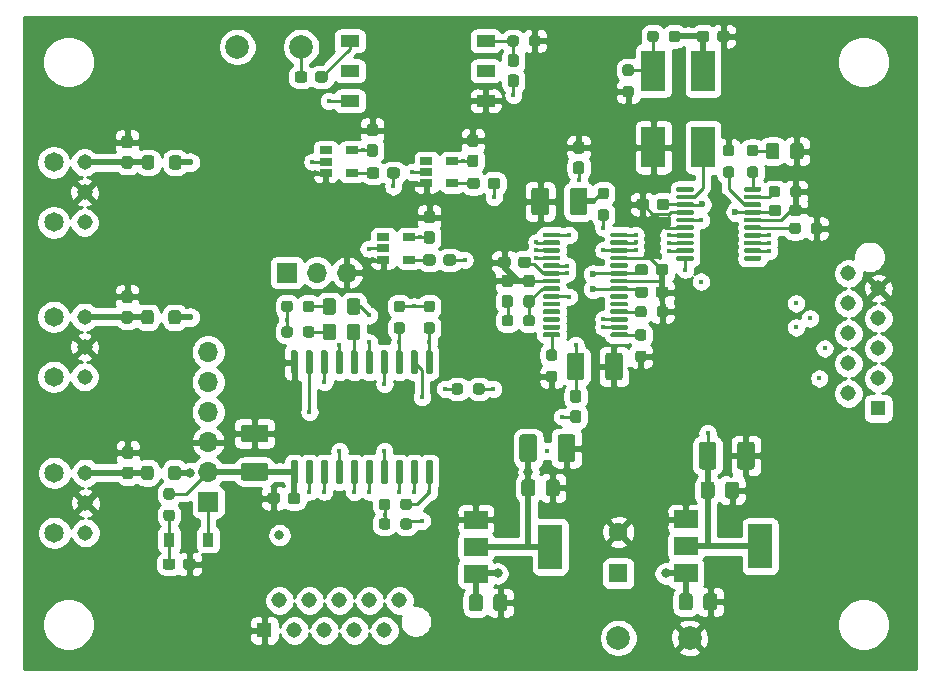
<source format=gbr>
G04 #@! TF.GenerationSoftware,KiCad,Pcbnew,(5.1.10-0-10_14)*
G04 #@! TF.CreationDate,2021-10-25T19:36:00+02:00*
G04 #@! TF.ProjectId,spdif_recv_cs,73706469-665f-4726-9563-765f63732e6b,rev?*
G04 #@! TF.SameCoordinates,Original*
G04 #@! TF.FileFunction,Copper,L1,Top*
G04 #@! TF.FilePolarity,Positive*
%FSLAX46Y46*%
G04 Gerber Fmt 4.6, Leading zero omitted, Abs format (unit mm)*
G04 Created by KiCad (PCBNEW (5.1.10-0-10_14)) date 2021-10-25 19:36:00*
%MOMM*%
%LPD*%
G01*
G04 APERTURE LIST*
G04 #@! TA.AperFunction,ComponentPad*
%ADD10C,1.308000*%
G04 #@! TD*
G04 #@! TA.AperFunction,ComponentPad*
%ADD11C,1.650000*%
G04 #@! TD*
G04 #@! TA.AperFunction,SMDPad,CuDef*
%ADD12R,1.060000X0.650000*%
G04 #@! TD*
G04 #@! TA.AperFunction,SMDPad,CuDef*
%ADD13R,1.600000X1.000000*%
G04 #@! TD*
G04 #@! TA.AperFunction,ComponentPad*
%ADD14C,2.000000*%
G04 #@! TD*
G04 #@! TA.AperFunction,ComponentPad*
%ADD15R,1.308000X1.308000*%
G04 #@! TD*
G04 #@! TA.AperFunction,ComponentPad*
%ADD16O,1.700000X1.700000*%
G04 #@! TD*
G04 #@! TA.AperFunction,ComponentPad*
%ADD17R,1.700000X1.700000*%
G04 #@! TD*
G04 #@! TA.AperFunction,SMDPad,CuDef*
%ADD18R,0.900000X1.200000*%
G04 #@! TD*
G04 #@! TA.AperFunction,SMDPad,CuDef*
%ADD19R,2.000000X1.500000*%
G04 #@! TD*
G04 #@! TA.AperFunction,SMDPad,CuDef*
%ADD20R,2.000000X3.800000*%
G04 #@! TD*
G04 #@! TA.AperFunction,SMDPad,CuDef*
%ADD21R,2.000000X3.500000*%
G04 #@! TD*
G04 #@! TA.AperFunction,ComponentPad*
%ADD22C,1.600000*%
G04 #@! TD*
G04 #@! TA.AperFunction,ComponentPad*
%ADD23R,1.600000X1.600000*%
G04 #@! TD*
G04 #@! TA.AperFunction,ViaPad*
%ADD24C,0.450000*%
G04 #@! TD*
G04 #@! TA.AperFunction,ViaPad*
%ADD25C,0.600000*%
G04 #@! TD*
G04 #@! TA.AperFunction,ViaPad*
%ADD26C,0.800000*%
G04 #@! TD*
G04 #@! TA.AperFunction,Conductor*
%ADD27C,0.250000*%
G04 #@! TD*
G04 #@! TA.AperFunction,Conductor*
%ADD28C,0.500000*%
G04 #@! TD*
G04 #@! TA.AperFunction,Conductor*
%ADD29C,0.254000*%
G04 #@! TD*
G04 #@! TA.AperFunction,Conductor*
%ADD30C,0.100000*%
G04 #@! TD*
G04 APERTURE END LIST*
D10*
X115088500Y-96393000D03*
X115088500Y-98933000D03*
X115088500Y-101473000D03*
D11*
X112458500Y-101473000D03*
X112458500Y-96393000D03*
D10*
X115025000Y-83185000D03*
X115025000Y-85725000D03*
X115025000Y-88265000D03*
D11*
X112395000Y-88265000D03*
X112395000Y-83185000D03*
D10*
X115025000Y-70104000D03*
X115025000Y-72644000D03*
X115025000Y-75184000D03*
D11*
X112395000Y-75184000D03*
X112395000Y-70104000D03*
D12*
X142495001Y-76440001D03*
X142495001Y-78340001D03*
X140295001Y-78340001D03*
X140295001Y-77390001D03*
X140295001Y-76440001D03*
X146154500Y-69977000D03*
X146154500Y-71877000D03*
X143954500Y-71877000D03*
X143954500Y-70927000D03*
X143954500Y-69977000D03*
X137645500Y-69090500D03*
X137645500Y-70990500D03*
X135445500Y-70990500D03*
X135445500Y-70040500D03*
X135445500Y-69090500D03*
G04 #@! TA.AperFunction,SMDPad,CuDef*
G36*
G01*
X170849500Y-72475000D02*
X170849500Y-72275000D01*
G75*
G02*
X170949500Y-72175000I100000J0D01*
G01*
X172224500Y-72175000D01*
G75*
G02*
X172324500Y-72275000I0J-100000D01*
G01*
X172324500Y-72475000D01*
G75*
G02*
X172224500Y-72575000I-100000J0D01*
G01*
X170949500Y-72575000D01*
G75*
G02*
X170849500Y-72475000I0J100000D01*
G01*
G37*
G04 #@! TD.AperFunction*
G04 #@! TA.AperFunction,SMDPad,CuDef*
G36*
G01*
X170849500Y-73125000D02*
X170849500Y-72925000D01*
G75*
G02*
X170949500Y-72825000I100000J0D01*
G01*
X172224500Y-72825000D01*
G75*
G02*
X172324500Y-72925000I0J-100000D01*
G01*
X172324500Y-73125000D01*
G75*
G02*
X172224500Y-73225000I-100000J0D01*
G01*
X170949500Y-73225000D01*
G75*
G02*
X170849500Y-73125000I0J100000D01*
G01*
G37*
G04 #@! TD.AperFunction*
G04 #@! TA.AperFunction,SMDPad,CuDef*
G36*
G01*
X170849500Y-73775000D02*
X170849500Y-73575000D01*
G75*
G02*
X170949500Y-73475000I100000J0D01*
G01*
X172224500Y-73475000D01*
G75*
G02*
X172324500Y-73575000I0J-100000D01*
G01*
X172324500Y-73775000D01*
G75*
G02*
X172224500Y-73875000I-100000J0D01*
G01*
X170949500Y-73875000D01*
G75*
G02*
X170849500Y-73775000I0J100000D01*
G01*
G37*
G04 #@! TD.AperFunction*
G04 #@! TA.AperFunction,SMDPad,CuDef*
G36*
G01*
X170849500Y-74425000D02*
X170849500Y-74225000D01*
G75*
G02*
X170949500Y-74125000I100000J0D01*
G01*
X172224500Y-74125000D01*
G75*
G02*
X172324500Y-74225000I0J-100000D01*
G01*
X172324500Y-74425000D01*
G75*
G02*
X172224500Y-74525000I-100000J0D01*
G01*
X170949500Y-74525000D01*
G75*
G02*
X170849500Y-74425000I0J100000D01*
G01*
G37*
G04 #@! TD.AperFunction*
G04 #@! TA.AperFunction,SMDPad,CuDef*
G36*
G01*
X170849500Y-75075000D02*
X170849500Y-74875000D01*
G75*
G02*
X170949500Y-74775000I100000J0D01*
G01*
X172224500Y-74775000D01*
G75*
G02*
X172324500Y-74875000I0J-100000D01*
G01*
X172324500Y-75075000D01*
G75*
G02*
X172224500Y-75175000I-100000J0D01*
G01*
X170949500Y-75175000D01*
G75*
G02*
X170849500Y-75075000I0J100000D01*
G01*
G37*
G04 #@! TD.AperFunction*
G04 #@! TA.AperFunction,SMDPad,CuDef*
G36*
G01*
X170849500Y-75725000D02*
X170849500Y-75525000D01*
G75*
G02*
X170949500Y-75425000I100000J0D01*
G01*
X172224500Y-75425000D01*
G75*
G02*
X172324500Y-75525000I0J-100000D01*
G01*
X172324500Y-75725000D01*
G75*
G02*
X172224500Y-75825000I-100000J0D01*
G01*
X170949500Y-75825000D01*
G75*
G02*
X170849500Y-75725000I0J100000D01*
G01*
G37*
G04 #@! TD.AperFunction*
G04 #@! TA.AperFunction,SMDPad,CuDef*
G36*
G01*
X170849500Y-76375000D02*
X170849500Y-76175000D01*
G75*
G02*
X170949500Y-76075000I100000J0D01*
G01*
X172224500Y-76075000D01*
G75*
G02*
X172324500Y-76175000I0J-100000D01*
G01*
X172324500Y-76375000D01*
G75*
G02*
X172224500Y-76475000I-100000J0D01*
G01*
X170949500Y-76475000D01*
G75*
G02*
X170849500Y-76375000I0J100000D01*
G01*
G37*
G04 #@! TD.AperFunction*
G04 #@! TA.AperFunction,SMDPad,CuDef*
G36*
G01*
X170849500Y-77025000D02*
X170849500Y-76825000D01*
G75*
G02*
X170949500Y-76725000I100000J0D01*
G01*
X172224500Y-76725000D01*
G75*
G02*
X172324500Y-76825000I0J-100000D01*
G01*
X172324500Y-77025000D01*
G75*
G02*
X172224500Y-77125000I-100000J0D01*
G01*
X170949500Y-77125000D01*
G75*
G02*
X170849500Y-77025000I0J100000D01*
G01*
G37*
G04 #@! TD.AperFunction*
G04 #@! TA.AperFunction,SMDPad,CuDef*
G36*
G01*
X170849500Y-77675000D02*
X170849500Y-77475000D01*
G75*
G02*
X170949500Y-77375000I100000J0D01*
G01*
X172224500Y-77375000D01*
G75*
G02*
X172324500Y-77475000I0J-100000D01*
G01*
X172324500Y-77675000D01*
G75*
G02*
X172224500Y-77775000I-100000J0D01*
G01*
X170949500Y-77775000D01*
G75*
G02*
X170849500Y-77675000I0J100000D01*
G01*
G37*
G04 #@! TD.AperFunction*
G04 #@! TA.AperFunction,SMDPad,CuDef*
G36*
G01*
X170849500Y-78325000D02*
X170849500Y-78125000D01*
G75*
G02*
X170949500Y-78025000I100000J0D01*
G01*
X172224500Y-78025000D01*
G75*
G02*
X172324500Y-78125000I0J-100000D01*
G01*
X172324500Y-78325000D01*
G75*
G02*
X172224500Y-78425000I-100000J0D01*
G01*
X170949500Y-78425000D01*
G75*
G02*
X170849500Y-78325000I0J100000D01*
G01*
G37*
G04 #@! TD.AperFunction*
G04 #@! TA.AperFunction,SMDPad,CuDef*
G36*
G01*
X165124500Y-78325000D02*
X165124500Y-78125000D01*
G75*
G02*
X165224500Y-78025000I100000J0D01*
G01*
X166499500Y-78025000D01*
G75*
G02*
X166599500Y-78125000I0J-100000D01*
G01*
X166599500Y-78325000D01*
G75*
G02*
X166499500Y-78425000I-100000J0D01*
G01*
X165224500Y-78425000D01*
G75*
G02*
X165124500Y-78325000I0J100000D01*
G01*
G37*
G04 #@! TD.AperFunction*
G04 #@! TA.AperFunction,SMDPad,CuDef*
G36*
G01*
X165124500Y-77675000D02*
X165124500Y-77475000D01*
G75*
G02*
X165224500Y-77375000I100000J0D01*
G01*
X166499500Y-77375000D01*
G75*
G02*
X166599500Y-77475000I0J-100000D01*
G01*
X166599500Y-77675000D01*
G75*
G02*
X166499500Y-77775000I-100000J0D01*
G01*
X165224500Y-77775000D01*
G75*
G02*
X165124500Y-77675000I0J100000D01*
G01*
G37*
G04 #@! TD.AperFunction*
G04 #@! TA.AperFunction,SMDPad,CuDef*
G36*
G01*
X165124500Y-77025000D02*
X165124500Y-76825000D01*
G75*
G02*
X165224500Y-76725000I100000J0D01*
G01*
X166499500Y-76725000D01*
G75*
G02*
X166599500Y-76825000I0J-100000D01*
G01*
X166599500Y-77025000D01*
G75*
G02*
X166499500Y-77125000I-100000J0D01*
G01*
X165224500Y-77125000D01*
G75*
G02*
X165124500Y-77025000I0J100000D01*
G01*
G37*
G04 #@! TD.AperFunction*
G04 #@! TA.AperFunction,SMDPad,CuDef*
G36*
G01*
X165124500Y-76375000D02*
X165124500Y-76175000D01*
G75*
G02*
X165224500Y-76075000I100000J0D01*
G01*
X166499500Y-76075000D01*
G75*
G02*
X166599500Y-76175000I0J-100000D01*
G01*
X166599500Y-76375000D01*
G75*
G02*
X166499500Y-76475000I-100000J0D01*
G01*
X165224500Y-76475000D01*
G75*
G02*
X165124500Y-76375000I0J100000D01*
G01*
G37*
G04 #@! TD.AperFunction*
G04 #@! TA.AperFunction,SMDPad,CuDef*
G36*
G01*
X165124500Y-75725000D02*
X165124500Y-75525000D01*
G75*
G02*
X165224500Y-75425000I100000J0D01*
G01*
X166499500Y-75425000D01*
G75*
G02*
X166599500Y-75525000I0J-100000D01*
G01*
X166599500Y-75725000D01*
G75*
G02*
X166499500Y-75825000I-100000J0D01*
G01*
X165224500Y-75825000D01*
G75*
G02*
X165124500Y-75725000I0J100000D01*
G01*
G37*
G04 #@! TD.AperFunction*
G04 #@! TA.AperFunction,SMDPad,CuDef*
G36*
G01*
X165124500Y-75075000D02*
X165124500Y-74875000D01*
G75*
G02*
X165224500Y-74775000I100000J0D01*
G01*
X166499500Y-74775000D01*
G75*
G02*
X166599500Y-74875000I0J-100000D01*
G01*
X166599500Y-75075000D01*
G75*
G02*
X166499500Y-75175000I-100000J0D01*
G01*
X165224500Y-75175000D01*
G75*
G02*
X165124500Y-75075000I0J100000D01*
G01*
G37*
G04 #@! TD.AperFunction*
G04 #@! TA.AperFunction,SMDPad,CuDef*
G36*
G01*
X165124500Y-74425000D02*
X165124500Y-74225000D01*
G75*
G02*
X165224500Y-74125000I100000J0D01*
G01*
X166499500Y-74125000D01*
G75*
G02*
X166599500Y-74225000I0J-100000D01*
G01*
X166599500Y-74425000D01*
G75*
G02*
X166499500Y-74525000I-100000J0D01*
G01*
X165224500Y-74525000D01*
G75*
G02*
X165124500Y-74425000I0J100000D01*
G01*
G37*
G04 #@! TD.AperFunction*
G04 #@! TA.AperFunction,SMDPad,CuDef*
G36*
G01*
X165124500Y-73775000D02*
X165124500Y-73575000D01*
G75*
G02*
X165224500Y-73475000I100000J0D01*
G01*
X166499500Y-73475000D01*
G75*
G02*
X166599500Y-73575000I0J-100000D01*
G01*
X166599500Y-73775000D01*
G75*
G02*
X166499500Y-73875000I-100000J0D01*
G01*
X165224500Y-73875000D01*
G75*
G02*
X165124500Y-73775000I0J100000D01*
G01*
G37*
G04 #@! TD.AperFunction*
G04 #@! TA.AperFunction,SMDPad,CuDef*
G36*
G01*
X165124500Y-73125000D02*
X165124500Y-72925000D01*
G75*
G02*
X165224500Y-72825000I100000J0D01*
G01*
X166499500Y-72825000D01*
G75*
G02*
X166599500Y-72925000I0J-100000D01*
G01*
X166599500Y-73125000D01*
G75*
G02*
X166499500Y-73225000I-100000J0D01*
G01*
X165224500Y-73225000D01*
G75*
G02*
X165124500Y-73125000I0J100000D01*
G01*
G37*
G04 #@! TD.AperFunction*
G04 #@! TA.AperFunction,SMDPad,CuDef*
G36*
G01*
X165124500Y-72475000D02*
X165124500Y-72275000D01*
G75*
G02*
X165224500Y-72175000I100000J0D01*
G01*
X166499500Y-72175000D01*
G75*
G02*
X166599500Y-72275000I0J-100000D01*
G01*
X166599500Y-72475000D01*
G75*
G02*
X166499500Y-72575000I-100000J0D01*
G01*
X165224500Y-72575000D01*
G75*
G02*
X165124500Y-72475000I0J100000D01*
G01*
G37*
G04 #@! TD.AperFunction*
G04 #@! TA.AperFunction,SMDPad,CuDef*
G36*
G01*
X151083000Y-62655500D02*
X151558000Y-62655500D01*
G75*
G02*
X151795500Y-62893000I0J-237500D01*
G01*
X151795500Y-63493000D01*
G75*
G02*
X151558000Y-63730500I-237500J0D01*
G01*
X151083000Y-63730500D01*
G75*
G02*
X150845500Y-63493000I0J237500D01*
G01*
X150845500Y-62893000D01*
G75*
G02*
X151083000Y-62655500I237500J0D01*
G01*
G37*
G04 #@! TD.AperFunction*
G04 #@! TA.AperFunction,SMDPad,CuDef*
G36*
G01*
X151083000Y-60930500D02*
X151558000Y-60930500D01*
G75*
G02*
X151795500Y-61168000I0J-237500D01*
G01*
X151795500Y-61768000D01*
G75*
G02*
X151558000Y-62005500I-237500J0D01*
G01*
X151083000Y-62005500D01*
G75*
G02*
X150845500Y-61768000I0J237500D01*
G01*
X150845500Y-61168000D01*
G75*
G02*
X151083000Y-60930500I237500J0D01*
G01*
G37*
G04 #@! TD.AperFunction*
G04 #@! TA.AperFunction,SMDPad,CuDef*
G36*
G01*
X159536500Y-76352000D02*
X159536500Y-76152000D01*
G75*
G02*
X159636500Y-76052000I100000J0D01*
G01*
X160911500Y-76052000D01*
G75*
G02*
X161011500Y-76152000I0J-100000D01*
G01*
X161011500Y-76352000D01*
G75*
G02*
X160911500Y-76452000I-100000J0D01*
G01*
X159636500Y-76452000D01*
G75*
G02*
X159536500Y-76352000I0J100000D01*
G01*
G37*
G04 #@! TD.AperFunction*
G04 #@! TA.AperFunction,SMDPad,CuDef*
G36*
G01*
X159536500Y-77002000D02*
X159536500Y-76802000D01*
G75*
G02*
X159636500Y-76702000I100000J0D01*
G01*
X160911500Y-76702000D01*
G75*
G02*
X161011500Y-76802000I0J-100000D01*
G01*
X161011500Y-77002000D01*
G75*
G02*
X160911500Y-77102000I-100000J0D01*
G01*
X159636500Y-77102000D01*
G75*
G02*
X159536500Y-77002000I0J100000D01*
G01*
G37*
G04 #@! TD.AperFunction*
G04 #@! TA.AperFunction,SMDPad,CuDef*
G36*
G01*
X159536500Y-77652000D02*
X159536500Y-77452000D01*
G75*
G02*
X159636500Y-77352000I100000J0D01*
G01*
X160911500Y-77352000D01*
G75*
G02*
X161011500Y-77452000I0J-100000D01*
G01*
X161011500Y-77652000D01*
G75*
G02*
X160911500Y-77752000I-100000J0D01*
G01*
X159636500Y-77752000D01*
G75*
G02*
X159536500Y-77652000I0J100000D01*
G01*
G37*
G04 #@! TD.AperFunction*
G04 #@! TA.AperFunction,SMDPad,CuDef*
G36*
G01*
X159536500Y-78302000D02*
X159536500Y-78102000D01*
G75*
G02*
X159636500Y-78002000I100000J0D01*
G01*
X160911500Y-78002000D01*
G75*
G02*
X161011500Y-78102000I0J-100000D01*
G01*
X161011500Y-78302000D01*
G75*
G02*
X160911500Y-78402000I-100000J0D01*
G01*
X159636500Y-78402000D01*
G75*
G02*
X159536500Y-78302000I0J100000D01*
G01*
G37*
G04 #@! TD.AperFunction*
G04 #@! TA.AperFunction,SMDPad,CuDef*
G36*
G01*
X159536500Y-78952000D02*
X159536500Y-78752000D01*
G75*
G02*
X159636500Y-78652000I100000J0D01*
G01*
X160911500Y-78652000D01*
G75*
G02*
X161011500Y-78752000I0J-100000D01*
G01*
X161011500Y-78952000D01*
G75*
G02*
X160911500Y-79052000I-100000J0D01*
G01*
X159636500Y-79052000D01*
G75*
G02*
X159536500Y-78952000I0J100000D01*
G01*
G37*
G04 #@! TD.AperFunction*
G04 #@! TA.AperFunction,SMDPad,CuDef*
G36*
G01*
X159536500Y-79602000D02*
X159536500Y-79402000D01*
G75*
G02*
X159636500Y-79302000I100000J0D01*
G01*
X160911500Y-79302000D01*
G75*
G02*
X161011500Y-79402000I0J-100000D01*
G01*
X161011500Y-79602000D01*
G75*
G02*
X160911500Y-79702000I-100000J0D01*
G01*
X159636500Y-79702000D01*
G75*
G02*
X159536500Y-79602000I0J100000D01*
G01*
G37*
G04 #@! TD.AperFunction*
G04 #@! TA.AperFunction,SMDPad,CuDef*
G36*
G01*
X159536500Y-80252000D02*
X159536500Y-80052000D01*
G75*
G02*
X159636500Y-79952000I100000J0D01*
G01*
X160911500Y-79952000D01*
G75*
G02*
X161011500Y-80052000I0J-100000D01*
G01*
X161011500Y-80252000D01*
G75*
G02*
X160911500Y-80352000I-100000J0D01*
G01*
X159636500Y-80352000D01*
G75*
G02*
X159536500Y-80252000I0J100000D01*
G01*
G37*
G04 #@! TD.AperFunction*
G04 #@! TA.AperFunction,SMDPad,CuDef*
G36*
G01*
X159536500Y-80902000D02*
X159536500Y-80702000D01*
G75*
G02*
X159636500Y-80602000I100000J0D01*
G01*
X160911500Y-80602000D01*
G75*
G02*
X161011500Y-80702000I0J-100000D01*
G01*
X161011500Y-80902000D01*
G75*
G02*
X160911500Y-81002000I-100000J0D01*
G01*
X159636500Y-81002000D01*
G75*
G02*
X159536500Y-80902000I0J100000D01*
G01*
G37*
G04 #@! TD.AperFunction*
G04 #@! TA.AperFunction,SMDPad,CuDef*
G36*
G01*
X159536500Y-81552000D02*
X159536500Y-81352000D01*
G75*
G02*
X159636500Y-81252000I100000J0D01*
G01*
X160911500Y-81252000D01*
G75*
G02*
X161011500Y-81352000I0J-100000D01*
G01*
X161011500Y-81552000D01*
G75*
G02*
X160911500Y-81652000I-100000J0D01*
G01*
X159636500Y-81652000D01*
G75*
G02*
X159536500Y-81552000I0J100000D01*
G01*
G37*
G04 #@! TD.AperFunction*
G04 #@! TA.AperFunction,SMDPad,CuDef*
G36*
G01*
X159536500Y-82202000D02*
X159536500Y-82002000D01*
G75*
G02*
X159636500Y-81902000I100000J0D01*
G01*
X160911500Y-81902000D01*
G75*
G02*
X161011500Y-82002000I0J-100000D01*
G01*
X161011500Y-82202000D01*
G75*
G02*
X160911500Y-82302000I-100000J0D01*
G01*
X159636500Y-82302000D01*
G75*
G02*
X159536500Y-82202000I0J100000D01*
G01*
G37*
G04 #@! TD.AperFunction*
G04 #@! TA.AperFunction,SMDPad,CuDef*
G36*
G01*
X159536500Y-82852000D02*
X159536500Y-82652000D01*
G75*
G02*
X159636500Y-82552000I100000J0D01*
G01*
X160911500Y-82552000D01*
G75*
G02*
X161011500Y-82652000I0J-100000D01*
G01*
X161011500Y-82852000D01*
G75*
G02*
X160911500Y-82952000I-100000J0D01*
G01*
X159636500Y-82952000D01*
G75*
G02*
X159536500Y-82852000I0J100000D01*
G01*
G37*
G04 #@! TD.AperFunction*
G04 #@! TA.AperFunction,SMDPad,CuDef*
G36*
G01*
X159536500Y-83502000D02*
X159536500Y-83302000D01*
G75*
G02*
X159636500Y-83202000I100000J0D01*
G01*
X160911500Y-83202000D01*
G75*
G02*
X161011500Y-83302000I0J-100000D01*
G01*
X161011500Y-83502000D01*
G75*
G02*
X160911500Y-83602000I-100000J0D01*
G01*
X159636500Y-83602000D01*
G75*
G02*
X159536500Y-83502000I0J100000D01*
G01*
G37*
G04 #@! TD.AperFunction*
G04 #@! TA.AperFunction,SMDPad,CuDef*
G36*
G01*
X159536500Y-84152000D02*
X159536500Y-83952000D01*
G75*
G02*
X159636500Y-83852000I100000J0D01*
G01*
X160911500Y-83852000D01*
G75*
G02*
X161011500Y-83952000I0J-100000D01*
G01*
X161011500Y-84152000D01*
G75*
G02*
X160911500Y-84252000I-100000J0D01*
G01*
X159636500Y-84252000D01*
G75*
G02*
X159536500Y-84152000I0J100000D01*
G01*
G37*
G04 #@! TD.AperFunction*
G04 #@! TA.AperFunction,SMDPad,CuDef*
G36*
G01*
X159536500Y-84802000D02*
X159536500Y-84602000D01*
G75*
G02*
X159636500Y-84502000I100000J0D01*
G01*
X160911500Y-84502000D01*
G75*
G02*
X161011500Y-84602000I0J-100000D01*
G01*
X161011500Y-84802000D01*
G75*
G02*
X160911500Y-84902000I-100000J0D01*
G01*
X159636500Y-84902000D01*
G75*
G02*
X159536500Y-84802000I0J100000D01*
G01*
G37*
G04 #@! TD.AperFunction*
G04 #@! TA.AperFunction,SMDPad,CuDef*
G36*
G01*
X153811500Y-84802000D02*
X153811500Y-84602000D01*
G75*
G02*
X153911500Y-84502000I100000J0D01*
G01*
X155186500Y-84502000D01*
G75*
G02*
X155286500Y-84602000I0J-100000D01*
G01*
X155286500Y-84802000D01*
G75*
G02*
X155186500Y-84902000I-100000J0D01*
G01*
X153911500Y-84902000D01*
G75*
G02*
X153811500Y-84802000I0J100000D01*
G01*
G37*
G04 #@! TD.AperFunction*
G04 #@! TA.AperFunction,SMDPad,CuDef*
G36*
G01*
X153811500Y-84152000D02*
X153811500Y-83952000D01*
G75*
G02*
X153911500Y-83852000I100000J0D01*
G01*
X155186500Y-83852000D01*
G75*
G02*
X155286500Y-83952000I0J-100000D01*
G01*
X155286500Y-84152000D01*
G75*
G02*
X155186500Y-84252000I-100000J0D01*
G01*
X153911500Y-84252000D01*
G75*
G02*
X153811500Y-84152000I0J100000D01*
G01*
G37*
G04 #@! TD.AperFunction*
G04 #@! TA.AperFunction,SMDPad,CuDef*
G36*
G01*
X153811500Y-83502000D02*
X153811500Y-83302000D01*
G75*
G02*
X153911500Y-83202000I100000J0D01*
G01*
X155186500Y-83202000D01*
G75*
G02*
X155286500Y-83302000I0J-100000D01*
G01*
X155286500Y-83502000D01*
G75*
G02*
X155186500Y-83602000I-100000J0D01*
G01*
X153911500Y-83602000D01*
G75*
G02*
X153811500Y-83502000I0J100000D01*
G01*
G37*
G04 #@! TD.AperFunction*
G04 #@! TA.AperFunction,SMDPad,CuDef*
G36*
G01*
X153811500Y-82852000D02*
X153811500Y-82652000D01*
G75*
G02*
X153911500Y-82552000I100000J0D01*
G01*
X155186500Y-82552000D01*
G75*
G02*
X155286500Y-82652000I0J-100000D01*
G01*
X155286500Y-82852000D01*
G75*
G02*
X155186500Y-82952000I-100000J0D01*
G01*
X153911500Y-82952000D01*
G75*
G02*
X153811500Y-82852000I0J100000D01*
G01*
G37*
G04 #@! TD.AperFunction*
G04 #@! TA.AperFunction,SMDPad,CuDef*
G36*
G01*
X153811500Y-82202000D02*
X153811500Y-82002000D01*
G75*
G02*
X153911500Y-81902000I100000J0D01*
G01*
X155186500Y-81902000D01*
G75*
G02*
X155286500Y-82002000I0J-100000D01*
G01*
X155286500Y-82202000D01*
G75*
G02*
X155186500Y-82302000I-100000J0D01*
G01*
X153911500Y-82302000D01*
G75*
G02*
X153811500Y-82202000I0J100000D01*
G01*
G37*
G04 #@! TD.AperFunction*
G04 #@! TA.AperFunction,SMDPad,CuDef*
G36*
G01*
X153811500Y-81552000D02*
X153811500Y-81352000D01*
G75*
G02*
X153911500Y-81252000I100000J0D01*
G01*
X155186500Y-81252000D01*
G75*
G02*
X155286500Y-81352000I0J-100000D01*
G01*
X155286500Y-81552000D01*
G75*
G02*
X155186500Y-81652000I-100000J0D01*
G01*
X153911500Y-81652000D01*
G75*
G02*
X153811500Y-81552000I0J100000D01*
G01*
G37*
G04 #@! TD.AperFunction*
G04 #@! TA.AperFunction,SMDPad,CuDef*
G36*
G01*
X153811500Y-80902000D02*
X153811500Y-80702000D01*
G75*
G02*
X153911500Y-80602000I100000J0D01*
G01*
X155186500Y-80602000D01*
G75*
G02*
X155286500Y-80702000I0J-100000D01*
G01*
X155286500Y-80902000D01*
G75*
G02*
X155186500Y-81002000I-100000J0D01*
G01*
X153911500Y-81002000D01*
G75*
G02*
X153811500Y-80902000I0J100000D01*
G01*
G37*
G04 #@! TD.AperFunction*
G04 #@! TA.AperFunction,SMDPad,CuDef*
G36*
G01*
X153811500Y-80252000D02*
X153811500Y-80052000D01*
G75*
G02*
X153911500Y-79952000I100000J0D01*
G01*
X155186500Y-79952000D01*
G75*
G02*
X155286500Y-80052000I0J-100000D01*
G01*
X155286500Y-80252000D01*
G75*
G02*
X155186500Y-80352000I-100000J0D01*
G01*
X153911500Y-80352000D01*
G75*
G02*
X153811500Y-80252000I0J100000D01*
G01*
G37*
G04 #@! TD.AperFunction*
G04 #@! TA.AperFunction,SMDPad,CuDef*
G36*
G01*
X153811500Y-79602000D02*
X153811500Y-79402000D01*
G75*
G02*
X153911500Y-79302000I100000J0D01*
G01*
X155186500Y-79302000D01*
G75*
G02*
X155286500Y-79402000I0J-100000D01*
G01*
X155286500Y-79602000D01*
G75*
G02*
X155186500Y-79702000I-100000J0D01*
G01*
X153911500Y-79702000D01*
G75*
G02*
X153811500Y-79602000I0J100000D01*
G01*
G37*
G04 #@! TD.AperFunction*
G04 #@! TA.AperFunction,SMDPad,CuDef*
G36*
G01*
X153811500Y-78952000D02*
X153811500Y-78752000D01*
G75*
G02*
X153911500Y-78652000I100000J0D01*
G01*
X155186500Y-78652000D01*
G75*
G02*
X155286500Y-78752000I0J-100000D01*
G01*
X155286500Y-78952000D01*
G75*
G02*
X155186500Y-79052000I-100000J0D01*
G01*
X153911500Y-79052000D01*
G75*
G02*
X153811500Y-78952000I0J100000D01*
G01*
G37*
G04 #@! TD.AperFunction*
G04 #@! TA.AperFunction,SMDPad,CuDef*
G36*
G01*
X153811500Y-78302000D02*
X153811500Y-78102000D01*
G75*
G02*
X153911500Y-78002000I100000J0D01*
G01*
X155186500Y-78002000D01*
G75*
G02*
X155286500Y-78102000I0J-100000D01*
G01*
X155286500Y-78302000D01*
G75*
G02*
X155186500Y-78402000I-100000J0D01*
G01*
X153911500Y-78402000D01*
G75*
G02*
X153811500Y-78302000I0J100000D01*
G01*
G37*
G04 #@! TD.AperFunction*
G04 #@! TA.AperFunction,SMDPad,CuDef*
G36*
G01*
X153811500Y-77652000D02*
X153811500Y-77452000D01*
G75*
G02*
X153911500Y-77352000I100000J0D01*
G01*
X155186500Y-77352000D01*
G75*
G02*
X155286500Y-77452000I0J-100000D01*
G01*
X155286500Y-77652000D01*
G75*
G02*
X155186500Y-77752000I-100000J0D01*
G01*
X153911500Y-77752000D01*
G75*
G02*
X153811500Y-77652000I0J100000D01*
G01*
G37*
G04 #@! TD.AperFunction*
G04 #@! TA.AperFunction,SMDPad,CuDef*
G36*
G01*
X153811500Y-77002000D02*
X153811500Y-76802000D01*
G75*
G02*
X153911500Y-76702000I100000J0D01*
G01*
X155186500Y-76702000D01*
G75*
G02*
X155286500Y-76802000I0J-100000D01*
G01*
X155286500Y-77002000D01*
G75*
G02*
X155186500Y-77102000I-100000J0D01*
G01*
X153911500Y-77102000D01*
G75*
G02*
X153811500Y-77002000I0J100000D01*
G01*
G37*
G04 #@! TD.AperFunction*
G04 #@! TA.AperFunction,SMDPad,CuDef*
G36*
G01*
X153811500Y-76352000D02*
X153811500Y-76152000D01*
G75*
G02*
X153911500Y-76052000I100000J0D01*
G01*
X155186500Y-76052000D01*
G75*
G02*
X155286500Y-76152000I0J-100000D01*
G01*
X155286500Y-76352000D01*
G75*
G02*
X155186500Y-76452000I-100000J0D01*
G01*
X153911500Y-76452000D01*
G75*
G02*
X153811500Y-76352000I0J100000D01*
G01*
G37*
G04 #@! TD.AperFunction*
G04 #@! TA.AperFunction,SMDPad,CuDef*
G36*
G01*
X169307500Y-70442000D02*
X169782500Y-70442000D01*
G75*
G02*
X170020000Y-70679500I0J-237500D01*
G01*
X170020000Y-71179500D01*
G75*
G02*
X169782500Y-71417000I-237500J0D01*
G01*
X169307500Y-71417000D01*
G75*
G02*
X169070000Y-71179500I0J237500D01*
G01*
X169070000Y-70679500D01*
G75*
G02*
X169307500Y-70442000I237500J0D01*
G01*
G37*
G04 #@! TD.AperFunction*
G04 #@! TA.AperFunction,SMDPad,CuDef*
G36*
G01*
X169307500Y-68617000D02*
X169782500Y-68617000D01*
G75*
G02*
X170020000Y-68854500I0J-237500D01*
G01*
X170020000Y-69354500D01*
G75*
G02*
X169782500Y-69592000I-237500J0D01*
G01*
X169307500Y-69592000D01*
G75*
G02*
X169070000Y-69354500I0J237500D01*
G01*
X169070000Y-68854500D01*
G75*
G02*
X169307500Y-68617000I237500J0D01*
G01*
G37*
G04 #@! TD.AperFunction*
G04 #@! TA.AperFunction,SMDPad,CuDef*
G36*
G01*
X173906000Y-72343000D02*
X173906000Y-72818000D01*
G75*
G02*
X173668500Y-73055500I-237500J0D01*
G01*
X173168500Y-73055500D01*
G75*
G02*
X172931000Y-72818000I0J237500D01*
G01*
X172931000Y-72343000D01*
G75*
G02*
X173168500Y-72105500I237500J0D01*
G01*
X173668500Y-72105500D01*
G75*
G02*
X173906000Y-72343000I0J-237500D01*
G01*
G37*
G04 #@! TD.AperFunction*
G04 #@! TA.AperFunction,SMDPad,CuDef*
G36*
G01*
X175731000Y-72343000D02*
X175731000Y-72818000D01*
G75*
G02*
X175493500Y-73055500I-237500J0D01*
G01*
X174993500Y-73055500D01*
G75*
G02*
X174756000Y-72818000I0J237500D01*
G01*
X174756000Y-72343000D01*
G75*
G02*
X174993500Y-72105500I237500J0D01*
G01*
X175493500Y-72105500D01*
G75*
G02*
X175731000Y-72343000I0J-237500D01*
G01*
G37*
G04 #@! TD.AperFunction*
G04 #@! TA.AperFunction,SMDPad,CuDef*
G36*
G01*
X175660500Y-75454500D02*
X175660500Y-75929500D01*
G75*
G02*
X175423000Y-76167000I-237500J0D01*
G01*
X174923000Y-76167000D01*
G75*
G02*
X174685500Y-75929500I0J237500D01*
G01*
X174685500Y-75454500D01*
G75*
G02*
X174923000Y-75217000I237500J0D01*
G01*
X175423000Y-75217000D01*
G75*
G02*
X175660500Y-75454500I0J-237500D01*
G01*
G37*
G04 #@! TD.AperFunction*
G04 #@! TA.AperFunction,SMDPad,CuDef*
G36*
G01*
X177485500Y-75454500D02*
X177485500Y-75929500D01*
G75*
G02*
X177248000Y-76167000I-237500J0D01*
G01*
X176748000Y-76167000D01*
G75*
G02*
X176510500Y-75929500I0J237500D01*
G01*
X176510500Y-75454500D01*
G75*
G02*
X176748000Y-75217000I237500J0D01*
G01*
X177248000Y-75217000D01*
G75*
G02*
X177485500Y-75454500I0J-237500D01*
G01*
G37*
G04 #@! TD.AperFunction*
G04 #@! TA.AperFunction,SMDPad,CuDef*
G36*
G01*
X171814500Y-69592000D02*
X171339500Y-69592000D01*
G75*
G02*
X171102000Y-69354500I0J237500D01*
G01*
X171102000Y-68854500D01*
G75*
G02*
X171339500Y-68617000I237500J0D01*
G01*
X171814500Y-68617000D01*
G75*
G02*
X172052000Y-68854500I0J-237500D01*
G01*
X172052000Y-69354500D01*
G75*
G02*
X171814500Y-69592000I-237500J0D01*
G01*
G37*
G04 #@! TD.AperFunction*
G04 #@! TA.AperFunction,SMDPad,CuDef*
G36*
G01*
X171814500Y-71417000D02*
X171339500Y-71417000D01*
G75*
G02*
X171102000Y-71179500I0J237500D01*
G01*
X171102000Y-70679500D01*
G75*
G02*
X171339500Y-70442000I237500J0D01*
G01*
X171814500Y-70442000D01*
G75*
G02*
X172052000Y-70679500I0J-237500D01*
G01*
X172052000Y-71179500D01*
G75*
G02*
X171814500Y-71417000I-237500J0D01*
G01*
G37*
G04 #@! TD.AperFunction*
G04 #@! TA.AperFunction,SMDPad,CuDef*
G36*
G01*
X162603000Y-82503000D02*
X162603000Y-82978000D01*
G75*
G02*
X162365500Y-83215500I-237500J0D01*
G01*
X161865500Y-83215500D01*
G75*
G02*
X161628000Y-82978000I0J237500D01*
G01*
X161628000Y-82503000D01*
G75*
G02*
X161865500Y-82265500I237500J0D01*
G01*
X162365500Y-82265500D01*
G75*
G02*
X162603000Y-82503000I0J-237500D01*
G01*
G37*
G04 #@! TD.AperFunction*
G04 #@! TA.AperFunction,SMDPad,CuDef*
G36*
G01*
X164428000Y-82503000D02*
X164428000Y-82978000D01*
G75*
G02*
X164190500Y-83215500I-237500J0D01*
G01*
X163690500Y-83215500D01*
G75*
G02*
X163453000Y-82978000I0J237500D01*
G01*
X163453000Y-82503000D01*
G75*
G02*
X163690500Y-82265500I237500J0D01*
G01*
X164190500Y-82265500D01*
G75*
G02*
X164428000Y-82503000I0J-237500D01*
G01*
G37*
G04 #@! TD.AperFunction*
G04 #@! TA.AperFunction,SMDPad,CuDef*
G36*
G01*
X159178000Y-73211500D02*
X158703000Y-73211500D01*
G75*
G02*
X158465500Y-72974000I0J237500D01*
G01*
X158465500Y-72474000D01*
G75*
G02*
X158703000Y-72236500I237500J0D01*
G01*
X159178000Y-72236500D01*
G75*
G02*
X159415500Y-72474000I0J-237500D01*
G01*
X159415500Y-72974000D01*
G75*
G02*
X159178000Y-73211500I-237500J0D01*
G01*
G37*
G04 #@! TD.AperFunction*
G04 #@! TA.AperFunction,SMDPad,CuDef*
G36*
G01*
X159178000Y-75036500D02*
X158703000Y-75036500D01*
G75*
G02*
X158465500Y-74799000I0J237500D01*
G01*
X158465500Y-74299000D01*
G75*
G02*
X158703000Y-74061500I237500J0D01*
G01*
X159178000Y-74061500D01*
G75*
G02*
X159415500Y-74299000I0J-237500D01*
G01*
X159415500Y-74799000D01*
G75*
G02*
X159178000Y-75036500I-237500J0D01*
G01*
G37*
G04 #@! TD.AperFunction*
G04 #@! TA.AperFunction,SMDPad,CuDef*
G36*
G01*
X152166500Y-83740000D02*
X152166500Y-83265000D01*
G75*
G02*
X152404000Y-83027500I237500J0D01*
G01*
X152904000Y-83027500D01*
G75*
G02*
X153141500Y-83265000I0J-237500D01*
G01*
X153141500Y-83740000D01*
G75*
G02*
X152904000Y-83977500I-237500J0D01*
G01*
X152404000Y-83977500D01*
G75*
G02*
X152166500Y-83740000I0J237500D01*
G01*
G37*
G04 #@! TD.AperFunction*
G04 #@! TA.AperFunction,SMDPad,CuDef*
G36*
G01*
X150341500Y-83740000D02*
X150341500Y-83265000D01*
G75*
G02*
X150579000Y-83027500I237500J0D01*
G01*
X151079000Y-83027500D01*
G75*
G02*
X151316500Y-83265000I0J-237500D01*
G01*
X151316500Y-83740000D01*
G75*
G02*
X151079000Y-83977500I-237500J0D01*
G01*
X150579000Y-83977500D01*
G75*
G02*
X150341500Y-83740000I0J237500D01*
G01*
G37*
G04 #@! TD.AperFunction*
G04 #@! TA.AperFunction,SMDPad,CuDef*
G36*
G01*
X154321500Y-87761000D02*
X154796500Y-87761000D01*
G75*
G02*
X155034000Y-87998500I0J-237500D01*
G01*
X155034000Y-88498500D01*
G75*
G02*
X154796500Y-88736000I-237500J0D01*
G01*
X154321500Y-88736000D01*
G75*
G02*
X154084000Y-88498500I0J237500D01*
G01*
X154084000Y-87998500D01*
G75*
G02*
X154321500Y-87761000I237500J0D01*
G01*
G37*
G04 #@! TD.AperFunction*
G04 #@! TA.AperFunction,SMDPad,CuDef*
G36*
G01*
X154321500Y-85936000D02*
X154796500Y-85936000D01*
G75*
G02*
X155034000Y-86173500I0J-237500D01*
G01*
X155034000Y-86673500D01*
G75*
G02*
X154796500Y-86911000I-237500J0D01*
G01*
X154321500Y-86911000D01*
G75*
G02*
X154084000Y-86673500I0J237500D01*
G01*
X154084000Y-86173500D01*
G75*
G02*
X154321500Y-85936000I237500J0D01*
G01*
G37*
G04 #@! TD.AperFunction*
G04 #@! TA.AperFunction,SMDPad,CuDef*
G36*
G01*
X161878000Y-86046500D02*
X162353000Y-86046500D01*
G75*
G02*
X162590500Y-86284000I0J-237500D01*
G01*
X162590500Y-86784000D01*
G75*
G02*
X162353000Y-87021500I-237500J0D01*
G01*
X161878000Y-87021500D01*
G75*
G02*
X161640500Y-86784000I0J237500D01*
G01*
X161640500Y-86284000D01*
G75*
G02*
X161878000Y-86046500I237500J0D01*
G01*
G37*
G04 #@! TD.AperFunction*
G04 #@! TA.AperFunction,SMDPad,CuDef*
G36*
G01*
X161878000Y-84221500D02*
X162353000Y-84221500D01*
G75*
G02*
X162590500Y-84459000I0J-237500D01*
G01*
X162590500Y-84959000D01*
G75*
G02*
X162353000Y-85196500I-237500J0D01*
G01*
X161878000Y-85196500D01*
G75*
G02*
X161640500Y-84959000I0J237500D01*
G01*
X161640500Y-84459000D01*
G75*
G02*
X161878000Y-84221500I237500J0D01*
G01*
G37*
G04 #@! TD.AperFunction*
G04 #@! TA.AperFunction,SMDPad,CuDef*
G36*
G01*
X173848500Y-68701499D02*
X173848500Y-69601501D01*
G75*
G02*
X173598501Y-69851500I-249999J0D01*
G01*
X172948499Y-69851500D01*
G75*
G02*
X172698500Y-69601501I0J249999D01*
G01*
X172698500Y-68701499D01*
G75*
G02*
X172948499Y-68451500I249999J0D01*
G01*
X173598501Y-68451500D01*
G75*
G02*
X173848500Y-68701499I0J-249999D01*
G01*
G37*
G04 #@! TD.AperFunction*
G04 #@! TA.AperFunction,SMDPad,CuDef*
G36*
G01*
X175898500Y-68701499D02*
X175898500Y-69601501D01*
G75*
G02*
X175648501Y-69851500I-249999J0D01*
G01*
X174998499Y-69851500D01*
G75*
G02*
X174748500Y-69601501I0J249999D01*
G01*
X174748500Y-68701499D01*
G75*
G02*
X174998499Y-68451500I249999J0D01*
G01*
X175648501Y-68451500D01*
G75*
G02*
X175898500Y-68701499I0J-249999D01*
G01*
G37*
G04 #@! TD.AperFunction*
G04 #@! TA.AperFunction,SMDPad,CuDef*
G36*
G01*
X174669500Y-74405500D02*
X174669500Y-73930500D01*
G75*
G02*
X174907000Y-73693000I237500J0D01*
G01*
X175507000Y-73693000D01*
G75*
G02*
X175744500Y-73930500I0J-237500D01*
G01*
X175744500Y-74405500D01*
G75*
G02*
X175507000Y-74643000I-237500J0D01*
G01*
X174907000Y-74643000D01*
G75*
G02*
X174669500Y-74405500I0J237500D01*
G01*
G37*
G04 #@! TD.AperFunction*
G04 #@! TA.AperFunction,SMDPad,CuDef*
G36*
G01*
X172944500Y-74405500D02*
X172944500Y-73930500D01*
G75*
G02*
X173182000Y-73693000I237500J0D01*
G01*
X173782000Y-73693000D01*
G75*
G02*
X174019500Y-73930500I0J-237500D01*
G01*
X174019500Y-74405500D01*
G75*
G02*
X173782000Y-74643000I-237500J0D01*
G01*
X173182000Y-74643000D01*
G75*
G02*
X172944500Y-74405500I0J237500D01*
G01*
G37*
G04 #@! TD.AperFunction*
G04 #@! TA.AperFunction,SMDPad,CuDef*
G36*
G01*
X162806500Y-73422500D02*
X162806500Y-73897500D01*
G75*
G02*
X162569000Y-74135000I-237500J0D01*
G01*
X161969000Y-74135000D01*
G75*
G02*
X161731500Y-73897500I0J237500D01*
G01*
X161731500Y-73422500D01*
G75*
G02*
X161969000Y-73185000I237500J0D01*
G01*
X162569000Y-73185000D01*
G75*
G02*
X162806500Y-73422500I0J-237500D01*
G01*
G37*
G04 #@! TD.AperFunction*
G04 #@! TA.AperFunction,SMDPad,CuDef*
G36*
G01*
X164531500Y-73422500D02*
X164531500Y-73897500D01*
G75*
G02*
X164294000Y-74135000I-237500J0D01*
G01*
X163694000Y-74135000D01*
G75*
G02*
X163456500Y-73897500I0J237500D01*
G01*
X163456500Y-73422500D01*
G75*
G02*
X163694000Y-73185000I237500J0D01*
G01*
X164294000Y-73185000D01*
G75*
G02*
X164531500Y-73422500I0J-237500D01*
G01*
G37*
G04 #@! TD.AperFunction*
G04 #@! TA.AperFunction,SMDPad,CuDef*
G36*
G01*
X154345000Y-72481000D02*
X154345000Y-74331000D01*
G75*
G02*
X154095000Y-74581000I-250000J0D01*
G01*
X153095000Y-74581000D01*
G75*
G02*
X152845000Y-74331000I0J250000D01*
G01*
X152845000Y-72481000D01*
G75*
G02*
X153095000Y-72231000I250000J0D01*
G01*
X154095000Y-72231000D01*
G75*
G02*
X154345000Y-72481000I0J-250000D01*
G01*
G37*
G04 #@! TD.AperFunction*
G04 #@! TA.AperFunction,SMDPad,CuDef*
G36*
G01*
X157595000Y-72481000D02*
X157595000Y-74331000D01*
G75*
G02*
X157345000Y-74581000I-250000J0D01*
G01*
X156345000Y-74581000D01*
G75*
G02*
X156095000Y-74331000I0J250000D01*
G01*
X156095000Y-72481000D01*
G75*
G02*
X156345000Y-72231000I250000J0D01*
G01*
X157345000Y-72231000D01*
G75*
G02*
X157595000Y-72481000I0J-250000D01*
G01*
G37*
G04 #@! TD.AperFunction*
G04 #@! TA.AperFunction,SMDPad,CuDef*
G36*
G01*
X163366500Y-81327000D02*
X163366500Y-80852000D01*
G75*
G02*
X163604000Y-80614500I237500J0D01*
G01*
X164204000Y-80614500D01*
G75*
G02*
X164441500Y-80852000I0J-237500D01*
G01*
X164441500Y-81327000D01*
G75*
G02*
X164204000Y-81564500I-237500J0D01*
G01*
X163604000Y-81564500D01*
G75*
G02*
X163366500Y-81327000I0J237500D01*
G01*
G37*
G04 #@! TD.AperFunction*
G04 #@! TA.AperFunction,SMDPad,CuDef*
G36*
G01*
X161641500Y-81327000D02*
X161641500Y-80852000D01*
G75*
G02*
X161879000Y-80614500I237500J0D01*
G01*
X162479000Y-80614500D01*
G75*
G02*
X162716500Y-80852000I0J-237500D01*
G01*
X162716500Y-81327000D01*
G75*
G02*
X162479000Y-81564500I-237500J0D01*
G01*
X161879000Y-81564500D01*
G75*
G02*
X161641500Y-81327000I0J237500D01*
G01*
G37*
G04 #@! TD.AperFunction*
G04 #@! TA.AperFunction,SMDPad,CuDef*
G36*
G01*
X163366500Y-79422000D02*
X163366500Y-78947000D01*
G75*
G02*
X163604000Y-78709500I237500J0D01*
G01*
X164204000Y-78709500D01*
G75*
G02*
X164441500Y-78947000I0J-237500D01*
G01*
X164441500Y-79422000D01*
G75*
G02*
X164204000Y-79659500I-237500J0D01*
G01*
X163604000Y-79659500D01*
G75*
G02*
X163366500Y-79422000I0J237500D01*
G01*
G37*
G04 #@! TD.AperFunction*
G04 #@! TA.AperFunction,SMDPad,CuDef*
G36*
G01*
X161641500Y-79422000D02*
X161641500Y-78947000D01*
G75*
G02*
X161879000Y-78709500I237500J0D01*
G01*
X162479000Y-78709500D01*
G75*
G02*
X162716500Y-78947000I0J-237500D01*
G01*
X162716500Y-79422000D01*
G75*
G02*
X162479000Y-79659500I-237500J0D01*
G01*
X161879000Y-79659500D01*
G75*
G02*
X161641500Y-79422000I0J237500D01*
G01*
G37*
G04 #@! TD.AperFunction*
G04 #@! TA.AperFunction,SMDPad,CuDef*
G36*
G01*
X150575000Y-81324500D02*
X151050000Y-81324500D01*
G75*
G02*
X151287500Y-81562000I0J-237500D01*
G01*
X151287500Y-82162000D01*
G75*
G02*
X151050000Y-82399500I-237500J0D01*
G01*
X150575000Y-82399500D01*
G75*
G02*
X150337500Y-82162000I0J237500D01*
G01*
X150337500Y-81562000D01*
G75*
G02*
X150575000Y-81324500I237500J0D01*
G01*
G37*
G04 #@! TD.AperFunction*
G04 #@! TA.AperFunction,SMDPad,CuDef*
G36*
G01*
X150575000Y-79599500D02*
X151050000Y-79599500D01*
G75*
G02*
X151287500Y-79837000I0J-237500D01*
G01*
X151287500Y-80437000D01*
G75*
G02*
X151050000Y-80674500I-237500J0D01*
G01*
X150575000Y-80674500D01*
G75*
G02*
X150337500Y-80437000I0J237500D01*
G01*
X150337500Y-79837000D01*
G75*
G02*
X150575000Y-79599500I237500J0D01*
G01*
G37*
G04 #@! TD.AperFunction*
G04 #@! TA.AperFunction,SMDPad,CuDef*
G36*
G01*
X157082500Y-69371500D02*
X156607500Y-69371500D01*
G75*
G02*
X156370000Y-69134000I0J237500D01*
G01*
X156370000Y-68534000D01*
G75*
G02*
X156607500Y-68296500I237500J0D01*
G01*
X157082500Y-68296500D01*
G75*
G02*
X157320000Y-68534000I0J-237500D01*
G01*
X157320000Y-69134000D01*
G75*
G02*
X157082500Y-69371500I-237500J0D01*
G01*
G37*
G04 #@! TD.AperFunction*
G04 #@! TA.AperFunction,SMDPad,CuDef*
G36*
G01*
X157082500Y-71096500D02*
X156607500Y-71096500D01*
G75*
G02*
X156370000Y-70859000I0J237500D01*
G01*
X156370000Y-70259000D01*
G75*
G02*
X156607500Y-70021500I237500J0D01*
G01*
X157082500Y-70021500D01*
G75*
G02*
X157320000Y-70259000I0J-237500D01*
G01*
X157320000Y-70859000D01*
G75*
G02*
X157082500Y-71096500I-237500J0D01*
G01*
G37*
G04 #@! TD.AperFunction*
G04 #@! TA.AperFunction,SMDPad,CuDef*
G36*
G01*
X152416500Y-81324500D02*
X152891500Y-81324500D01*
G75*
G02*
X153129000Y-81562000I0J-237500D01*
G01*
X153129000Y-82162000D01*
G75*
G02*
X152891500Y-82399500I-237500J0D01*
G01*
X152416500Y-82399500D01*
G75*
G02*
X152179000Y-82162000I0J237500D01*
G01*
X152179000Y-81562000D01*
G75*
G02*
X152416500Y-81324500I237500J0D01*
G01*
G37*
G04 #@! TD.AperFunction*
G04 #@! TA.AperFunction,SMDPad,CuDef*
G36*
G01*
X152416500Y-79599500D02*
X152891500Y-79599500D01*
G75*
G02*
X153129000Y-79837000I0J-237500D01*
G01*
X153129000Y-80437000D01*
G75*
G02*
X152891500Y-80674500I-237500J0D01*
G01*
X152416500Y-80674500D01*
G75*
G02*
X152179000Y-80437000I0J237500D01*
G01*
X152179000Y-79837000D01*
G75*
G02*
X152416500Y-79599500I237500J0D01*
G01*
G37*
G04 #@! TD.AperFunction*
G04 #@! TA.AperFunction,SMDPad,CuDef*
G36*
G01*
X145396000Y-78596500D02*
X145396000Y-78121500D01*
G75*
G02*
X145633500Y-77884000I237500J0D01*
G01*
X146233500Y-77884000D01*
G75*
G02*
X146471000Y-78121500I0J-237500D01*
G01*
X146471000Y-78596500D01*
G75*
G02*
X146233500Y-78834000I-237500J0D01*
G01*
X145633500Y-78834000D01*
G75*
G02*
X145396000Y-78596500I0J237500D01*
G01*
G37*
G04 #@! TD.AperFunction*
G04 #@! TA.AperFunction,SMDPad,CuDef*
G36*
G01*
X143671000Y-78596500D02*
X143671000Y-78121500D01*
G75*
G02*
X143908500Y-77884000I237500J0D01*
G01*
X144508500Y-77884000D01*
G75*
G02*
X144746000Y-78121500I0J-237500D01*
G01*
X144746000Y-78596500D01*
G75*
G02*
X144508500Y-78834000I-237500J0D01*
G01*
X143908500Y-78834000D01*
G75*
G02*
X143671000Y-78596500I0J237500D01*
G01*
G37*
G04 #@! TD.AperFunction*
G04 #@! TA.AperFunction,SMDPad,CuDef*
G36*
G01*
X149142500Y-72119500D02*
X149142500Y-71644500D01*
G75*
G02*
X149380000Y-71407000I237500J0D01*
G01*
X149980000Y-71407000D01*
G75*
G02*
X150217500Y-71644500I0J-237500D01*
G01*
X150217500Y-72119500D01*
G75*
G02*
X149980000Y-72357000I-237500J0D01*
G01*
X149380000Y-72357000D01*
G75*
G02*
X149142500Y-72119500I0J237500D01*
G01*
G37*
G04 #@! TD.AperFunction*
G04 #@! TA.AperFunction,SMDPad,CuDef*
G36*
G01*
X147417500Y-72119500D02*
X147417500Y-71644500D01*
G75*
G02*
X147655000Y-71407000I237500J0D01*
G01*
X148255000Y-71407000D01*
G75*
G02*
X148492500Y-71644500I0J-237500D01*
G01*
X148492500Y-72119500D01*
G75*
G02*
X148255000Y-72357000I-237500J0D01*
G01*
X147655000Y-72357000D01*
G75*
G02*
X147417500Y-72119500I0J237500D01*
G01*
G37*
G04 #@! TD.AperFunction*
G04 #@! TA.AperFunction,SMDPad,CuDef*
G36*
G01*
X134537500Y-63102500D02*
X134537500Y-62627500D01*
G75*
G02*
X134775000Y-62390000I237500J0D01*
G01*
X135375000Y-62390000D01*
G75*
G02*
X135612500Y-62627500I0J-237500D01*
G01*
X135612500Y-63102500D01*
G75*
G02*
X135375000Y-63340000I-237500J0D01*
G01*
X134775000Y-63340000D01*
G75*
G02*
X134537500Y-63102500I0J237500D01*
G01*
G37*
G04 #@! TD.AperFunction*
G04 #@! TA.AperFunction,SMDPad,CuDef*
G36*
G01*
X132812500Y-63102500D02*
X132812500Y-62627500D01*
G75*
G02*
X133050000Y-62390000I237500J0D01*
G01*
X133650000Y-62390000D01*
G75*
G02*
X133887500Y-62627500I0J-237500D01*
G01*
X133887500Y-63102500D01*
G75*
G02*
X133650000Y-63340000I-237500J0D01*
G01*
X133050000Y-63340000D01*
G75*
G02*
X132812500Y-63102500I0J237500D01*
G01*
G37*
G04 #@! TD.AperFunction*
D13*
X137471000Y-64897000D03*
X148971000Y-64897000D03*
X137471000Y-62357000D03*
X148971000Y-62357000D03*
X137471000Y-59817000D03*
X148971000Y-59817000D03*
G04 #@! TA.AperFunction,SMDPad,CuDef*
G36*
G01*
X122107500Y-96743001D02*
X122107500Y-96042999D01*
G75*
G02*
X122357499Y-95793000I249999J0D01*
G01*
X122907501Y-95793000D01*
G75*
G02*
X123157500Y-96042999I0J-249999D01*
G01*
X123157500Y-96743001D01*
G75*
G02*
X122907501Y-96993000I-249999J0D01*
G01*
X122357499Y-96993000D01*
G75*
G02*
X122107500Y-96743001I0J249999D01*
G01*
G37*
G04 #@! TD.AperFunction*
G04 #@! TA.AperFunction,SMDPad,CuDef*
G36*
G01*
X119807500Y-96743001D02*
X119807500Y-96042999D01*
G75*
G02*
X120057499Y-95793000I249999J0D01*
G01*
X120607501Y-95793000D01*
G75*
G02*
X120857500Y-96042999I0J-249999D01*
G01*
X120857500Y-96743001D01*
G75*
G02*
X120607501Y-96993000I-249999J0D01*
G01*
X120057499Y-96993000D01*
G75*
G02*
X119807500Y-96743001I0J249999D01*
G01*
G37*
G04 #@! TD.AperFunction*
G04 #@! TA.AperFunction,SMDPad,CuDef*
G36*
G01*
X144446000Y-75266500D02*
X143971000Y-75266500D01*
G75*
G02*
X143733500Y-75029000I0J237500D01*
G01*
X143733500Y-74429000D01*
G75*
G02*
X143971000Y-74191500I237500J0D01*
G01*
X144446000Y-74191500D01*
G75*
G02*
X144683500Y-74429000I0J-237500D01*
G01*
X144683500Y-75029000D01*
G75*
G02*
X144446000Y-75266500I-237500J0D01*
G01*
G37*
G04 #@! TD.AperFunction*
G04 #@! TA.AperFunction,SMDPad,CuDef*
G36*
G01*
X144446000Y-76991500D02*
X143971000Y-76991500D01*
G75*
G02*
X143733500Y-76754000I0J237500D01*
G01*
X143733500Y-76154000D01*
G75*
G02*
X143971000Y-75916500I237500J0D01*
G01*
X144446000Y-75916500D01*
G75*
G02*
X144683500Y-76154000I0J-237500D01*
G01*
X144683500Y-76754000D01*
G75*
G02*
X144446000Y-76991500I-237500J0D01*
G01*
G37*
G04 #@! TD.AperFunction*
G04 #@! TA.AperFunction,SMDPad,CuDef*
G36*
G01*
X118444000Y-95855500D02*
X118919000Y-95855500D01*
G75*
G02*
X119156500Y-96093000I0J-237500D01*
G01*
X119156500Y-96693000D01*
G75*
G02*
X118919000Y-96930500I-237500J0D01*
G01*
X118444000Y-96930500D01*
G75*
G02*
X118206500Y-96693000I0J237500D01*
G01*
X118206500Y-96093000D01*
G75*
G02*
X118444000Y-95855500I237500J0D01*
G01*
G37*
G04 #@! TD.AperFunction*
G04 #@! TA.AperFunction,SMDPad,CuDef*
G36*
G01*
X118444000Y-94130500D02*
X118919000Y-94130500D01*
G75*
G02*
X119156500Y-94368000I0J-237500D01*
G01*
X119156500Y-94968000D01*
G75*
G02*
X118919000Y-95205500I-237500J0D01*
G01*
X118444000Y-95205500D01*
G75*
G02*
X118206500Y-94968000I0J237500D01*
G01*
X118206500Y-94368000D01*
G75*
G02*
X118444000Y-94130500I237500J0D01*
G01*
G37*
G04 #@! TD.AperFunction*
G04 #@! TA.AperFunction,SMDPad,CuDef*
G36*
G01*
X151784500Y-59579500D02*
X151784500Y-60054500D01*
G75*
G02*
X151547000Y-60292000I-237500J0D01*
G01*
X151047000Y-60292000D01*
G75*
G02*
X150809500Y-60054500I0J237500D01*
G01*
X150809500Y-59579500D01*
G75*
G02*
X151047000Y-59342000I237500J0D01*
G01*
X151547000Y-59342000D01*
G75*
G02*
X151784500Y-59579500I0J-237500D01*
G01*
G37*
G04 #@! TD.AperFunction*
G04 #@! TA.AperFunction,SMDPad,CuDef*
G36*
G01*
X153609500Y-59579500D02*
X153609500Y-60054500D01*
G75*
G02*
X153372000Y-60292000I-237500J0D01*
G01*
X152872000Y-60292000D01*
G75*
G02*
X152634500Y-60054500I0J237500D01*
G01*
X152634500Y-59579500D01*
G75*
G02*
X152872000Y-59342000I237500J0D01*
G01*
X153372000Y-59342000D01*
G75*
G02*
X153609500Y-59579500I0J-237500D01*
G01*
G37*
G04 #@! TD.AperFunction*
D14*
X127952500Y-60325000D03*
X133350000Y-60325000D03*
D15*
X130238500Y-109728000D03*
D10*
X131508500Y-107188000D03*
X132778500Y-109728000D03*
X134048500Y-107188000D03*
X135318500Y-109728000D03*
X136588500Y-107188000D03*
X137858500Y-109728000D03*
X139128500Y-107188000D03*
X140398500Y-109728000D03*
X141668500Y-107188000D03*
D15*
X182223000Y-90935000D03*
D10*
X179683000Y-89665000D03*
X182223000Y-88395000D03*
X179683000Y-87125000D03*
X182223000Y-85855000D03*
X179683000Y-84585000D03*
X182223000Y-83315000D03*
X179683000Y-82045000D03*
X182223000Y-80775000D03*
X179683000Y-79505000D03*
G04 #@! TA.AperFunction,SMDPad,CuDef*
G36*
G01*
X147062000Y-89043500D02*
X147062000Y-89518500D01*
G75*
G02*
X146824500Y-89756000I-237500J0D01*
G01*
X146324500Y-89756000D01*
G75*
G02*
X146087000Y-89518500I0J237500D01*
G01*
X146087000Y-89043500D01*
G75*
G02*
X146324500Y-88806000I237500J0D01*
G01*
X146824500Y-88806000D01*
G75*
G02*
X147062000Y-89043500I0J-237500D01*
G01*
G37*
G04 #@! TD.AperFunction*
G04 #@! TA.AperFunction,SMDPad,CuDef*
G36*
G01*
X148887000Y-89043500D02*
X148887000Y-89518500D01*
G75*
G02*
X148649500Y-89756000I-237500J0D01*
G01*
X148149500Y-89756000D01*
G75*
G02*
X147912000Y-89518500I0J237500D01*
G01*
X147912000Y-89043500D01*
G75*
G02*
X148149500Y-88806000I237500J0D01*
G01*
X148649500Y-88806000D01*
G75*
G02*
X148887000Y-89043500I0J-237500D01*
G01*
G37*
G04 #@! TD.AperFunction*
G04 #@! TA.AperFunction,SMDPad,CuDef*
G36*
G01*
X121936500Y-99508500D02*
X122411500Y-99508500D01*
G75*
G02*
X122649000Y-99746000I0J-237500D01*
G01*
X122649000Y-100246000D01*
G75*
G02*
X122411500Y-100483500I-237500J0D01*
G01*
X121936500Y-100483500D01*
G75*
G02*
X121699000Y-100246000I0J237500D01*
G01*
X121699000Y-99746000D01*
G75*
G02*
X121936500Y-99508500I237500J0D01*
G01*
G37*
G04 #@! TD.AperFunction*
G04 #@! TA.AperFunction,SMDPad,CuDef*
G36*
G01*
X121936500Y-97683500D02*
X122411500Y-97683500D01*
G75*
G02*
X122649000Y-97921000I0J-237500D01*
G01*
X122649000Y-98421000D01*
G75*
G02*
X122411500Y-98658500I-237500J0D01*
G01*
X121936500Y-98658500D01*
G75*
G02*
X121699000Y-98421000I0J237500D01*
G01*
X121699000Y-97921000D01*
G75*
G02*
X121936500Y-97683500I237500J0D01*
G01*
G37*
G04 #@! TD.AperFunction*
D16*
X137223500Y-79438500D03*
X134683500Y-79438500D03*
D17*
X132143500Y-79438500D03*
D18*
X122176000Y-102044500D03*
X125476000Y-102044500D03*
G04 #@! TA.AperFunction,SMDPad,CuDef*
G36*
G01*
X123361500Y-104352100D02*
X123361500Y-103877100D01*
G75*
G02*
X123599000Y-103639600I237500J0D01*
G01*
X124199000Y-103639600D01*
G75*
G02*
X124436500Y-103877100I0J-237500D01*
G01*
X124436500Y-104352100D01*
G75*
G02*
X124199000Y-104589600I-237500J0D01*
G01*
X123599000Y-104589600D01*
G75*
G02*
X123361500Y-104352100I0J237500D01*
G01*
G37*
G04 #@! TD.AperFunction*
G04 #@! TA.AperFunction,SMDPad,CuDef*
G36*
G01*
X121636500Y-104352100D02*
X121636500Y-103877100D01*
G75*
G02*
X121874000Y-103639600I237500J0D01*
G01*
X122474000Y-103639600D01*
G75*
G02*
X122711500Y-103877100I0J-237500D01*
G01*
X122711500Y-104352100D01*
G75*
G02*
X122474000Y-104589600I-237500J0D01*
G01*
X121874000Y-104589600D01*
G75*
G02*
X121636500Y-104352100I0J237500D01*
G01*
G37*
G04 #@! TD.AperFunction*
G04 #@! TA.AperFunction,SMDPad,CuDef*
G36*
G01*
X122120200Y-83560401D02*
X122120200Y-82860399D01*
G75*
G02*
X122370199Y-82610400I249999J0D01*
G01*
X122920201Y-82610400D01*
G75*
G02*
X123170200Y-82860399I0J-249999D01*
G01*
X123170200Y-83560401D01*
G75*
G02*
X122920201Y-83810400I-249999J0D01*
G01*
X122370199Y-83810400D01*
G75*
G02*
X122120200Y-83560401I0J249999D01*
G01*
G37*
G04 #@! TD.AperFunction*
G04 #@! TA.AperFunction,SMDPad,CuDef*
G36*
G01*
X119820200Y-83560401D02*
X119820200Y-82860399D01*
G75*
G02*
X120070199Y-82610400I249999J0D01*
G01*
X120620201Y-82610400D01*
G75*
G02*
X120870200Y-82860399I0J-249999D01*
G01*
X120870200Y-83560401D01*
G75*
G02*
X120620201Y-83810400I-249999J0D01*
G01*
X120070199Y-83810400D01*
G75*
G02*
X119820200Y-83560401I0J249999D01*
G01*
G37*
G04 #@! TD.AperFunction*
G04 #@! TA.AperFunction,SMDPad,CuDef*
G36*
G01*
X122171000Y-70454001D02*
X122171000Y-69753999D01*
G75*
G02*
X122420999Y-69504000I249999J0D01*
G01*
X122971001Y-69504000D01*
G75*
G02*
X123221000Y-69753999I0J-249999D01*
G01*
X123221000Y-70454001D01*
G75*
G02*
X122971001Y-70704000I-249999J0D01*
G01*
X122420999Y-70704000D01*
G75*
G02*
X122171000Y-70454001I0J249999D01*
G01*
G37*
G04 #@! TD.AperFunction*
G04 #@! TA.AperFunction,SMDPad,CuDef*
G36*
G01*
X119871000Y-70454001D02*
X119871000Y-69753999D01*
G75*
G02*
X120120999Y-69504000I249999J0D01*
G01*
X120671001Y-69504000D01*
G75*
G02*
X120921000Y-69753999I0J-249999D01*
G01*
X120921000Y-70454001D01*
G75*
G02*
X120671001Y-70704000I-249999J0D01*
G01*
X120120999Y-70704000D01*
G75*
G02*
X119871000Y-70454001I0J249999D01*
G01*
G37*
G04 #@! TD.AperFunction*
G04 #@! TA.AperFunction,SMDPad,CuDef*
G36*
G01*
X141752500Y-100948500D02*
X141752500Y-100473500D01*
G75*
G02*
X141990000Y-100236000I237500J0D01*
G01*
X142490000Y-100236000D01*
G75*
G02*
X142727500Y-100473500I0J-237500D01*
G01*
X142727500Y-100948500D01*
G75*
G02*
X142490000Y-101186000I-237500J0D01*
G01*
X141990000Y-101186000D01*
G75*
G02*
X141752500Y-100948500I0J237500D01*
G01*
G37*
G04 #@! TD.AperFunction*
G04 #@! TA.AperFunction,SMDPad,CuDef*
G36*
G01*
X139927500Y-100948500D02*
X139927500Y-100473500D01*
G75*
G02*
X140165000Y-100236000I237500J0D01*
G01*
X140665000Y-100236000D01*
G75*
G02*
X140902500Y-100473500I0J-237500D01*
G01*
X140902500Y-100948500D01*
G75*
G02*
X140665000Y-101186000I-237500J0D01*
G01*
X140165000Y-101186000D01*
G75*
G02*
X139927500Y-100948500I0J237500D01*
G01*
G37*
G04 #@! TD.AperFunction*
G04 #@! TA.AperFunction,SMDPad,CuDef*
G36*
G01*
X141752500Y-99297500D02*
X141752500Y-98822500D01*
G75*
G02*
X141990000Y-98585000I237500J0D01*
G01*
X142490000Y-98585000D01*
G75*
G02*
X142727500Y-98822500I0J-237500D01*
G01*
X142727500Y-99297500D01*
G75*
G02*
X142490000Y-99535000I-237500J0D01*
G01*
X141990000Y-99535000D01*
G75*
G02*
X141752500Y-99297500I0J237500D01*
G01*
G37*
G04 #@! TD.AperFunction*
G04 #@! TA.AperFunction,SMDPad,CuDef*
G36*
G01*
X139927500Y-99297500D02*
X139927500Y-98822500D01*
G75*
G02*
X140165000Y-98585000I237500J0D01*
G01*
X140665000Y-98585000D01*
G75*
G02*
X140902500Y-98822500I0J-237500D01*
G01*
X140902500Y-99297500D01*
G75*
G02*
X140665000Y-99535000I-237500J0D01*
G01*
X140165000Y-99535000D01*
G75*
G02*
X139927500Y-99297500I0J237500D01*
G01*
G37*
G04 #@! TD.AperFunction*
G04 #@! TA.AperFunction,SMDPad,CuDef*
G36*
G01*
X133497500Y-84692500D02*
X133497500Y-84217500D01*
G75*
G02*
X133735000Y-83980000I237500J0D01*
G01*
X134235000Y-83980000D01*
G75*
G02*
X134472500Y-84217500I0J-237500D01*
G01*
X134472500Y-84692500D01*
G75*
G02*
X134235000Y-84930000I-237500J0D01*
G01*
X133735000Y-84930000D01*
G75*
G02*
X133497500Y-84692500I0J237500D01*
G01*
G37*
G04 #@! TD.AperFunction*
G04 #@! TA.AperFunction,SMDPad,CuDef*
G36*
G01*
X131672500Y-84692500D02*
X131672500Y-84217500D01*
G75*
G02*
X131910000Y-83980000I237500J0D01*
G01*
X132410000Y-83980000D01*
G75*
G02*
X132647500Y-84217500I0J-237500D01*
G01*
X132647500Y-84692500D01*
G75*
G02*
X132410000Y-84930000I-237500J0D01*
G01*
X131910000Y-84930000D01*
G75*
G02*
X131672500Y-84692500I0J237500D01*
G01*
G37*
G04 #@! TD.AperFunction*
G04 #@! TA.AperFunction,SMDPad,CuDef*
G36*
G01*
X133497500Y-82533500D02*
X133497500Y-82058500D01*
G75*
G02*
X133735000Y-81821000I237500J0D01*
G01*
X134235000Y-81821000D01*
G75*
G02*
X134472500Y-82058500I0J-237500D01*
G01*
X134472500Y-82533500D01*
G75*
G02*
X134235000Y-82771000I-237500J0D01*
G01*
X133735000Y-82771000D01*
G75*
G02*
X133497500Y-82533500I0J237500D01*
G01*
G37*
G04 #@! TD.AperFunction*
G04 #@! TA.AperFunction,SMDPad,CuDef*
G36*
G01*
X131672500Y-82533500D02*
X131672500Y-82058500D01*
G75*
G02*
X131910000Y-81821000I237500J0D01*
G01*
X132410000Y-81821000D01*
G75*
G02*
X132647500Y-82058500I0J-237500D01*
G01*
X132647500Y-82533500D01*
G75*
G02*
X132410000Y-82771000I-237500J0D01*
G01*
X131910000Y-82771000D01*
G75*
G02*
X131672500Y-82533500I0J237500D01*
G01*
G37*
G04 #@! TD.AperFunction*
G04 #@! TA.AperFunction,SMDPad,CuDef*
G36*
G01*
X136320000Y-84004999D02*
X136320000Y-84905001D01*
G75*
G02*
X136070001Y-85155000I-249999J0D01*
G01*
X135419999Y-85155000D01*
G75*
G02*
X135170000Y-84905001I0J249999D01*
G01*
X135170000Y-84004999D01*
G75*
G02*
X135419999Y-83755000I249999J0D01*
G01*
X136070001Y-83755000D01*
G75*
G02*
X136320000Y-84004999I0J-249999D01*
G01*
G37*
G04 #@! TD.AperFunction*
G04 #@! TA.AperFunction,SMDPad,CuDef*
G36*
G01*
X138370000Y-84004999D02*
X138370000Y-84905001D01*
G75*
G02*
X138120001Y-85155000I-249999J0D01*
G01*
X137469999Y-85155000D01*
G75*
G02*
X137220000Y-84905001I0J249999D01*
G01*
X137220000Y-84004999D01*
G75*
G02*
X137469999Y-83755000I249999J0D01*
G01*
X138120001Y-83755000D01*
G75*
G02*
X138370000Y-84004999I0J-249999D01*
G01*
G37*
G04 #@! TD.AperFunction*
G04 #@! TA.AperFunction,SMDPad,CuDef*
G36*
G01*
X136320000Y-81845999D02*
X136320000Y-82746001D01*
G75*
G02*
X136070001Y-82996000I-249999J0D01*
G01*
X135419999Y-82996000D01*
G75*
G02*
X135170000Y-82746001I0J249999D01*
G01*
X135170000Y-81845999D01*
G75*
G02*
X135419999Y-81596000I249999J0D01*
G01*
X136070001Y-81596000D01*
G75*
G02*
X136320000Y-81845999I0J-249999D01*
G01*
G37*
G04 #@! TD.AperFunction*
G04 #@! TA.AperFunction,SMDPad,CuDef*
G36*
G01*
X138370000Y-81845999D02*
X138370000Y-82746001D01*
G75*
G02*
X138120001Y-82996000I-249999J0D01*
G01*
X137469999Y-82996000D01*
G75*
G02*
X137220000Y-82746001I0J249999D01*
G01*
X137220000Y-81845999D01*
G75*
G02*
X137469999Y-81596000I249999J0D01*
G01*
X138120001Y-81596000D01*
G75*
G02*
X138370000Y-81845999I0J-249999D01*
G01*
G37*
G04 #@! TD.AperFunction*
G04 #@! TA.AperFunction,SMDPad,CuDef*
G36*
G01*
X156353500Y-91093000D02*
X156828500Y-91093000D01*
G75*
G02*
X157066000Y-91330500I0J-237500D01*
G01*
X157066000Y-91930500D01*
G75*
G02*
X156828500Y-92168000I-237500J0D01*
G01*
X156353500Y-92168000D01*
G75*
G02*
X156116000Y-91930500I0J237500D01*
G01*
X156116000Y-91330500D01*
G75*
G02*
X156353500Y-91093000I237500J0D01*
G01*
G37*
G04 #@! TD.AperFunction*
G04 #@! TA.AperFunction,SMDPad,CuDef*
G36*
G01*
X156353500Y-89368000D02*
X156828500Y-89368000D01*
G75*
G02*
X157066000Y-89605500I0J-237500D01*
G01*
X157066000Y-90205500D01*
G75*
G02*
X156828500Y-90443000I-237500J0D01*
G01*
X156353500Y-90443000D01*
G75*
G02*
X156116000Y-90205500I0J237500D01*
G01*
X156116000Y-89605500D01*
G75*
G02*
X156353500Y-89368000I237500J0D01*
G01*
G37*
G04 #@! TD.AperFunction*
G04 #@! TA.AperFunction,SMDPad,CuDef*
G36*
G01*
X148129000Y-68789500D02*
X147654000Y-68789500D01*
G75*
G02*
X147416500Y-68552000I0J237500D01*
G01*
X147416500Y-67952000D01*
G75*
G02*
X147654000Y-67714500I237500J0D01*
G01*
X148129000Y-67714500D01*
G75*
G02*
X148366500Y-67952000I0J-237500D01*
G01*
X148366500Y-68552000D01*
G75*
G02*
X148129000Y-68789500I-237500J0D01*
G01*
G37*
G04 #@! TD.AperFunction*
G04 #@! TA.AperFunction,SMDPad,CuDef*
G36*
G01*
X148129000Y-70514500D02*
X147654000Y-70514500D01*
G75*
G02*
X147416500Y-70277000I0J237500D01*
G01*
X147416500Y-69677000D01*
G75*
G02*
X147654000Y-69439500I237500J0D01*
G01*
X148129000Y-69439500D01*
G75*
G02*
X148366500Y-69677000I0J-237500D01*
G01*
X148366500Y-70277000D01*
G75*
G02*
X148129000Y-70514500I-237500J0D01*
G01*
G37*
G04 #@! TD.AperFunction*
G04 #@! TA.AperFunction,SMDPad,CuDef*
G36*
G01*
X139620000Y-67900500D02*
X139145000Y-67900500D01*
G75*
G02*
X138907500Y-67663000I0J237500D01*
G01*
X138907500Y-67063000D01*
G75*
G02*
X139145000Y-66825500I237500J0D01*
G01*
X139620000Y-66825500D01*
G75*
G02*
X139857500Y-67063000I0J-237500D01*
G01*
X139857500Y-67663000D01*
G75*
G02*
X139620000Y-67900500I-237500J0D01*
G01*
G37*
G04 #@! TD.AperFunction*
G04 #@! TA.AperFunction,SMDPad,CuDef*
G36*
G01*
X139620000Y-69625500D02*
X139145000Y-69625500D01*
G75*
G02*
X138907500Y-69388000I0J237500D01*
G01*
X138907500Y-68788000D01*
G75*
G02*
X139145000Y-68550500I237500J0D01*
G01*
X139620000Y-68550500D01*
G75*
G02*
X139857500Y-68788000I0J-237500D01*
G01*
X139857500Y-69388000D01*
G75*
G02*
X139620000Y-69625500I-237500J0D01*
G01*
G37*
G04 #@! TD.AperFunction*
G04 #@! TA.AperFunction,SMDPad,CuDef*
G36*
G01*
X161273500Y-62781000D02*
X160798500Y-62781000D01*
G75*
G02*
X160561000Y-62543500I0J237500D01*
G01*
X160561000Y-62043500D01*
G75*
G02*
X160798500Y-61806000I237500J0D01*
G01*
X161273500Y-61806000D01*
G75*
G02*
X161511000Y-62043500I0J-237500D01*
G01*
X161511000Y-62543500D01*
G75*
G02*
X161273500Y-62781000I-237500J0D01*
G01*
G37*
G04 #@! TD.AperFunction*
G04 #@! TA.AperFunction,SMDPad,CuDef*
G36*
G01*
X161273500Y-64606000D02*
X160798500Y-64606000D01*
G75*
G02*
X160561000Y-64368500I0J237500D01*
G01*
X160561000Y-63868500D01*
G75*
G02*
X160798500Y-63631000I237500J0D01*
G01*
X161273500Y-63631000D01*
G75*
G02*
X161511000Y-63868500I0J-237500D01*
G01*
X161511000Y-64368500D01*
G75*
G02*
X161273500Y-64606000I-237500J0D01*
G01*
G37*
G04 #@! TD.AperFunction*
G04 #@! TA.AperFunction,SMDPad,CuDef*
G36*
G01*
X164469000Y-59673500D02*
X164469000Y-59198500D01*
G75*
G02*
X164706500Y-58961000I237500J0D01*
G01*
X165206500Y-58961000D01*
G75*
G02*
X165444000Y-59198500I0J-237500D01*
G01*
X165444000Y-59673500D01*
G75*
G02*
X165206500Y-59911000I-237500J0D01*
G01*
X164706500Y-59911000D01*
G75*
G02*
X164469000Y-59673500I0J237500D01*
G01*
G37*
G04 #@! TD.AperFunction*
G04 #@! TA.AperFunction,SMDPad,CuDef*
G36*
G01*
X162644000Y-59673500D02*
X162644000Y-59198500D01*
G75*
G02*
X162881500Y-58961000I237500J0D01*
G01*
X163381500Y-58961000D01*
G75*
G02*
X163619000Y-59198500I0J-237500D01*
G01*
X163619000Y-59673500D01*
G75*
G02*
X163381500Y-59911000I-237500J0D01*
G01*
X162881500Y-59911000D01*
G75*
G02*
X162644000Y-59673500I0J237500D01*
G01*
G37*
G04 #@! TD.AperFunction*
D14*
X166243000Y-110363000D03*
X160210500Y-110363000D03*
G04 #@! TA.AperFunction,SMDPad,CuDef*
G36*
G01*
X141431000Y-83633500D02*
X141906000Y-83633500D01*
G75*
G02*
X142143500Y-83871000I0J-237500D01*
G01*
X142143500Y-84371000D01*
G75*
G02*
X141906000Y-84608500I-237500J0D01*
G01*
X141431000Y-84608500D01*
G75*
G02*
X141193500Y-84371000I0J237500D01*
G01*
X141193500Y-83871000D01*
G75*
G02*
X141431000Y-83633500I237500J0D01*
G01*
G37*
G04 #@! TD.AperFunction*
G04 #@! TA.AperFunction,SMDPad,CuDef*
G36*
G01*
X141431000Y-81808500D02*
X141906000Y-81808500D01*
G75*
G02*
X142143500Y-82046000I0J-237500D01*
G01*
X142143500Y-82546000D01*
G75*
G02*
X141906000Y-82783500I-237500J0D01*
G01*
X141431000Y-82783500D01*
G75*
G02*
X141193500Y-82546000I0J237500D01*
G01*
X141193500Y-82046000D01*
G75*
G02*
X141431000Y-81808500I237500J0D01*
G01*
G37*
G04 #@! TD.AperFunction*
G04 #@! TA.AperFunction,SMDPad,CuDef*
G36*
G01*
X143971000Y-83633500D02*
X144446000Y-83633500D01*
G75*
G02*
X144683500Y-83871000I0J-237500D01*
G01*
X144683500Y-84371000D01*
G75*
G02*
X144446000Y-84608500I-237500J0D01*
G01*
X143971000Y-84608500D01*
G75*
G02*
X143733500Y-84371000I0J237500D01*
G01*
X143733500Y-83871000D01*
G75*
G02*
X143971000Y-83633500I237500J0D01*
G01*
G37*
G04 #@! TD.AperFunction*
G04 #@! TA.AperFunction,SMDPad,CuDef*
G36*
G01*
X143971000Y-81808500D02*
X144446000Y-81808500D01*
G75*
G02*
X144683500Y-82046000I0J-237500D01*
G01*
X144683500Y-82546000D01*
G75*
G02*
X144446000Y-82783500I-237500J0D01*
G01*
X143971000Y-82783500D01*
G75*
G02*
X143733500Y-82546000I0J237500D01*
G01*
X143733500Y-82046000D01*
G75*
G02*
X143971000Y-81808500I237500J0D01*
G01*
G37*
G04 #@! TD.AperFunction*
G04 #@! TA.AperFunction,SMDPad,CuDef*
G36*
G01*
X151085500Y-78312000D02*
X151085500Y-78787000D01*
G75*
G02*
X150848000Y-79024500I-237500J0D01*
G01*
X150248000Y-79024500D01*
G75*
G02*
X150010500Y-78787000I0J237500D01*
G01*
X150010500Y-78312000D01*
G75*
G02*
X150248000Y-78074500I237500J0D01*
G01*
X150848000Y-78074500D01*
G75*
G02*
X151085500Y-78312000I0J-237500D01*
G01*
G37*
G04 #@! TD.AperFunction*
G04 #@! TA.AperFunction,SMDPad,CuDef*
G36*
G01*
X152810500Y-78312000D02*
X152810500Y-78787000D01*
G75*
G02*
X152573000Y-79024500I-237500J0D01*
G01*
X151973000Y-79024500D01*
G75*
G02*
X151735500Y-78787000I0J237500D01*
G01*
X151735500Y-78312000D01*
G75*
G02*
X151973000Y-78074500I237500J0D01*
G01*
X152573000Y-78074500D01*
G75*
G02*
X152810500Y-78312000I0J-237500D01*
G01*
G37*
G04 #@! TD.AperFunction*
G04 #@! TA.AperFunction,SMDPad,CuDef*
G36*
G01*
X168573500Y-59673500D02*
X168573500Y-59198500D01*
G75*
G02*
X168811000Y-58961000I237500J0D01*
G01*
X169411000Y-58961000D01*
G75*
G02*
X169648500Y-59198500I0J-237500D01*
G01*
X169648500Y-59673500D01*
G75*
G02*
X169411000Y-59911000I-237500J0D01*
G01*
X168811000Y-59911000D01*
G75*
G02*
X168573500Y-59673500I0J237500D01*
G01*
G37*
G04 #@! TD.AperFunction*
G04 #@! TA.AperFunction,SMDPad,CuDef*
G36*
G01*
X166848500Y-59673500D02*
X166848500Y-59198500D01*
G75*
G02*
X167086000Y-58961000I237500J0D01*
G01*
X167686000Y-58961000D01*
G75*
G02*
X167923500Y-59198500I0J-237500D01*
G01*
X167923500Y-59673500D01*
G75*
G02*
X167686000Y-59911000I-237500J0D01*
G01*
X167086000Y-59911000D01*
G75*
G02*
X166848500Y-59673500I0J237500D01*
G01*
G37*
G04 #@! TD.AperFunction*
G04 #@! TA.AperFunction,SMDPad,CuDef*
G36*
G01*
X132214500Y-98789500D02*
X132214500Y-98314500D01*
G75*
G02*
X132452000Y-98077000I237500J0D01*
G01*
X133052000Y-98077000D01*
G75*
G02*
X133289500Y-98314500I0J-237500D01*
G01*
X133289500Y-98789500D01*
G75*
G02*
X133052000Y-99027000I-237500J0D01*
G01*
X132452000Y-99027000D01*
G75*
G02*
X132214500Y-98789500I0J237500D01*
G01*
G37*
G04 #@! TD.AperFunction*
G04 #@! TA.AperFunction,SMDPad,CuDef*
G36*
G01*
X130489500Y-98789500D02*
X130489500Y-98314500D01*
G75*
G02*
X130727000Y-98077000I237500J0D01*
G01*
X131327000Y-98077000D01*
G75*
G02*
X131564500Y-98314500I0J-237500D01*
G01*
X131564500Y-98789500D01*
G75*
G02*
X131327000Y-99027000I-237500J0D01*
G01*
X130727000Y-99027000D01*
G75*
G02*
X130489500Y-98789500I0J237500D01*
G01*
G37*
G04 #@! TD.AperFunction*
G04 #@! TA.AperFunction,SMDPad,CuDef*
G36*
G01*
X118380500Y-82672900D02*
X118855500Y-82672900D01*
G75*
G02*
X119093000Y-82910400I0J-237500D01*
G01*
X119093000Y-83510400D01*
G75*
G02*
X118855500Y-83747900I-237500J0D01*
G01*
X118380500Y-83747900D01*
G75*
G02*
X118143000Y-83510400I0J237500D01*
G01*
X118143000Y-82910400D01*
G75*
G02*
X118380500Y-82672900I237500J0D01*
G01*
G37*
G04 #@! TD.AperFunction*
G04 #@! TA.AperFunction,SMDPad,CuDef*
G36*
G01*
X118380500Y-80947900D02*
X118855500Y-80947900D01*
G75*
G02*
X119093000Y-81185400I0J-237500D01*
G01*
X119093000Y-81785400D01*
G75*
G02*
X118855500Y-82022900I-237500J0D01*
G01*
X118380500Y-82022900D01*
G75*
G02*
X118143000Y-81785400I0J237500D01*
G01*
X118143000Y-81185400D01*
G75*
G02*
X118380500Y-80947900I237500J0D01*
G01*
G37*
G04 #@! TD.AperFunction*
G04 #@! TA.AperFunction,SMDPad,CuDef*
G36*
G01*
X118380500Y-69566500D02*
X118855500Y-69566500D01*
G75*
G02*
X119093000Y-69804000I0J-237500D01*
G01*
X119093000Y-70404000D01*
G75*
G02*
X118855500Y-70641500I-237500J0D01*
G01*
X118380500Y-70641500D01*
G75*
G02*
X118143000Y-70404000I0J237500D01*
G01*
X118143000Y-69804000D01*
G75*
G02*
X118380500Y-69566500I237500J0D01*
G01*
G37*
G04 #@! TD.AperFunction*
G04 #@! TA.AperFunction,SMDPad,CuDef*
G36*
G01*
X118380500Y-67841500D02*
X118855500Y-67841500D01*
G75*
G02*
X119093000Y-68079000I0J-237500D01*
G01*
X119093000Y-68679000D01*
G75*
G02*
X118855500Y-68916500I-237500J0D01*
G01*
X118380500Y-68916500D01*
G75*
G02*
X118143000Y-68679000I0J237500D01*
G01*
X118143000Y-68079000D01*
G75*
G02*
X118380500Y-67841500I237500J0D01*
G01*
G37*
G04 #@! TD.AperFunction*
G04 #@! TA.AperFunction,SMDPad,CuDef*
G36*
G01*
X139983500Y-70755500D02*
X139983500Y-71230500D01*
G75*
G02*
X139746000Y-71468000I-237500J0D01*
G01*
X139146000Y-71468000D01*
G75*
G02*
X138908500Y-71230500I0J237500D01*
G01*
X138908500Y-70755500D01*
G75*
G02*
X139146000Y-70518000I237500J0D01*
G01*
X139746000Y-70518000D01*
G75*
G02*
X139983500Y-70755500I0J-237500D01*
G01*
G37*
G04 #@! TD.AperFunction*
G04 #@! TA.AperFunction,SMDPad,CuDef*
G36*
G01*
X141708500Y-70755500D02*
X141708500Y-71230500D01*
G75*
G02*
X141471000Y-71468000I-237500J0D01*
G01*
X140871000Y-71468000D01*
G75*
G02*
X140633500Y-71230500I0J237500D01*
G01*
X140633500Y-70755500D01*
G75*
G02*
X140871000Y-70518000I237500J0D01*
G01*
X141471000Y-70518000D01*
G75*
G02*
X141708500Y-70755500I0J-237500D01*
G01*
G37*
G04 #@! TD.AperFunction*
D19*
X165925500Y-100302000D03*
X165925500Y-104902000D03*
X165925500Y-102602000D03*
D20*
X172225500Y-102602000D03*
D19*
X148145500Y-100341000D03*
X148145500Y-104941000D03*
X148145500Y-102641000D03*
D20*
X154445500Y-102641000D03*
D21*
X167386000Y-62334000D03*
X167386000Y-68834000D03*
X163186000Y-68834000D03*
X163186000Y-62334000D03*
G04 #@! TA.AperFunction,SMDPad,CuDef*
G36*
G01*
X170267000Y-95857500D02*
X170267000Y-94007500D01*
G75*
G02*
X170517000Y-93757500I250000J0D01*
G01*
X171517000Y-93757500D01*
G75*
G02*
X171767000Y-94007500I0J-250000D01*
G01*
X171767000Y-95857500D01*
G75*
G02*
X171517000Y-96107500I-250000J0D01*
G01*
X170517000Y-96107500D01*
G75*
G02*
X170267000Y-95857500I0J250000D01*
G01*
G37*
G04 #@! TD.AperFunction*
G04 #@! TA.AperFunction,SMDPad,CuDef*
G36*
G01*
X167017000Y-95857500D02*
X167017000Y-94007500D01*
G75*
G02*
X167267000Y-93757500I250000J0D01*
G01*
X168267000Y-93757500D01*
G75*
G02*
X168517000Y-94007500I0J-250000D01*
G01*
X168517000Y-95857500D01*
G75*
G02*
X168267000Y-96107500I-250000J0D01*
G01*
X167267000Y-96107500D01*
G75*
G02*
X167017000Y-95857500I0J250000D01*
G01*
G37*
G04 #@! TD.AperFunction*
G04 #@! TA.AperFunction,SMDPad,CuDef*
G36*
G01*
X155079000Y-95222500D02*
X155079000Y-93372500D01*
G75*
G02*
X155329000Y-93122500I250000J0D01*
G01*
X156329000Y-93122500D01*
G75*
G02*
X156579000Y-93372500I0J-250000D01*
G01*
X156579000Y-95222500D01*
G75*
G02*
X156329000Y-95472500I-250000J0D01*
G01*
X155329000Y-95472500D01*
G75*
G02*
X155079000Y-95222500I0J250000D01*
G01*
G37*
G04 #@! TD.AperFunction*
G04 #@! TA.AperFunction,SMDPad,CuDef*
G36*
G01*
X151829000Y-95222500D02*
X151829000Y-93372500D01*
G75*
G02*
X152079000Y-93122500I250000J0D01*
G01*
X153079000Y-93122500D01*
G75*
G02*
X153329000Y-93372500I0J-250000D01*
G01*
X153329000Y-95222500D01*
G75*
G02*
X153079000Y-95472500I-250000J0D01*
G01*
X152079000Y-95472500D01*
G75*
G02*
X151829000Y-95222500I0J250000D01*
G01*
G37*
G04 #@! TD.AperFunction*
G04 #@! TA.AperFunction,SMDPad,CuDef*
G36*
G01*
X169254500Y-98328500D02*
X169254500Y-97378500D01*
G75*
G02*
X169504500Y-97128500I250000J0D01*
G01*
X170179500Y-97128500D01*
G75*
G02*
X170429500Y-97378500I0J-250000D01*
G01*
X170429500Y-98328500D01*
G75*
G02*
X170179500Y-98578500I-250000J0D01*
G01*
X169504500Y-98578500D01*
G75*
G02*
X169254500Y-98328500I0J250000D01*
G01*
G37*
G04 #@! TD.AperFunction*
G04 #@! TA.AperFunction,SMDPad,CuDef*
G36*
G01*
X167179500Y-98328500D02*
X167179500Y-97378500D01*
G75*
G02*
X167429500Y-97128500I250000J0D01*
G01*
X168104500Y-97128500D01*
G75*
G02*
X168354500Y-97378500I0J-250000D01*
G01*
X168354500Y-98328500D01*
G75*
G02*
X168104500Y-98578500I-250000J0D01*
G01*
X167429500Y-98578500D01*
G75*
G02*
X167179500Y-98328500I0J250000D01*
G01*
G37*
G04 #@! TD.AperFunction*
G04 #@! TA.AperFunction,SMDPad,CuDef*
G36*
G01*
X154078000Y-98138000D02*
X154078000Y-97188000D01*
G75*
G02*
X154328000Y-96938000I250000J0D01*
G01*
X155003000Y-96938000D01*
G75*
G02*
X155253000Y-97188000I0J-250000D01*
G01*
X155253000Y-98138000D01*
G75*
G02*
X155003000Y-98388000I-250000J0D01*
G01*
X154328000Y-98388000D01*
G75*
G02*
X154078000Y-98138000I0J250000D01*
G01*
G37*
G04 #@! TD.AperFunction*
G04 #@! TA.AperFunction,SMDPad,CuDef*
G36*
G01*
X152003000Y-98138000D02*
X152003000Y-97188000D01*
G75*
G02*
X152253000Y-96938000I250000J0D01*
G01*
X152928000Y-96938000D01*
G75*
G02*
X153178000Y-97188000I0J-250000D01*
G01*
X153178000Y-98138000D01*
G75*
G02*
X152928000Y-98388000I-250000J0D01*
G01*
X152253000Y-98388000D01*
G75*
G02*
X152003000Y-98138000I0J250000D01*
G01*
G37*
G04 #@! TD.AperFunction*
G04 #@! TA.AperFunction,SMDPad,CuDef*
G36*
G01*
X167413000Y-107790000D02*
X167413000Y-106840000D01*
G75*
G02*
X167663000Y-106590000I250000J0D01*
G01*
X168338000Y-106590000D01*
G75*
G02*
X168588000Y-106840000I0J-250000D01*
G01*
X168588000Y-107790000D01*
G75*
G02*
X168338000Y-108040000I-250000J0D01*
G01*
X167663000Y-108040000D01*
G75*
G02*
X167413000Y-107790000I0J250000D01*
G01*
G37*
G04 #@! TD.AperFunction*
G04 #@! TA.AperFunction,SMDPad,CuDef*
G36*
G01*
X165338000Y-107790000D02*
X165338000Y-106840000D01*
G75*
G02*
X165588000Y-106590000I250000J0D01*
G01*
X166263000Y-106590000D01*
G75*
G02*
X166513000Y-106840000I0J-250000D01*
G01*
X166513000Y-107790000D01*
G75*
G02*
X166263000Y-108040000I-250000J0D01*
G01*
X165588000Y-108040000D01*
G75*
G02*
X165338000Y-107790000I0J250000D01*
G01*
G37*
G04 #@! TD.AperFunction*
G04 #@! TA.AperFunction,SMDPad,CuDef*
G36*
G01*
X149633000Y-107853500D02*
X149633000Y-106903500D01*
G75*
G02*
X149883000Y-106653500I250000J0D01*
G01*
X150558000Y-106653500D01*
G75*
G02*
X150808000Y-106903500I0J-250000D01*
G01*
X150808000Y-107853500D01*
G75*
G02*
X150558000Y-108103500I-250000J0D01*
G01*
X149883000Y-108103500D01*
G75*
G02*
X149633000Y-107853500I0J250000D01*
G01*
G37*
G04 #@! TD.AperFunction*
G04 #@! TA.AperFunction,SMDPad,CuDef*
G36*
G01*
X147558000Y-107853500D02*
X147558000Y-106903500D01*
G75*
G02*
X147808000Y-106653500I250000J0D01*
G01*
X148483000Y-106653500D01*
G75*
G02*
X148733000Y-106903500I0J-250000D01*
G01*
X148733000Y-107853500D01*
G75*
G02*
X148483000Y-108103500I-250000J0D01*
G01*
X147808000Y-108103500D01*
G75*
G02*
X147558000Y-107853500I0J250000D01*
G01*
G37*
G04 #@! TD.AperFunction*
D22*
X160210500Y-101402000D03*
D23*
X160210500Y-104902000D03*
D16*
X125476000Y-86156800D03*
X125476000Y-88696800D03*
X125476000Y-91236800D03*
X125476000Y-93776800D03*
X125476000Y-96316800D03*
D17*
X125476000Y-98856800D03*
G04 #@! TA.AperFunction,SMDPad,CuDef*
G36*
G01*
X159091000Y-88301000D02*
X159091000Y-86451000D01*
G75*
G02*
X159341000Y-86201000I250000J0D01*
G01*
X160341000Y-86201000D01*
G75*
G02*
X160591000Y-86451000I0J-250000D01*
G01*
X160591000Y-88301000D01*
G75*
G02*
X160341000Y-88551000I-250000J0D01*
G01*
X159341000Y-88551000D01*
G75*
G02*
X159091000Y-88301000I0J250000D01*
G01*
G37*
G04 #@! TD.AperFunction*
G04 #@! TA.AperFunction,SMDPad,CuDef*
G36*
G01*
X155841000Y-88301000D02*
X155841000Y-86451000D01*
G75*
G02*
X156091000Y-86201000I250000J0D01*
G01*
X157091000Y-86201000D01*
G75*
G02*
X157341000Y-86451000I0J-250000D01*
G01*
X157341000Y-88301000D01*
G75*
G02*
X157091000Y-88551000I-250000J0D01*
G01*
X156091000Y-88551000D01*
G75*
G02*
X155841000Y-88301000I0J250000D01*
G01*
G37*
G04 #@! TD.AperFunction*
G04 #@! TA.AperFunction,SMDPad,CuDef*
G36*
G01*
X130338000Y-93803500D02*
X128488000Y-93803500D01*
G75*
G02*
X128238000Y-93553500I0J250000D01*
G01*
X128238000Y-92553500D01*
G75*
G02*
X128488000Y-92303500I250000J0D01*
G01*
X130338000Y-92303500D01*
G75*
G02*
X130588000Y-92553500I0J-250000D01*
G01*
X130588000Y-93553500D01*
G75*
G02*
X130338000Y-93803500I-250000J0D01*
G01*
G37*
G04 #@! TD.AperFunction*
G04 #@! TA.AperFunction,SMDPad,CuDef*
G36*
G01*
X130338000Y-97053500D02*
X128488000Y-97053500D01*
G75*
G02*
X128238000Y-96803500I0J250000D01*
G01*
X128238000Y-95803500D01*
G75*
G02*
X128488000Y-95553500I250000J0D01*
G01*
X130338000Y-95553500D01*
G75*
G02*
X130588000Y-95803500I0J-250000D01*
G01*
X130588000Y-96803500D01*
G75*
G02*
X130338000Y-97053500I-250000J0D01*
G01*
G37*
G04 #@! TD.AperFunction*
G04 #@! TA.AperFunction,SMDPad,CuDef*
G36*
G01*
X132928500Y-88054500D02*
X132628500Y-88054500D01*
G75*
G02*
X132478500Y-87904500I0J150000D01*
G01*
X132478500Y-86154500D01*
G75*
G02*
X132628500Y-86004500I150000J0D01*
G01*
X132928500Y-86004500D01*
G75*
G02*
X133078500Y-86154500I0J-150000D01*
G01*
X133078500Y-87904500D01*
G75*
G02*
X132928500Y-88054500I-150000J0D01*
G01*
G37*
G04 #@! TD.AperFunction*
G04 #@! TA.AperFunction,SMDPad,CuDef*
G36*
G01*
X134198500Y-88054500D02*
X133898500Y-88054500D01*
G75*
G02*
X133748500Y-87904500I0J150000D01*
G01*
X133748500Y-86154500D01*
G75*
G02*
X133898500Y-86004500I150000J0D01*
G01*
X134198500Y-86004500D01*
G75*
G02*
X134348500Y-86154500I0J-150000D01*
G01*
X134348500Y-87904500D01*
G75*
G02*
X134198500Y-88054500I-150000J0D01*
G01*
G37*
G04 #@! TD.AperFunction*
G04 #@! TA.AperFunction,SMDPad,CuDef*
G36*
G01*
X135468500Y-88054500D02*
X135168500Y-88054500D01*
G75*
G02*
X135018500Y-87904500I0J150000D01*
G01*
X135018500Y-86154500D01*
G75*
G02*
X135168500Y-86004500I150000J0D01*
G01*
X135468500Y-86004500D01*
G75*
G02*
X135618500Y-86154500I0J-150000D01*
G01*
X135618500Y-87904500D01*
G75*
G02*
X135468500Y-88054500I-150000J0D01*
G01*
G37*
G04 #@! TD.AperFunction*
G04 #@! TA.AperFunction,SMDPad,CuDef*
G36*
G01*
X136738500Y-88054500D02*
X136438500Y-88054500D01*
G75*
G02*
X136288500Y-87904500I0J150000D01*
G01*
X136288500Y-86154500D01*
G75*
G02*
X136438500Y-86004500I150000J0D01*
G01*
X136738500Y-86004500D01*
G75*
G02*
X136888500Y-86154500I0J-150000D01*
G01*
X136888500Y-87904500D01*
G75*
G02*
X136738500Y-88054500I-150000J0D01*
G01*
G37*
G04 #@! TD.AperFunction*
G04 #@! TA.AperFunction,SMDPad,CuDef*
G36*
G01*
X138008500Y-88054500D02*
X137708500Y-88054500D01*
G75*
G02*
X137558500Y-87904500I0J150000D01*
G01*
X137558500Y-86154500D01*
G75*
G02*
X137708500Y-86004500I150000J0D01*
G01*
X138008500Y-86004500D01*
G75*
G02*
X138158500Y-86154500I0J-150000D01*
G01*
X138158500Y-87904500D01*
G75*
G02*
X138008500Y-88054500I-150000J0D01*
G01*
G37*
G04 #@! TD.AperFunction*
G04 #@! TA.AperFunction,SMDPad,CuDef*
G36*
G01*
X139278500Y-88054500D02*
X138978500Y-88054500D01*
G75*
G02*
X138828500Y-87904500I0J150000D01*
G01*
X138828500Y-86154500D01*
G75*
G02*
X138978500Y-86004500I150000J0D01*
G01*
X139278500Y-86004500D01*
G75*
G02*
X139428500Y-86154500I0J-150000D01*
G01*
X139428500Y-87904500D01*
G75*
G02*
X139278500Y-88054500I-150000J0D01*
G01*
G37*
G04 #@! TD.AperFunction*
G04 #@! TA.AperFunction,SMDPad,CuDef*
G36*
G01*
X140548500Y-88054500D02*
X140248500Y-88054500D01*
G75*
G02*
X140098500Y-87904500I0J150000D01*
G01*
X140098500Y-86154500D01*
G75*
G02*
X140248500Y-86004500I150000J0D01*
G01*
X140548500Y-86004500D01*
G75*
G02*
X140698500Y-86154500I0J-150000D01*
G01*
X140698500Y-87904500D01*
G75*
G02*
X140548500Y-88054500I-150000J0D01*
G01*
G37*
G04 #@! TD.AperFunction*
G04 #@! TA.AperFunction,SMDPad,CuDef*
G36*
G01*
X141818500Y-88054500D02*
X141518500Y-88054500D01*
G75*
G02*
X141368500Y-87904500I0J150000D01*
G01*
X141368500Y-86154500D01*
G75*
G02*
X141518500Y-86004500I150000J0D01*
G01*
X141818500Y-86004500D01*
G75*
G02*
X141968500Y-86154500I0J-150000D01*
G01*
X141968500Y-87904500D01*
G75*
G02*
X141818500Y-88054500I-150000J0D01*
G01*
G37*
G04 #@! TD.AperFunction*
G04 #@! TA.AperFunction,SMDPad,CuDef*
G36*
G01*
X143088500Y-88054500D02*
X142788500Y-88054500D01*
G75*
G02*
X142638500Y-87904500I0J150000D01*
G01*
X142638500Y-86154500D01*
G75*
G02*
X142788500Y-86004500I150000J0D01*
G01*
X143088500Y-86004500D01*
G75*
G02*
X143238500Y-86154500I0J-150000D01*
G01*
X143238500Y-87904500D01*
G75*
G02*
X143088500Y-88054500I-150000J0D01*
G01*
G37*
G04 #@! TD.AperFunction*
G04 #@! TA.AperFunction,SMDPad,CuDef*
G36*
G01*
X144358500Y-88054500D02*
X144058500Y-88054500D01*
G75*
G02*
X143908500Y-87904500I0J150000D01*
G01*
X143908500Y-86154500D01*
G75*
G02*
X144058500Y-86004500I150000J0D01*
G01*
X144358500Y-86004500D01*
G75*
G02*
X144508500Y-86154500I0J-150000D01*
G01*
X144508500Y-87904500D01*
G75*
G02*
X144358500Y-88054500I-150000J0D01*
G01*
G37*
G04 #@! TD.AperFunction*
G04 #@! TA.AperFunction,SMDPad,CuDef*
G36*
G01*
X144358500Y-97354500D02*
X144058500Y-97354500D01*
G75*
G02*
X143908500Y-97204500I0J150000D01*
G01*
X143908500Y-95454500D01*
G75*
G02*
X144058500Y-95304500I150000J0D01*
G01*
X144358500Y-95304500D01*
G75*
G02*
X144508500Y-95454500I0J-150000D01*
G01*
X144508500Y-97204500D01*
G75*
G02*
X144358500Y-97354500I-150000J0D01*
G01*
G37*
G04 #@! TD.AperFunction*
G04 #@! TA.AperFunction,SMDPad,CuDef*
G36*
G01*
X143088500Y-97354500D02*
X142788500Y-97354500D01*
G75*
G02*
X142638500Y-97204500I0J150000D01*
G01*
X142638500Y-95454500D01*
G75*
G02*
X142788500Y-95304500I150000J0D01*
G01*
X143088500Y-95304500D01*
G75*
G02*
X143238500Y-95454500I0J-150000D01*
G01*
X143238500Y-97204500D01*
G75*
G02*
X143088500Y-97354500I-150000J0D01*
G01*
G37*
G04 #@! TD.AperFunction*
G04 #@! TA.AperFunction,SMDPad,CuDef*
G36*
G01*
X141818500Y-97354500D02*
X141518500Y-97354500D01*
G75*
G02*
X141368500Y-97204500I0J150000D01*
G01*
X141368500Y-95454500D01*
G75*
G02*
X141518500Y-95304500I150000J0D01*
G01*
X141818500Y-95304500D01*
G75*
G02*
X141968500Y-95454500I0J-150000D01*
G01*
X141968500Y-97204500D01*
G75*
G02*
X141818500Y-97354500I-150000J0D01*
G01*
G37*
G04 #@! TD.AperFunction*
G04 #@! TA.AperFunction,SMDPad,CuDef*
G36*
G01*
X140548500Y-97354500D02*
X140248500Y-97354500D01*
G75*
G02*
X140098500Y-97204500I0J150000D01*
G01*
X140098500Y-95454500D01*
G75*
G02*
X140248500Y-95304500I150000J0D01*
G01*
X140548500Y-95304500D01*
G75*
G02*
X140698500Y-95454500I0J-150000D01*
G01*
X140698500Y-97204500D01*
G75*
G02*
X140548500Y-97354500I-150000J0D01*
G01*
G37*
G04 #@! TD.AperFunction*
G04 #@! TA.AperFunction,SMDPad,CuDef*
G36*
G01*
X139278500Y-97354500D02*
X138978500Y-97354500D01*
G75*
G02*
X138828500Y-97204500I0J150000D01*
G01*
X138828500Y-95454500D01*
G75*
G02*
X138978500Y-95304500I150000J0D01*
G01*
X139278500Y-95304500D01*
G75*
G02*
X139428500Y-95454500I0J-150000D01*
G01*
X139428500Y-97204500D01*
G75*
G02*
X139278500Y-97354500I-150000J0D01*
G01*
G37*
G04 #@! TD.AperFunction*
G04 #@! TA.AperFunction,SMDPad,CuDef*
G36*
G01*
X138008500Y-97354500D02*
X137708500Y-97354500D01*
G75*
G02*
X137558500Y-97204500I0J150000D01*
G01*
X137558500Y-95454500D01*
G75*
G02*
X137708500Y-95304500I150000J0D01*
G01*
X138008500Y-95304500D01*
G75*
G02*
X138158500Y-95454500I0J-150000D01*
G01*
X138158500Y-97204500D01*
G75*
G02*
X138008500Y-97354500I-150000J0D01*
G01*
G37*
G04 #@! TD.AperFunction*
G04 #@! TA.AperFunction,SMDPad,CuDef*
G36*
G01*
X136738500Y-97354500D02*
X136438500Y-97354500D01*
G75*
G02*
X136288500Y-97204500I0J150000D01*
G01*
X136288500Y-95454500D01*
G75*
G02*
X136438500Y-95304500I150000J0D01*
G01*
X136738500Y-95304500D01*
G75*
G02*
X136888500Y-95454500I0J-150000D01*
G01*
X136888500Y-97204500D01*
G75*
G02*
X136738500Y-97354500I-150000J0D01*
G01*
G37*
G04 #@! TD.AperFunction*
G04 #@! TA.AperFunction,SMDPad,CuDef*
G36*
G01*
X135468500Y-97354500D02*
X135168500Y-97354500D01*
G75*
G02*
X135018500Y-97204500I0J150000D01*
G01*
X135018500Y-95454500D01*
G75*
G02*
X135168500Y-95304500I150000J0D01*
G01*
X135468500Y-95304500D01*
G75*
G02*
X135618500Y-95454500I0J-150000D01*
G01*
X135618500Y-97204500D01*
G75*
G02*
X135468500Y-97354500I-150000J0D01*
G01*
G37*
G04 #@! TD.AperFunction*
G04 #@! TA.AperFunction,SMDPad,CuDef*
G36*
G01*
X134198500Y-97354500D02*
X133898500Y-97354500D01*
G75*
G02*
X133748500Y-97204500I0J150000D01*
G01*
X133748500Y-95454500D01*
G75*
G02*
X133898500Y-95304500I150000J0D01*
G01*
X134198500Y-95304500D01*
G75*
G02*
X134348500Y-95454500I0J-150000D01*
G01*
X134348500Y-97204500D01*
G75*
G02*
X134198500Y-97354500I-150000J0D01*
G01*
G37*
G04 #@! TD.AperFunction*
G04 #@! TA.AperFunction,SMDPad,CuDef*
G36*
G01*
X132928500Y-97354500D02*
X132628500Y-97354500D01*
G75*
G02*
X132478500Y-97204500I0J150000D01*
G01*
X132478500Y-95454500D01*
G75*
G02*
X132628500Y-95304500I150000J0D01*
G01*
X132928500Y-95304500D01*
G75*
G02*
X133078500Y-95454500I0J-150000D01*
G01*
X133078500Y-97204500D01*
G75*
G02*
X132928500Y-97354500I-150000J0D01*
G01*
G37*
G04 #@! TD.AperFunction*
D24*
X153265500Y-77518497D03*
X149669500Y-73025000D03*
D25*
X131508500Y-96329500D03*
D24*
X132160000Y-83422500D03*
X140415000Y-99932500D03*
D26*
X131508500Y-101663500D03*
X152590500Y-96329500D03*
D25*
X158051500Y-79565500D03*
X158051500Y-80835500D03*
X158051500Y-73406000D03*
X166116000Y-59436000D03*
X170116500Y-74295000D03*
D24*
X155448000Y-91630500D03*
X142938500Y-82296000D03*
X138554500Y-69090500D03*
X147066000Y-69977000D03*
X143383000Y-76454000D03*
X135331200Y-88696800D03*
X134061200Y-91236800D03*
X158940500Y-84074000D03*
X144208500Y-85280500D03*
X175260000Y-84074000D03*
X175260000Y-82042000D03*
X158940500Y-83375500D03*
X141668500Y-85280500D03*
X153265500Y-78168500D03*
X141160500Y-72136000D03*
X156019500Y-81470500D03*
X167195500Y-74993500D03*
X167205499Y-80190501D03*
X140398500Y-94551500D03*
X154178000Y-94551500D03*
X172974000Y-76913503D03*
X177228500Y-88392000D03*
X172974000Y-76263500D03*
X177673000Y-85852000D03*
X172974000Y-77597000D03*
X176453501Y-83312000D03*
X165862000Y-79184500D03*
X156591000Y-85534500D03*
X155892500Y-79502000D03*
X139128500Y-97980500D03*
X137843498Y-97995502D03*
X139128500Y-85344000D03*
X139128500Y-83058000D03*
X135318500Y-97980500D03*
X134048500Y-97980500D03*
X141668500Y-97980500D03*
X144208500Y-98044000D03*
X143573500Y-89979500D03*
X143573500Y-100457000D03*
X142938500Y-98044000D03*
D26*
X149987000Y-104902000D03*
X164211000Y-104902000D03*
D25*
X123952000Y-70104000D03*
X123952000Y-83210400D03*
D26*
X123952000Y-96393000D03*
D24*
X136601200Y-94538800D03*
X149606000Y-89281000D03*
X136588500Y-85534500D03*
X140411200Y-88849200D03*
X145542000Y-89281000D03*
X153265500Y-76868494D03*
X147193000Y-78359000D03*
X151320500Y-64389000D03*
X156019500Y-76263500D03*
X135699500Y-64897000D03*
X134302500Y-70040500D03*
X142748000Y-70929500D03*
X139065000Y-77406500D03*
X155892500Y-78851997D03*
X156845000Y-71628000D03*
D25*
X167259000Y-73660000D03*
D24*
X167767000Y-93027500D03*
X158940500Y-77533500D03*
X158940500Y-75628500D03*
X161671000Y-77533500D03*
X164465000Y-77563506D03*
X161671000Y-76233494D03*
X164465000Y-76263500D03*
X161671000Y-76883497D03*
X164465000Y-76913503D03*
D27*
X153299003Y-77552000D02*
X153265500Y-77518497D01*
X154549000Y-77552000D02*
X153299003Y-77552000D01*
X149669500Y-71892500D02*
X149680000Y-71882000D01*
X149669500Y-73025000D02*
X149669500Y-71892500D01*
X160274000Y-80152000D02*
X163866000Y-80152000D01*
X163866000Y-80152000D02*
X163904000Y-80190000D01*
X163904000Y-80190000D02*
X163904000Y-81089500D01*
X163904000Y-79184500D02*
X163904000Y-80190000D01*
X163069010Y-74460010D02*
X162269000Y-73660000D01*
X164527000Y-74460010D02*
X163069010Y-74460010D01*
X164662010Y-74325000D02*
X164527000Y-74460010D01*
X165862000Y-74325000D02*
X164662010Y-74325000D01*
X164234000Y-75625000D02*
X162269000Y-73660000D01*
X165862000Y-75625000D02*
X164234000Y-75625000D01*
X174815010Y-74168000D02*
X175207000Y-74168000D01*
X174008010Y-74975000D02*
X174815010Y-74168000D01*
X171587000Y-74975000D02*
X174008010Y-74975000D01*
X162921500Y-78202000D02*
X163904000Y-79184500D01*
X160274000Y-78202000D02*
X162921500Y-78202000D01*
X135445500Y-70990500D02*
X133479500Y-70990500D01*
X143954500Y-71877000D02*
X142372000Y-71877000D01*
X140295001Y-78340001D02*
X138575999Y-78340001D01*
D28*
X150548000Y-78549500D02*
X150548000Y-78983500D01*
X150548000Y-78983500D02*
X151701500Y-80137000D01*
D27*
X152669000Y-80152000D02*
X152654000Y-80137000D01*
X154549000Y-80152000D02*
X152669000Y-80152000D01*
D28*
X150812500Y-80137000D02*
X152654000Y-80137000D01*
X132778500Y-96329500D02*
X131508500Y-96329500D01*
X132752000Y-96356000D02*
X132778500Y-96329500D01*
X132752000Y-98552000D02*
X132752000Y-96356000D01*
X131508500Y-96329500D02*
X129439000Y-96329500D01*
D27*
X132160000Y-84455000D02*
X132160000Y-83422500D01*
X132160000Y-83422500D02*
X132160000Y-82296000D01*
D28*
X129399700Y-96316800D02*
X129413000Y-96303500D01*
X125476000Y-96316800D02*
X129399700Y-96316800D01*
D27*
X140415000Y-99060000D02*
X140415000Y-99932500D01*
X140415000Y-99932500D02*
X140415000Y-100711000D01*
X123621800Y-98171000D02*
X122174000Y-98171000D01*
X125476000Y-96316800D02*
X123621800Y-98171000D01*
D28*
X152590500Y-94309000D02*
X152579000Y-94297500D01*
X152590500Y-97663000D02*
X152590500Y-96266000D01*
X152590500Y-96266000D02*
X152590500Y-94309000D01*
X152590500Y-102489000D02*
X152742500Y-102641000D01*
X152590500Y-97663000D02*
X152590500Y-102489000D01*
X152742500Y-102641000D02*
X154445500Y-102641000D01*
X148145500Y-102641000D02*
X152742500Y-102641000D01*
X152590500Y-97663000D02*
X152590500Y-96329500D01*
D27*
X160274000Y-79502000D02*
X158115000Y-79502000D01*
X158115000Y-79502000D02*
X158051500Y-79565500D01*
X160274000Y-80802000D02*
X158085000Y-80802000D01*
X158085000Y-80802000D02*
X158051500Y-80835500D01*
X161861500Y-79502000D02*
X162179000Y-79184500D01*
X160274000Y-79502000D02*
X161861500Y-79502000D01*
X161891500Y-80802000D02*
X162179000Y-81089500D01*
X160274000Y-80802000D02*
X161891500Y-80802000D01*
D28*
X156845000Y-73406000D02*
X158051500Y-73406000D01*
X164956500Y-59436000D02*
X166116000Y-59436000D01*
X167386000Y-59436000D02*
X167386000Y-62334000D01*
X166116000Y-59436000D02*
X167386000Y-59436000D01*
D27*
X173452000Y-74325000D02*
X173482000Y-74295000D01*
X173325000Y-74325000D02*
X173482000Y-74168000D01*
X171587000Y-74325000D02*
X173325000Y-74325000D01*
X170146500Y-74325000D02*
X170116500Y-74295000D01*
X171587000Y-74325000D02*
X170146500Y-74325000D01*
X158733500Y-72724000D02*
X158051500Y-73406000D01*
X158940500Y-72724000D02*
X158733500Y-72724000D01*
X156591000Y-91630500D02*
X155448000Y-91630500D01*
X144208500Y-82296000D02*
X142938500Y-82296000D01*
X142938500Y-82296000D02*
X141668500Y-82296000D01*
X139380000Y-69090500D02*
X139382500Y-69088000D01*
X137645500Y-69090500D02*
X138554500Y-69090500D01*
X138554500Y-69090500D02*
X139380000Y-69090500D01*
X146154500Y-69977000D02*
X147066000Y-69977000D01*
X147066000Y-69977000D02*
X147891500Y-69977000D01*
X142509000Y-76454000D02*
X142495001Y-76440001D01*
X144208500Y-76454000D02*
X143383000Y-76454000D01*
X143383000Y-76454000D02*
X142509000Y-76454000D01*
X173226500Y-69104500D02*
X173273500Y-69151500D01*
X171577000Y-69104500D02*
X173226500Y-69104500D01*
X135318500Y-88684100D02*
X135331200Y-88696800D01*
X135318500Y-87029500D02*
X135318500Y-88684100D01*
X134048500Y-91224100D02*
X134061200Y-91236800D01*
X134048500Y-87029500D02*
X134048500Y-91224100D01*
X144221200Y-87042200D02*
X144208500Y-87029500D01*
X158962500Y-84052000D02*
X158940500Y-84074000D01*
X160274000Y-84052000D02*
X158962500Y-84052000D01*
X144208500Y-85280500D02*
X144208500Y-84121000D01*
X144208500Y-87029500D02*
X144208500Y-85280500D01*
X141630400Y-87067600D02*
X141668500Y-87029500D01*
X158967000Y-83402000D02*
X158940500Y-83375500D01*
X160274000Y-83402000D02*
X158967000Y-83402000D01*
X141668500Y-85280500D02*
X141668500Y-84121000D01*
X141668500Y-87029500D02*
X141668500Y-85280500D01*
X153299000Y-78202000D02*
X153265500Y-78168500D01*
X154549000Y-78202000D02*
X153299000Y-78202000D01*
X141160500Y-71003500D02*
X141171000Y-70993000D01*
X141160500Y-72136000D02*
X141160500Y-71003500D01*
X156001000Y-81452000D02*
X156019500Y-81470500D01*
X154549000Y-81452000D02*
X156001000Y-81452000D01*
X167177000Y-74975000D02*
X167195500Y-74993500D01*
X165862000Y-74975000D02*
X167177000Y-74975000D01*
X140398500Y-96329500D02*
X140398500Y-94551500D01*
X163131500Y-62279500D02*
X163186000Y-62334000D01*
X163131500Y-59436000D02*
X163131500Y-62279500D01*
X163145500Y-62293500D02*
X163186000Y-62334000D01*
X161036000Y-62293500D02*
X163145500Y-62293500D01*
X172962503Y-76925000D02*
X172974000Y-76913503D01*
X171587000Y-76925000D02*
X172962503Y-76925000D01*
X172962500Y-76275000D02*
X172974000Y-76263500D01*
X171587000Y-76275000D02*
X172962500Y-76275000D01*
X172952000Y-77575000D02*
X172974000Y-77597000D01*
X171587000Y-77575000D02*
X172952000Y-77575000D01*
X167386000Y-72238500D02*
X167386000Y-68834000D01*
X166599500Y-73025000D02*
X167386000Y-72238500D01*
X165862000Y-73025000D02*
X166599500Y-73025000D01*
X165862000Y-79184500D02*
X165862000Y-78225000D01*
X156591000Y-87376000D02*
X156591000Y-85534500D01*
X155892500Y-79502000D02*
X154549000Y-79502000D01*
X156591000Y-89905500D02*
X156591000Y-87376000D01*
X152442001Y-78718501D02*
X152273000Y-78549500D01*
X153076943Y-78718501D02*
X152442001Y-78718501D01*
X153860442Y-79502000D02*
X153076943Y-78718501D01*
X154549000Y-79502000D02*
X153860442Y-79502000D01*
X139128500Y-97980500D02*
X139128500Y-96329500D01*
X137843498Y-96344502D02*
X137858500Y-96329500D01*
X137843498Y-97995502D02*
X137843498Y-96344502D01*
X133985000Y-82296000D02*
X135745000Y-82296000D01*
X139128500Y-87029500D02*
X139128500Y-85344000D01*
X138366500Y-82296000D02*
X139128500Y-83058000D01*
X137795000Y-82296000D02*
X138366500Y-82296000D01*
X133985000Y-84455000D02*
X135745000Y-84455000D01*
X137795000Y-86966000D02*
X137858500Y-87029500D01*
X137795000Y-84455000D02*
X137795000Y-86966000D01*
X135318500Y-97980500D02*
X135318500Y-96329500D01*
X134048500Y-97980500D02*
X134048500Y-96329500D01*
X141668500Y-97980500D02*
X141668500Y-96329500D01*
X144208500Y-96329500D02*
X144208500Y-98044000D01*
X143192500Y-99060000D02*
X144208500Y-98044000D01*
X142240000Y-99060000D02*
X143192500Y-99060000D01*
X143573500Y-87664500D02*
X142938500Y-87029500D01*
X143573500Y-89979500D02*
X143573500Y-87664500D01*
X142494000Y-100457000D02*
X143573500Y-100457000D01*
X142240000Y-100711000D02*
X142494000Y-100457000D01*
X142938500Y-98044000D02*
X142938500Y-96329500D01*
D28*
X115025000Y-70104000D02*
X118618000Y-70104000D01*
X118618000Y-70104000D02*
X120396000Y-70104000D01*
X118592600Y-83185000D02*
X118618000Y-83210400D01*
X115025000Y-83185000D02*
X118592600Y-83185000D01*
X118618000Y-83210400D02*
X120345200Y-83210400D01*
X148184500Y-104902000D02*
X148145500Y-104941000D01*
X149987000Y-104902000D02*
X148184500Y-104902000D01*
X164211000Y-104902000D02*
X165925500Y-104902000D01*
X165925500Y-107315000D02*
X165925500Y-104902000D01*
X148145500Y-107378500D02*
X148145500Y-104941000D01*
X122696000Y-70104000D02*
X123952000Y-70104000D01*
X123952000Y-83210400D02*
X122645200Y-83210400D01*
X122632500Y-96393000D02*
X123952000Y-96393000D01*
X122176000Y-99998000D02*
X122174000Y-99996000D01*
X122174000Y-102046500D02*
X122176000Y-102044500D01*
D27*
X122174000Y-102042500D02*
X122176000Y-102044500D01*
X122174000Y-99996000D02*
X122174000Y-102042500D01*
X122176000Y-104112600D02*
X122174000Y-104114600D01*
X122176000Y-102044500D02*
X122176000Y-104112600D01*
X136588500Y-94551500D02*
X136601200Y-94538800D01*
X136588500Y-96329500D02*
X136588500Y-94551500D01*
X125476000Y-102044500D02*
X125476000Y-98856800D01*
X148399500Y-89281000D02*
X149606000Y-89281000D01*
X136588500Y-87029500D02*
X136588500Y-85534500D01*
X140398500Y-88836500D02*
X140411200Y-88849200D01*
X140398500Y-87029500D02*
X140398500Y-88836500D01*
X146574500Y-89281000D02*
X145542000Y-89281000D01*
D28*
X118681500Y-96393000D02*
X115088500Y-96393000D01*
X120332500Y-96393000D02*
X118681500Y-96393000D01*
D27*
X153299006Y-76902000D02*
X153265500Y-76868494D01*
X154549000Y-76902000D02*
X153299006Y-76902000D01*
X147193000Y-78359000D02*
X145933500Y-78359000D01*
X151320500Y-63193000D02*
X151320500Y-64389000D01*
X154560500Y-76263500D02*
X154549000Y-76252000D01*
X156019500Y-76263500D02*
X154560500Y-76263500D01*
X151320500Y-59840500D02*
X151297000Y-59817000D01*
X151297000Y-59817000D02*
X148971000Y-59817000D01*
X151297000Y-61444500D02*
X151320500Y-61468000D01*
X151297000Y-59817000D02*
X151297000Y-61444500D01*
X135699500Y-64897000D02*
X137471000Y-64897000D01*
X135445500Y-70040500D02*
X134302500Y-70040500D01*
X142750500Y-70927000D02*
X142748000Y-70929500D01*
X143954500Y-70927000D02*
X142750500Y-70927000D01*
X139081499Y-77390001D02*
X139065000Y-77406500D01*
X140295001Y-77390001D02*
X139081499Y-77390001D01*
X137471000Y-60469000D02*
X135075000Y-62865000D01*
X137471000Y-59817000D02*
X137471000Y-60469000D01*
X133350000Y-60325000D02*
X133350000Y-62865000D01*
X147950000Y-71877000D02*
X147955000Y-71882000D01*
X146154500Y-71877000D02*
X147950000Y-71877000D01*
X139443500Y-70990500D02*
X139446000Y-70993000D01*
X137645500Y-70990500D02*
X139443500Y-70990500D01*
X142514000Y-78359000D02*
X142495001Y-78340001D01*
X144208500Y-78359000D02*
X142514000Y-78359000D01*
X152654000Y-83502500D02*
X152654000Y-81862000D01*
X153714000Y-80802000D02*
X152654000Y-81862000D01*
X154549000Y-80802000D02*
X153714000Y-80802000D01*
X154549000Y-78852000D02*
X154525990Y-78828990D01*
X155892497Y-78852000D02*
X155892500Y-78851997D01*
X154549000Y-78852000D02*
X155892497Y-78852000D01*
X156845000Y-71628000D02*
X156845000Y-70559000D01*
X150829000Y-81878500D02*
X150812500Y-81862000D01*
X150829000Y-83502500D02*
X150829000Y-81878500D01*
D28*
X167781000Y-102602000D02*
X172225500Y-102602000D01*
X165925500Y-102602000D02*
X167781000Y-102602000D01*
D27*
X165847000Y-73660000D02*
X165862000Y-73675000D01*
X163994000Y-73660000D02*
X165847000Y-73660000D01*
X167244000Y-73675000D02*
X167259000Y-73660000D01*
X165862000Y-73675000D02*
X167244000Y-73675000D01*
D28*
X167767000Y-102588000D02*
X167781000Y-102602000D01*
X167767000Y-97853500D02*
X167767000Y-102588000D01*
X167767000Y-97853500D02*
X167767000Y-94932500D01*
D27*
X167767000Y-94932500D02*
X167767000Y-93027500D01*
X162108500Y-84702000D02*
X162115500Y-84709000D01*
X160274000Y-84702000D02*
X162108500Y-84702000D01*
X154559000Y-84712000D02*
X154549000Y-84702000D01*
X154559000Y-86423500D02*
X154559000Y-84712000D01*
X158959000Y-77552000D02*
X158940500Y-77533500D01*
X160274000Y-77552000D02*
X158959000Y-77552000D01*
X158940500Y-75628500D02*
X158940500Y-74549000D01*
X161652500Y-77552000D02*
X161671000Y-77533500D01*
X160274000Y-77552000D02*
X161652500Y-77552000D01*
X165850506Y-77563506D02*
X165862000Y-77575000D01*
X164465000Y-77563506D02*
X165850506Y-77563506D01*
X160285500Y-82740500D02*
X160274000Y-82752000D01*
X162115500Y-82740500D02*
X160285500Y-82740500D01*
X171587000Y-70939500D02*
X171577000Y-70929500D01*
X171587000Y-72375000D02*
X171587000Y-70939500D01*
X175106000Y-75625000D02*
X175173000Y-75692000D01*
X171587000Y-75625000D02*
X175106000Y-75625000D01*
X172974000Y-73025000D02*
X173418500Y-72580500D01*
X171587000Y-73025000D02*
X172974000Y-73025000D01*
X169545000Y-72321558D02*
X169545000Y-70929500D01*
X170898442Y-73675000D02*
X169545000Y-72321558D01*
X171587000Y-73675000D02*
X170898442Y-73675000D01*
X161652494Y-76252000D02*
X161671000Y-76233494D01*
X160274000Y-76252000D02*
X161652494Y-76252000D01*
X165850500Y-76263500D02*
X165862000Y-76275000D01*
X164465000Y-76263500D02*
X165850500Y-76263500D01*
X161652497Y-76902000D02*
X161671000Y-76883497D01*
X160274000Y-76902000D02*
X161652497Y-76902000D01*
X165850503Y-76913503D02*
X165862000Y-76925000D01*
X164465000Y-76913503D02*
X165850503Y-76913503D01*
D29*
X185395001Y-113005000D02*
X109880000Y-113005000D01*
X109880000Y-108999872D01*
X111430000Y-108999872D01*
X111430000Y-109440128D01*
X111515890Y-109871925D01*
X111684369Y-110278669D01*
X111928962Y-110644729D01*
X112240271Y-110956038D01*
X112606331Y-111200631D01*
X113013075Y-111369110D01*
X113444872Y-111455000D01*
X113885128Y-111455000D01*
X114316925Y-111369110D01*
X114723669Y-111200631D01*
X115089729Y-110956038D01*
X115401038Y-110644729D01*
X115576587Y-110382000D01*
X128946428Y-110382000D01*
X128958688Y-110506482D01*
X128994998Y-110626180D01*
X129053963Y-110736494D01*
X129133315Y-110833185D01*
X129230006Y-110912537D01*
X129340320Y-110971502D01*
X129460018Y-111007812D01*
X129584500Y-111020072D01*
X129952750Y-111017000D01*
X130111500Y-110858250D01*
X130111500Y-109855000D01*
X129108250Y-109855000D01*
X128949500Y-110013750D01*
X128946428Y-110382000D01*
X115576587Y-110382000D01*
X115645631Y-110278669D01*
X115814110Y-109871925D01*
X115900000Y-109440128D01*
X115900000Y-109074000D01*
X128946428Y-109074000D01*
X128949500Y-109442250D01*
X129108250Y-109601000D01*
X130111500Y-109601000D01*
X130111500Y-108597750D01*
X130365500Y-108597750D01*
X130365500Y-109601000D01*
X130385500Y-109601000D01*
X130385500Y-109855000D01*
X130365500Y-109855000D01*
X130365500Y-110858250D01*
X130524250Y-111017000D01*
X130892500Y-111020072D01*
X131016982Y-111007812D01*
X131136680Y-110971502D01*
X131246994Y-110912537D01*
X131343685Y-110833185D01*
X131423037Y-110736494D01*
X131482002Y-110626180D01*
X131518312Y-110506482D01*
X131530572Y-110382000D01*
X131527781Y-110047408D01*
X131539035Y-110103987D01*
X131636203Y-110338570D01*
X131777268Y-110549690D01*
X131956810Y-110729232D01*
X132167930Y-110870297D01*
X132402513Y-110967465D01*
X132651545Y-111017000D01*
X132905455Y-111017000D01*
X133154487Y-110967465D01*
X133389070Y-110870297D01*
X133600190Y-110729232D01*
X133779732Y-110549690D01*
X133920797Y-110338570D01*
X134017965Y-110103987D01*
X134048500Y-109950476D01*
X134079035Y-110103987D01*
X134176203Y-110338570D01*
X134317268Y-110549690D01*
X134496810Y-110729232D01*
X134707930Y-110870297D01*
X134942513Y-110967465D01*
X135191545Y-111017000D01*
X135445455Y-111017000D01*
X135694487Y-110967465D01*
X135929070Y-110870297D01*
X136140190Y-110729232D01*
X136319732Y-110549690D01*
X136460797Y-110338570D01*
X136557965Y-110103987D01*
X136588500Y-109950476D01*
X136619035Y-110103987D01*
X136716203Y-110338570D01*
X136857268Y-110549690D01*
X137036810Y-110729232D01*
X137247930Y-110870297D01*
X137482513Y-110967465D01*
X137731545Y-111017000D01*
X137985455Y-111017000D01*
X138234487Y-110967465D01*
X138469070Y-110870297D01*
X138680190Y-110729232D01*
X138859732Y-110549690D01*
X139000797Y-110338570D01*
X139097965Y-110103987D01*
X139128500Y-109950476D01*
X139159035Y-110103987D01*
X139256203Y-110338570D01*
X139397268Y-110549690D01*
X139576810Y-110729232D01*
X139787930Y-110870297D01*
X140022513Y-110967465D01*
X140271545Y-111017000D01*
X140525455Y-111017000D01*
X140774487Y-110967465D01*
X141009070Y-110870297D01*
X141220190Y-110729232D01*
X141399732Y-110549690D01*
X141540797Y-110338570D01*
X141637965Y-110103987D01*
X141687500Y-109854955D01*
X141687500Y-109601045D01*
X141637965Y-109352013D01*
X141540797Y-109117430D01*
X141399732Y-108906310D01*
X141220190Y-108726768D01*
X141009070Y-108585703D01*
X140774487Y-108488535D01*
X140525455Y-108439000D01*
X140271545Y-108439000D01*
X140022513Y-108488535D01*
X139787930Y-108585703D01*
X139576810Y-108726768D01*
X139397268Y-108906310D01*
X139256203Y-109117430D01*
X139159035Y-109352013D01*
X139128500Y-109505524D01*
X139097965Y-109352013D01*
X139000797Y-109117430D01*
X138859732Y-108906310D01*
X138680190Y-108726768D01*
X138469070Y-108585703D01*
X138234487Y-108488535D01*
X137985455Y-108439000D01*
X137731545Y-108439000D01*
X137482513Y-108488535D01*
X137247930Y-108585703D01*
X137036810Y-108726768D01*
X136857268Y-108906310D01*
X136716203Y-109117430D01*
X136619035Y-109352013D01*
X136588500Y-109505524D01*
X136557965Y-109352013D01*
X136460797Y-109117430D01*
X136319732Y-108906310D01*
X136140190Y-108726768D01*
X135929070Y-108585703D01*
X135694487Y-108488535D01*
X135445455Y-108439000D01*
X135191545Y-108439000D01*
X134942513Y-108488535D01*
X134707930Y-108585703D01*
X134496810Y-108726768D01*
X134317268Y-108906310D01*
X134176203Y-109117430D01*
X134079035Y-109352013D01*
X134048500Y-109505524D01*
X134017965Y-109352013D01*
X133920797Y-109117430D01*
X133779732Y-108906310D01*
X133600190Y-108726768D01*
X133389070Y-108585703D01*
X133154487Y-108488535D01*
X132905455Y-108439000D01*
X132651545Y-108439000D01*
X132402513Y-108488535D01*
X132167930Y-108585703D01*
X131956810Y-108726768D01*
X131777268Y-108906310D01*
X131636203Y-109117430D01*
X131539035Y-109352013D01*
X131527781Y-109408592D01*
X131530572Y-109074000D01*
X131518312Y-108949518D01*
X131482002Y-108829820D01*
X131423037Y-108719506D01*
X131343685Y-108622815D01*
X131246994Y-108543463D01*
X131136680Y-108484498D01*
X131016982Y-108448188D01*
X130892500Y-108435928D01*
X130524250Y-108439000D01*
X130365500Y-108597750D01*
X130111500Y-108597750D01*
X129952750Y-108439000D01*
X129584500Y-108435928D01*
X129460018Y-108448188D01*
X129340320Y-108484498D01*
X129230006Y-108543463D01*
X129133315Y-108622815D01*
X129053963Y-108719506D01*
X128994998Y-108829820D01*
X128958688Y-108949518D01*
X128946428Y-109074000D01*
X115900000Y-109074000D01*
X115900000Y-108999872D01*
X115814110Y-108568075D01*
X115645631Y-108161331D01*
X115401038Y-107795271D01*
X115089729Y-107483962D01*
X114723669Y-107239369D01*
X114316925Y-107070890D01*
X114267431Y-107061045D01*
X130219500Y-107061045D01*
X130219500Y-107314955D01*
X130269035Y-107563987D01*
X130366203Y-107798570D01*
X130507268Y-108009690D01*
X130686810Y-108189232D01*
X130897930Y-108330297D01*
X131132513Y-108427465D01*
X131381545Y-108477000D01*
X131635455Y-108477000D01*
X131884487Y-108427465D01*
X132119070Y-108330297D01*
X132330190Y-108189232D01*
X132509732Y-108009690D01*
X132650797Y-107798570D01*
X132747965Y-107563987D01*
X132778500Y-107410476D01*
X132809035Y-107563987D01*
X132906203Y-107798570D01*
X133047268Y-108009690D01*
X133226810Y-108189232D01*
X133437930Y-108330297D01*
X133672513Y-108427465D01*
X133921545Y-108477000D01*
X134175455Y-108477000D01*
X134424487Y-108427465D01*
X134659070Y-108330297D01*
X134870190Y-108189232D01*
X135049732Y-108009690D01*
X135190797Y-107798570D01*
X135287965Y-107563987D01*
X135318500Y-107410476D01*
X135349035Y-107563987D01*
X135446203Y-107798570D01*
X135587268Y-108009690D01*
X135766810Y-108189232D01*
X135977930Y-108330297D01*
X136212513Y-108427465D01*
X136461545Y-108477000D01*
X136715455Y-108477000D01*
X136964487Y-108427465D01*
X137199070Y-108330297D01*
X137410190Y-108189232D01*
X137589732Y-108009690D01*
X137730797Y-107798570D01*
X137827965Y-107563987D01*
X137858500Y-107410476D01*
X137889035Y-107563987D01*
X137986203Y-107798570D01*
X138127268Y-108009690D01*
X138306810Y-108189232D01*
X138517930Y-108330297D01*
X138752513Y-108427465D01*
X139001545Y-108477000D01*
X139255455Y-108477000D01*
X139504487Y-108427465D01*
X139739070Y-108330297D01*
X139950190Y-108189232D01*
X140129732Y-108009690D01*
X140270797Y-107798570D01*
X140367965Y-107563987D01*
X140398500Y-107410476D01*
X140429035Y-107563987D01*
X140526203Y-107798570D01*
X140667268Y-108009690D01*
X140846810Y-108189232D01*
X141057930Y-108330297D01*
X141292513Y-108427465D01*
X141541545Y-108477000D01*
X141781050Y-108477000D01*
X141736725Y-108584011D01*
X141683500Y-108851589D01*
X141683500Y-109124411D01*
X141736725Y-109391989D01*
X141841129Y-109644043D01*
X141992701Y-109870886D01*
X142185614Y-110063799D01*
X142412457Y-110215371D01*
X142664511Y-110319775D01*
X142932089Y-110373000D01*
X143204911Y-110373000D01*
X143472489Y-110319775D01*
X143724543Y-110215371D01*
X143744603Y-110201967D01*
X158575500Y-110201967D01*
X158575500Y-110524033D01*
X158638332Y-110839912D01*
X158761582Y-111137463D01*
X158940513Y-111405252D01*
X159168248Y-111632987D01*
X159436037Y-111811918D01*
X159733588Y-111935168D01*
X160049467Y-111998000D01*
X160371533Y-111998000D01*
X160687412Y-111935168D01*
X160984963Y-111811918D01*
X161252752Y-111632987D01*
X161387326Y-111498413D01*
X165287192Y-111498413D01*
X165382956Y-111762814D01*
X165672571Y-111903704D01*
X165984108Y-111985384D01*
X166305595Y-112004718D01*
X166624675Y-111960961D01*
X166929088Y-111855795D01*
X167103044Y-111762814D01*
X167198808Y-111498413D01*
X166243000Y-110542605D01*
X165287192Y-111498413D01*
X161387326Y-111498413D01*
X161480487Y-111405252D01*
X161659418Y-111137463D01*
X161782668Y-110839912D01*
X161845500Y-110524033D01*
X161845500Y-110425595D01*
X164601282Y-110425595D01*
X164645039Y-110744675D01*
X164750205Y-111049088D01*
X164843186Y-111223044D01*
X165107587Y-111318808D01*
X166063395Y-110363000D01*
X166422605Y-110363000D01*
X167378413Y-111318808D01*
X167642814Y-111223044D01*
X167783704Y-110933429D01*
X167865384Y-110621892D01*
X167884718Y-110300405D01*
X167840961Y-109981325D01*
X167735795Y-109676912D01*
X167642814Y-109502956D01*
X167378413Y-109407192D01*
X166422605Y-110363000D01*
X166063395Y-110363000D01*
X165107587Y-109407192D01*
X164843186Y-109502956D01*
X164702296Y-109792571D01*
X164620616Y-110104108D01*
X164601282Y-110425595D01*
X161845500Y-110425595D01*
X161845500Y-110201967D01*
X161782668Y-109886088D01*
X161659418Y-109588537D01*
X161480487Y-109320748D01*
X161387326Y-109227587D01*
X165287192Y-109227587D01*
X166243000Y-110183395D01*
X167198808Y-109227587D01*
X167116332Y-108999872D01*
X178740000Y-108999872D01*
X178740000Y-109440128D01*
X178825890Y-109871925D01*
X178994369Y-110278669D01*
X179238962Y-110644729D01*
X179550271Y-110956038D01*
X179916331Y-111200631D01*
X180323075Y-111369110D01*
X180754872Y-111455000D01*
X181195128Y-111455000D01*
X181626925Y-111369110D01*
X182033669Y-111200631D01*
X182399729Y-110956038D01*
X182711038Y-110644729D01*
X182955631Y-110278669D01*
X183124110Y-109871925D01*
X183210000Y-109440128D01*
X183210000Y-108999872D01*
X183124110Y-108568075D01*
X182955631Y-108161331D01*
X182711038Y-107795271D01*
X182399729Y-107483962D01*
X182033669Y-107239369D01*
X181626925Y-107070890D01*
X181195128Y-106985000D01*
X180754872Y-106985000D01*
X180323075Y-107070890D01*
X179916331Y-107239369D01*
X179550271Y-107483962D01*
X179238962Y-107795271D01*
X178994369Y-108161331D01*
X178825890Y-108568075D01*
X178740000Y-108999872D01*
X167116332Y-108999872D01*
X167103044Y-108963186D01*
X166813429Y-108822296D01*
X166501892Y-108740616D01*
X166180405Y-108721282D01*
X165861325Y-108765039D01*
X165556912Y-108870205D01*
X165382956Y-108963186D01*
X165287192Y-109227587D01*
X161387326Y-109227587D01*
X161252752Y-109093013D01*
X160984963Y-108914082D01*
X160687412Y-108790832D01*
X160371533Y-108728000D01*
X160049467Y-108728000D01*
X159733588Y-108790832D01*
X159436037Y-108914082D01*
X159168248Y-109093013D01*
X158940513Y-109320748D01*
X158761582Y-109588537D01*
X158638332Y-109886088D01*
X158575500Y-110201967D01*
X143744603Y-110201967D01*
X143951386Y-110063799D01*
X144144299Y-109870886D01*
X144295871Y-109644043D01*
X144400275Y-109391989D01*
X144453500Y-109124411D01*
X144453500Y-108851589D01*
X144400275Y-108584011D01*
X144295871Y-108331957D01*
X144144299Y-108105114D01*
X143951386Y-107912201D01*
X143724543Y-107760629D01*
X143472489Y-107656225D01*
X143204911Y-107603000D01*
X142932089Y-107603000D01*
X142888188Y-107611733D01*
X142907965Y-107563987D01*
X142957500Y-107314955D01*
X142957500Y-107061045D01*
X142907965Y-106812013D01*
X142810797Y-106577430D01*
X142669732Y-106366310D01*
X142490190Y-106186768D01*
X142279070Y-106045703D01*
X142044487Y-105948535D01*
X141795455Y-105899000D01*
X141541545Y-105899000D01*
X141292513Y-105948535D01*
X141057930Y-106045703D01*
X140846810Y-106186768D01*
X140667268Y-106366310D01*
X140526203Y-106577430D01*
X140429035Y-106812013D01*
X140398500Y-106965524D01*
X140367965Y-106812013D01*
X140270797Y-106577430D01*
X140129732Y-106366310D01*
X139950190Y-106186768D01*
X139739070Y-106045703D01*
X139504487Y-105948535D01*
X139255455Y-105899000D01*
X139001545Y-105899000D01*
X138752513Y-105948535D01*
X138517930Y-106045703D01*
X138306810Y-106186768D01*
X138127268Y-106366310D01*
X137986203Y-106577430D01*
X137889035Y-106812013D01*
X137858500Y-106965524D01*
X137827965Y-106812013D01*
X137730797Y-106577430D01*
X137589732Y-106366310D01*
X137410190Y-106186768D01*
X137199070Y-106045703D01*
X136964487Y-105948535D01*
X136715455Y-105899000D01*
X136461545Y-105899000D01*
X136212513Y-105948535D01*
X135977930Y-106045703D01*
X135766810Y-106186768D01*
X135587268Y-106366310D01*
X135446203Y-106577430D01*
X135349035Y-106812013D01*
X135318500Y-106965524D01*
X135287965Y-106812013D01*
X135190797Y-106577430D01*
X135049732Y-106366310D01*
X134870190Y-106186768D01*
X134659070Y-106045703D01*
X134424487Y-105948535D01*
X134175455Y-105899000D01*
X133921545Y-105899000D01*
X133672513Y-105948535D01*
X133437930Y-106045703D01*
X133226810Y-106186768D01*
X133047268Y-106366310D01*
X132906203Y-106577430D01*
X132809035Y-106812013D01*
X132778500Y-106965524D01*
X132747965Y-106812013D01*
X132650797Y-106577430D01*
X132509732Y-106366310D01*
X132330190Y-106186768D01*
X132119070Y-106045703D01*
X131884487Y-105948535D01*
X131635455Y-105899000D01*
X131381545Y-105899000D01*
X131132513Y-105948535D01*
X130897930Y-106045703D01*
X130686810Y-106186768D01*
X130507268Y-106366310D01*
X130366203Y-106577430D01*
X130269035Y-106812013D01*
X130219500Y-107061045D01*
X114267431Y-107061045D01*
X113885128Y-106985000D01*
X113444872Y-106985000D01*
X113013075Y-107070890D01*
X112606331Y-107239369D01*
X112240271Y-107483962D01*
X111928962Y-107795271D01*
X111684369Y-108161331D01*
X111515890Y-108568075D01*
X111430000Y-108999872D01*
X109880000Y-108999872D01*
X109880000Y-101329203D01*
X110998500Y-101329203D01*
X110998500Y-101616797D01*
X111054607Y-101898866D01*
X111164665Y-102164569D01*
X111324444Y-102403696D01*
X111527804Y-102607056D01*
X111766931Y-102766835D01*
X112032634Y-102876893D01*
X112314703Y-102933000D01*
X112602297Y-102933000D01*
X112884366Y-102876893D01*
X113150069Y-102766835D01*
X113389196Y-102607056D01*
X113592556Y-102403696D01*
X113752335Y-102164569D01*
X113862393Y-101898866D01*
X113864762Y-101886955D01*
X113946203Y-102083570D01*
X114087268Y-102294690D01*
X114266810Y-102474232D01*
X114477930Y-102615297D01*
X114712513Y-102712465D01*
X114961545Y-102762000D01*
X115215455Y-102762000D01*
X115464487Y-102712465D01*
X115699070Y-102615297D01*
X115910190Y-102474232D01*
X116089732Y-102294690D01*
X116230797Y-102083570D01*
X116327965Y-101848987D01*
X116377500Y-101599955D01*
X116377500Y-101346045D01*
X116327965Y-101097013D01*
X116230797Y-100862430D01*
X116089732Y-100651310D01*
X115910190Y-100471768D01*
X115699070Y-100330703D01*
X115464487Y-100233535D01*
X115310501Y-100202906D01*
X115415579Y-100186259D01*
X115653793Y-100098368D01*
X115743407Y-100050468D01*
X115797282Y-99821387D01*
X115088500Y-99112605D01*
X114379718Y-99821387D01*
X114433593Y-100050468D01*
X114664184Y-100156763D01*
X114860984Y-100204003D01*
X114712513Y-100233535D01*
X114477930Y-100330703D01*
X114266810Y-100471768D01*
X114087268Y-100651310D01*
X113946203Y-100862430D01*
X113864762Y-101059045D01*
X113862393Y-101047134D01*
X113752335Y-100781431D01*
X113592556Y-100542304D01*
X113389196Y-100338944D01*
X113150069Y-100179165D01*
X112884366Y-100069107D01*
X112602297Y-100013000D01*
X112314703Y-100013000D01*
X112032634Y-100069107D01*
X111766931Y-100179165D01*
X111527804Y-100338944D01*
X111324444Y-100542304D01*
X111164665Y-100781431D01*
X111054607Y-101047134D01*
X110998500Y-101329203D01*
X109880000Y-101329203D01*
X109880000Y-99009296D01*
X113795512Y-99009296D01*
X113835241Y-99260079D01*
X113923132Y-99498293D01*
X113971032Y-99587907D01*
X114200113Y-99641782D01*
X114908895Y-98933000D01*
X115268105Y-98933000D01*
X115976887Y-99641782D01*
X116205968Y-99587907D01*
X116312263Y-99357316D01*
X116371528Y-99110419D01*
X116381488Y-98856704D01*
X116341759Y-98605921D01*
X116253868Y-98367707D01*
X116205968Y-98278093D01*
X115976887Y-98224218D01*
X115268105Y-98933000D01*
X114908895Y-98933000D01*
X114200113Y-98224218D01*
X113971032Y-98278093D01*
X113864737Y-98508684D01*
X113805472Y-98755581D01*
X113795512Y-99009296D01*
X109880000Y-99009296D01*
X109880000Y-96249203D01*
X110998500Y-96249203D01*
X110998500Y-96536797D01*
X111054607Y-96818866D01*
X111164665Y-97084569D01*
X111324444Y-97323696D01*
X111527804Y-97527056D01*
X111766931Y-97686835D01*
X112032634Y-97796893D01*
X112314703Y-97853000D01*
X112602297Y-97853000D01*
X112884366Y-97796893D01*
X113150069Y-97686835D01*
X113389196Y-97527056D01*
X113592556Y-97323696D01*
X113752335Y-97084569D01*
X113862393Y-96818866D01*
X113864762Y-96806955D01*
X113946203Y-97003570D01*
X114087268Y-97214690D01*
X114266810Y-97394232D01*
X114477930Y-97535297D01*
X114712513Y-97632465D01*
X114866499Y-97663094D01*
X114761421Y-97679741D01*
X114523207Y-97767632D01*
X114433593Y-97815532D01*
X114379718Y-98044613D01*
X115088500Y-98753395D01*
X115797282Y-98044613D01*
X115743407Y-97815532D01*
X115512816Y-97709237D01*
X115316016Y-97661997D01*
X115464487Y-97632465D01*
X115699070Y-97535297D01*
X115910190Y-97394232D01*
X116026422Y-97278000D01*
X117796873Y-97278000D01*
X117824877Y-97312123D01*
X117957558Y-97421012D01*
X118108933Y-97501923D01*
X118273184Y-97551748D01*
X118444000Y-97568572D01*
X118919000Y-97568572D01*
X119089816Y-97551748D01*
X119254067Y-97501923D01*
X119405442Y-97421012D01*
X119447983Y-97386099D01*
X119564113Y-97481405D01*
X119717649Y-97563472D01*
X119884245Y-97614008D01*
X120057499Y-97631072D01*
X120607501Y-97631072D01*
X120780755Y-97614008D01*
X120947351Y-97563472D01*
X121100887Y-97481405D01*
X121235462Y-97370962D01*
X121345905Y-97236387D01*
X121427972Y-97082851D01*
X121478508Y-96916255D01*
X121482500Y-96875723D01*
X121486492Y-96916255D01*
X121537028Y-97082851D01*
X121563490Y-97132358D01*
X121450058Y-97192988D01*
X121317377Y-97301877D01*
X121208488Y-97434558D01*
X121127577Y-97585933D01*
X121077752Y-97750184D01*
X121060928Y-97921000D01*
X121060928Y-98421000D01*
X121077752Y-98591816D01*
X121127577Y-98756067D01*
X121208488Y-98907442D01*
X121317377Y-99040123D01*
X121370232Y-99083500D01*
X121317377Y-99126877D01*
X121208488Y-99259558D01*
X121127577Y-99410933D01*
X121077752Y-99575184D01*
X121060928Y-99746000D01*
X121060928Y-100246000D01*
X121077752Y-100416816D01*
X121127577Y-100581067D01*
X121208488Y-100732442D01*
X121317377Y-100865123D01*
X121374765Y-100912221D01*
X121371506Y-100913963D01*
X121274815Y-100993315D01*
X121195463Y-101090006D01*
X121136498Y-101200320D01*
X121100188Y-101320018D01*
X121087928Y-101444500D01*
X121087928Y-102644500D01*
X121100188Y-102768982D01*
X121136498Y-102888680D01*
X121195463Y-102998994D01*
X121274815Y-103095685D01*
X121363723Y-103168649D01*
X121254877Y-103257977D01*
X121145988Y-103390658D01*
X121065077Y-103542033D01*
X121015252Y-103706284D01*
X120998428Y-103877100D01*
X120998428Y-104352100D01*
X121015252Y-104522916D01*
X121065077Y-104687167D01*
X121145988Y-104838542D01*
X121254877Y-104971223D01*
X121387558Y-105080112D01*
X121538933Y-105161023D01*
X121703184Y-105210848D01*
X121874000Y-105227672D01*
X122474000Y-105227672D01*
X122644816Y-105210848D01*
X122809067Y-105161023D01*
X122959106Y-105080826D01*
X123007006Y-105120137D01*
X123117320Y-105179102D01*
X123237018Y-105215412D01*
X123361500Y-105227672D01*
X123613250Y-105224600D01*
X123772000Y-105065850D01*
X123772000Y-104241600D01*
X124026000Y-104241600D01*
X124026000Y-105065850D01*
X124184750Y-105224600D01*
X124436500Y-105227672D01*
X124560982Y-105215412D01*
X124680680Y-105179102D01*
X124790994Y-105120137D01*
X124887685Y-105040785D01*
X124967037Y-104944094D01*
X125026002Y-104833780D01*
X125062312Y-104714082D01*
X125074572Y-104589600D01*
X125071500Y-104400350D01*
X124912750Y-104241600D01*
X124026000Y-104241600D01*
X123772000Y-104241600D01*
X123752000Y-104241600D01*
X123752000Y-103987600D01*
X123772000Y-103987600D01*
X123772000Y-103163350D01*
X123613250Y-103004600D01*
X123361500Y-103001528D01*
X123237018Y-103013788D01*
X123117320Y-103050098D01*
X123112469Y-103052691D01*
X123156537Y-102998994D01*
X123215502Y-102888680D01*
X123251812Y-102768982D01*
X123264072Y-102644500D01*
X123264072Y-101444500D01*
X123251812Y-101320018D01*
X123215502Y-101200320D01*
X123156537Y-101090006D01*
X123077185Y-100993315D01*
X122980494Y-100913963D01*
X122974812Y-100910926D01*
X123030623Y-100865123D01*
X123139512Y-100732442D01*
X123220423Y-100581067D01*
X123270248Y-100416816D01*
X123287072Y-100246000D01*
X123287072Y-99746000D01*
X123270248Y-99575184D01*
X123220423Y-99410933D01*
X123139512Y-99259558D01*
X123030623Y-99126877D01*
X122977768Y-99083500D01*
X123030623Y-99040123D01*
X123120178Y-98931000D01*
X123584478Y-98931000D01*
X123621800Y-98934676D01*
X123659122Y-98931000D01*
X123659133Y-98931000D01*
X123770786Y-98920003D01*
X123914047Y-98876546D01*
X123987928Y-98837055D01*
X123987928Y-99706800D01*
X124000188Y-99831282D01*
X124036498Y-99950980D01*
X124095463Y-100061294D01*
X124174815Y-100157985D01*
X124271506Y-100237337D01*
X124381820Y-100296302D01*
X124501518Y-100332612D01*
X124626000Y-100344872D01*
X124716001Y-100344872D01*
X124716000Y-100890180D01*
X124671506Y-100913963D01*
X124574815Y-100993315D01*
X124495463Y-101090006D01*
X124436498Y-101200320D01*
X124400188Y-101320018D01*
X124387928Y-101444500D01*
X124387928Y-102644500D01*
X124400188Y-102768982D01*
X124436498Y-102888680D01*
X124495463Y-102998994D01*
X124502910Y-103008069D01*
X124436500Y-103001528D01*
X124184750Y-103004600D01*
X124026000Y-103163350D01*
X124026000Y-103987600D01*
X124912750Y-103987600D01*
X125071500Y-103828850D01*
X125074572Y-103639600D01*
X125062312Y-103515118D01*
X125026002Y-103395420D01*
X124967037Y-103285106D01*
X124959590Y-103276031D01*
X125026000Y-103282572D01*
X125926000Y-103282572D01*
X126050482Y-103270312D01*
X126170180Y-103234002D01*
X126280494Y-103175037D01*
X126377185Y-103095685D01*
X126456537Y-102998994D01*
X126515502Y-102888680D01*
X126551812Y-102768982D01*
X126564072Y-102644500D01*
X126564072Y-101561561D01*
X130473500Y-101561561D01*
X130473500Y-101765439D01*
X130513274Y-101965398D01*
X130591295Y-102153756D01*
X130704563Y-102323274D01*
X130848726Y-102467437D01*
X131018244Y-102580705D01*
X131206602Y-102658726D01*
X131406561Y-102698500D01*
X131610439Y-102698500D01*
X131810398Y-102658726D01*
X131998756Y-102580705D01*
X132168274Y-102467437D01*
X132312437Y-102323274D01*
X132425705Y-102153756D01*
X132503726Y-101965398D01*
X132543500Y-101765439D01*
X132543500Y-101561561D01*
X132503726Y-101361602D01*
X132425705Y-101173244D01*
X132312437Y-101003726D01*
X132168274Y-100859563D01*
X131998756Y-100746295D01*
X131810398Y-100668274D01*
X131610439Y-100628500D01*
X131406561Y-100628500D01*
X131206602Y-100668274D01*
X131018244Y-100746295D01*
X130848726Y-100859563D01*
X130704563Y-101003726D01*
X130591295Y-101173244D01*
X130513274Y-101361602D01*
X130473500Y-101561561D01*
X126564072Y-101561561D01*
X126564072Y-101444500D01*
X126551812Y-101320018D01*
X126515502Y-101200320D01*
X126456537Y-101090006D01*
X126377185Y-100993315D01*
X126280494Y-100913963D01*
X126236000Y-100890180D01*
X126236000Y-100344872D01*
X126326000Y-100344872D01*
X126450482Y-100332612D01*
X126570180Y-100296302D01*
X126680494Y-100237337D01*
X126777185Y-100157985D01*
X126856537Y-100061294D01*
X126915502Y-99950980D01*
X126951812Y-99831282D01*
X126964072Y-99706800D01*
X126964072Y-99027000D01*
X129851428Y-99027000D01*
X129863688Y-99151482D01*
X129899998Y-99271180D01*
X129958963Y-99381494D01*
X130038315Y-99478185D01*
X130135006Y-99557537D01*
X130245320Y-99616502D01*
X130365018Y-99652812D01*
X130489500Y-99665072D01*
X130741250Y-99662000D01*
X130900000Y-99503250D01*
X130900000Y-98679000D01*
X130013250Y-98679000D01*
X129854500Y-98837750D01*
X129851428Y-99027000D01*
X126964072Y-99027000D01*
X126964072Y-98006800D01*
X126951812Y-97882318D01*
X126915502Y-97762620D01*
X126856537Y-97652306D01*
X126777185Y-97555615D01*
X126680494Y-97476263D01*
X126570180Y-97417298D01*
X126497620Y-97395287D01*
X126629475Y-97263432D01*
X126670656Y-97201800D01*
X127698770Y-97201800D01*
X127749595Y-97296886D01*
X127860038Y-97431462D01*
X127994614Y-97541905D01*
X128148150Y-97623972D01*
X128314746Y-97674508D01*
X128488000Y-97691572D01*
X129984350Y-97691572D01*
X129958963Y-97722506D01*
X129899998Y-97832820D01*
X129863688Y-97952518D01*
X129851428Y-98077000D01*
X129854500Y-98266250D01*
X130013250Y-98425000D01*
X130900000Y-98425000D01*
X130900000Y-97600750D01*
X130836752Y-97537502D01*
X130965962Y-97431462D01*
X131076405Y-97296886D01*
X131120441Y-97214500D01*
X131201808Y-97214500D01*
X131235771Y-97228568D01*
X131416411Y-97264500D01*
X131600589Y-97264500D01*
X131781229Y-97228568D01*
X131815192Y-97214500D01*
X131841413Y-97214500D01*
X131855571Y-97358245D01*
X131867001Y-97395924D01*
X131867000Y-97518671D01*
X131808680Y-97487498D01*
X131688982Y-97451188D01*
X131564500Y-97438928D01*
X131312750Y-97442000D01*
X131154000Y-97600750D01*
X131154000Y-98425000D01*
X131174000Y-98425000D01*
X131174000Y-98679000D01*
X131154000Y-98679000D01*
X131154000Y-99503250D01*
X131312750Y-99662000D01*
X131564500Y-99665072D01*
X131688982Y-99652812D01*
X131808680Y-99616502D01*
X131918994Y-99557537D01*
X131966894Y-99518226D01*
X132116933Y-99598423D01*
X132281184Y-99648248D01*
X132452000Y-99665072D01*
X133052000Y-99665072D01*
X133222816Y-99648248D01*
X133387067Y-99598423D01*
X133538442Y-99517512D01*
X133671123Y-99408623D01*
X133780012Y-99275942D01*
X133860923Y-99124567D01*
X133910748Y-98960316D01*
X133923341Y-98832453D01*
X133963797Y-98840500D01*
X134133203Y-98840500D01*
X134299353Y-98807451D01*
X134455863Y-98742622D01*
X134596718Y-98648505D01*
X134683500Y-98561723D01*
X134770282Y-98648505D01*
X134911137Y-98742622D01*
X135067647Y-98807451D01*
X135233797Y-98840500D01*
X135403203Y-98840500D01*
X135569353Y-98807451D01*
X135725863Y-98742622D01*
X135866718Y-98648505D01*
X135986505Y-98528718D01*
X136080622Y-98387863D01*
X136145451Y-98231353D01*
X136178500Y-98065203D01*
X136178500Y-97945198D01*
X136284755Y-97977429D01*
X136438500Y-97992572D01*
X136738500Y-97992572D01*
X136892245Y-97977429D01*
X136983498Y-97949748D01*
X136983498Y-98080205D01*
X137016547Y-98246355D01*
X137081376Y-98402865D01*
X137175493Y-98543720D01*
X137295280Y-98663507D01*
X137436135Y-98757624D01*
X137592645Y-98822453D01*
X137758795Y-98855502D01*
X137928201Y-98855502D01*
X138094351Y-98822453D01*
X138250861Y-98757624D01*
X138391716Y-98663507D01*
X138493500Y-98561723D01*
X138580282Y-98648505D01*
X138721137Y-98742622D01*
X138877647Y-98807451D01*
X139043797Y-98840500D01*
X139213203Y-98840500D01*
X139289428Y-98825338D01*
X139289428Y-99297500D01*
X139306252Y-99468316D01*
X139356077Y-99632567D01*
X139436988Y-99783942D01*
X139520335Y-99885500D01*
X139436988Y-99987058D01*
X139356077Y-100138433D01*
X139306252Y-100302684D01*
X139289428Y-100473500D01*
X139289428Y-100948500D01*
X139306252Y-101119316D01*
X139356077Y-101283567D01*
X139436988Y-101434942D01*
X139545877Y-101567623D01*
X139678558Y-101676512D01*
X139829933Y-101757423D01*
X139994184Y-101807248D01*
X140165000Y-101824072D01*
X140665000Y-101824072D01*
X140835816Y-101807248D01*
X141000067Y-101757423D01*
X141151442Y-101676512D01*
X141284123Y-101567623D01*
X141327500Y-101514768D01*
X141370877Y-101567623D01*
X141503558Y-101676512D01*
X141654933Y-101757423D01*
X141819184Y-101807248D01*
X141990000Y-101824072D01*
X142490000Y-101824072D01*
X142660816Y-101807248D01*
X142825067Y-101757423D01*
X142976442Y-101676512D01*
X143109123Y-101567623D01*
X143218012Y-101434942D01*
X143298923Y-101283567D01*
X143301468Y-101275178D01*
X143322647Y-101283951D01*
X143488797Y-101317000D01*
X143658203Y-101317000D01*
X143824353Y-101283951D01*
X143980863Y-101219122D01*
X144121718Y-101125005D01*
X144155723Y-101091000D01*
X146507428Y-101091000D01*
X146519688Y-101215482D01*
X146555998Y-101335180D01*
X146614963Y-101445494D01*
X146652309Y-101491000D01*
X146614963Y-101536506D01*
X146555998Y-101646820D01*
X146519688Y-101766518D01*
X146507428Y-101891000D01*
X146507428Y-103391000D01*
X146519688Y-103515482D01*
X146555998Y-103635180D01*
X146614963Y-103745494D01*
X146652309Y-103791000D01*
X146614963Y-103836506D01*
X146555998Y-103946820D01*
X146519688Y-104066518D01*
X146507428Y-104191000D01*
X146507428Y-105691000D01*
X146519688Y-105815482D01*
X146555998Y-105935180D01*
X146614963Y-106045494D01*
X146694315Y-106142185D01*
X146791006Y-106221537D01*
X146901320Y-106280502D01*
X147021018Y-106316812D01*
X147136807Y-106328216D01*
X147069595Y-106410114D01*
X146987528Y-106563650D01*
X146936992Y-106730246D01*
X146919928Y-106903500D01*
X146919928Y-107853500D01*
X146936992Y-108026754D01*
X146987528Y-108193350D01*
X147069595Y-108346886D01*
X147180038Y-108481462D01*
X147314614Y-108591905D01*
X147468150Y-108673972D01*
X147634746Y-108724508D01*
X147808000Y-108741572D01*
X148483000Y-108741572D01*
X148656254Y-108724508D01*
X148822850Y-108673972D01*
X148976386Y-108591905D01*
X149110962Y-108481462D01*
X149116342Y-108474906D01*
X149181815Y-108554685D01*
X149278506Y-108634037D01*
X149388820Y-108693002D01*
X149508518Y-108729312D01*
X149633000Y-108741572D01*
X149934750Y-108738500D01*
X150093500Y-108579750D01*
X150093500Y-107505500D01*
X150347500Y-107505500D01*
X150347500Y-108579750D01*
X150506250Y-108738500D01*
X150808000Y-108741572D01*
X150932482Y-108729312D01*
X151052180Y-108693002D01*
X151162494Y-108634037D01*
X151259185Y-108554685D01*
X151338537Y-108457994D01*
X151397502Y-108347680D01*
X151433812Y-108227982D01*
X151446072Y-108103500D01*
X151443000Y-107664250D01*
X151284250Y-107505500D01*
X150347500Y-107505500D01*
X150093500Y-107505500D01*
X150073500Y-107505500D01*
X150073500Y-107251500D01*
X150093500Y-107251500D01*
X150093500Y-106177250D01*
X150347500Y-106177250D01*
X150347500Y-107251500D01*
X151284250Y-107251500D01*
X151443000Y-107092750D01*
X151446072Y-106653500D01*
X151433812Y-106529018D01*
X151397502Y-106409320D01*
X151338537Y-106299006D01*
X151259185Y-106202315D01*
X151162494Y-106122963D01*
X151052180Y-106063998D01*
X150932482Y-106027688D01*
X150808000Y-106015428D01*
X150506250Y-106018500D01*
X150347500Y-106177250D01*
X150093500Y-106177250D01*
X149934750Y-106018500D01*
X149691788Y-106016026D01*
X149735002Y-105935180D01*
X149743020Y-105908747D01*
X149885061Y-105937000D01*
X150088939Y-105937000D01*
X150288898Y-105897226D01*
X150477256Y-105819205D01*
X150646774Y-105705937D01*
X150790937Y-105561774D01*
X150904205Y-105392256D01*
X150982226Y-105203898D01*
X151022000Y-105003939D01*
X151022000Y-104800061D01*
X150982226Y-104600102D01*
X150904205Y-104411744D01*
X150790937Y-104242226D01*
X150646774Y-104098063D01*
X150477256Y-103984795D01*
X150288898Y-103906774D01*
X150088939Y-103867000D01*
X149885061Y-103867000D01*
X149710858Y-103901651D01*
X149676037Y-103836506D01*
X149638691Y-103791000D01*
X149676037Y-103745494D01*
X149735002Y-103635180D01*
X149768121Y-103526000D01*
X152699033Y-103526000D01*
X152742499Y-103530281D01*
X152785965Y-103526000D01*
X152807428Y-103526000D01*
X152807428Y-104541000D01*
X152819688Y-104665482D01*
X152855998Y-104785180D01*
X152914963Y-104895494D01*
X152994315Y-104992185D01*
X153091006Y-105071537D01*
X153201320Y-105130502D01*
X153321018Y-105166812D01*
X153445500Y-105179072D01*
X155445500Y-105179072D01*
X155569982Y-105166812D01*
X155689680Y-105130502D01*
X155799994Y-105071537D01*
X155896685Y-104992185D01*
X155976037Y-104895494D01*
X156035002Y-104785180D01*
X156071312Y-104665482D01*
X156083572Y-104541000D01*
X156083572Y-104102000D01*
X158772428Y-104102000D01*
X158772428Y-105702000D01*
X158784688Y-105826482D01*
X158820998Y-105946180D01*
X158879963Y-106056494D01*
X158959315Y-106153185D01*
X159056006Y-106232537D01*
X159166320Y-106291502D01*
X159286018Y-106327812D01*
X159410500Y-106340072D01*
X161010500Y-106340072D01*
X161134982Y-106327812D01*
X161254680Y-106291502D01*
X161364994Y-106232537D01*
X161461685Y-106153185D01*
X161541037Y-106056494D01*
X161600002Y-105946180D01*
X161636312Y-105826482D01*
X161648572Y-105702000D01*
X161648572Y-104800061D01*
X163176000Y-104800061D01*
X163176000Y-105003939D01*
X163215774Y-105203898D01*
X163293795Y-105392256D01*
X163407063Y-105561774D01*
X163551226Y-105705937D01*
X163720744Y-105819205D01*
X163909102Y-105897226D01*
X164109061Y-105937000D01*
X164312939Y-105937000D01*
X164353504Y-105928931D01*
X164394963Y-106006494D01*
X164474315Y-106103185D01*
X164571006Y-106182537D01*
X164681320Y-106241502D01*
X164801018Y-106277812D01*
X164898204Y-106287384D01*
X164849595Y-106346614D01*
X164767528Y-106500150D01*
X164716992Y-106666746D01*
X164699928Y-106840000D01*
X164699928Y-107790000D01*
X164716992Y-107963254D01*
X164767528Y-108129850D01*
X164849595Y-108283386D01*
X164960038Y-108417962D01*
X165094614Y-108528405D01*
X165248150Y-108610472D01*
X165414746Y-108661008D01*
X165588000Y-108678072D01*
X166263000Y-108678072D01*
X166436254Y-108661008D01*
X166602850Y-108610472D01*
X166756386Y-108528405D01*
X166890962Y-108417962D01*
X166896342Y-108411406D01*
X166961815Y-108491185D01*
X167058506Y-108570537D01*
X167168820Y-108629502D01*
X167288518Y-108665812D01*
X167413000Y-108678072D01*
X167714750Y-108675000D01*
X167873500Y-108516250D01*
X167873500Y-107442000D01*
X168127500Y-107442000D01*
X168127500Y-108516250D01*
X168286250Y-108675000D01*
X168588000Y-108678072D01*
X168712482Y-108665812D01*
X168832180Y-108629502D01*
X168942494Y-108570537D01*
X169039185Y-108491185D01*
X169118537Y-108394494D01*
X169177502Y-108284180D01*
X169213812Y-108164482D01*
X169226072Y-108040000D01*
X169223000Y-107600750D01*
X169064250Y-107442000D01*
X168127500Y-107442000D01*
X167873500Y-107442000D01*
X167853500Y-107442000D01*
X167853500Y-107188000D01*
X167873500Y-107188000D01*
X167873500Y-106113750D01*
X168127500Y-106113750D01*
X168127500Y-107188000D01*
X169064250Y-107188000D01*
X169223000Y-107029250D01*
X169226072Y-106590000D01*
X169213812Y-106465518D01*
X169177502Y-106345820D01*
X169118537Y-106235506D01*
X169039185Y-106138815D01*
X168942494Y-106059463D01*
X168832180Y-106000498D01*
X168712482Y-105964188D01*
X168588000Y-105951928D01*
X168286250Y-105955000D01*
X168127500Y-106113750D01*
X167873500Y-106113750D01*
X167714750Y-105955000D01*
X167484813Y-105952659D01*
X167515002Y-105896180D01*
X167551312Y-105776482D01*
X167563572Y-105652000D01*
X167563572Y-104152000D01*
X167551312Y-104027518D01*
X167515002Y-103907820D01*
X167456037Y-103797506D01*
X167418691Y-103752000D01*
X167456037Y-103706494D01*
X167515002Y-103596180D01*
X167548121Y-103487000D01*
X167737531Y-103487000D01*
X167781000Y-103491281D01*
X167824469Y-103487000D01*
X170587428Y-103487000D01*
X170587428Y-104502000D01*
X170599688Y-104626482D01*
X170635998Y-104746180D01*
X170694963Y-104856494D01*
X170774315Y-104953185D01*
X170871006Y-105032537D01*
X170981320Y-105091502D01*
X171101018Y-105127812D01*
X171225500Y-105140072D01*
X173225500Y-105140072D01*
X173349982Y-105127812D01*
X173469680Y-105091502D01*
X173579994Y-105032537D01*
X173676685Y-104953185D01*
X173756037Y-104856494D01*
X173815002Y-104746180D01*
X173851312Y-104626482D01*
X173863572Y-104502000D01*
X173863572Y-100702000D01*
X173851312Y-100577518D01*
X173815002Y-100457820D01*
X173756037Y-100347506D01*
X173676685Y-100250815D01*
X173579994Y-100171463D01*
X173469680Y-100112498D01*
X173349982Y-100076188D01*
X173225500Y-100063928D01*
X171225500Y-100063928D01*
X171101018Y-100076188D01*
X170981320Y-100112498D01*
X170871006Y-100171463D01*
X170774315Y-100250815D01*
X170694963Y-100347506D01*
X170635998Y-100457820D01*
X170599688Y-100577518D01*
X170587428Y-100702000D01*
X170587428Y-101717000D01*
X168652000Y-101717000D01*
X168652000Y-99022495D01*
X168732462Y-98956462D01*
X168737842Y-98949906D01*
X168803315Y-99029685D01*
X168900006Y-99109037D01*
X169010320Y-99168002D01*
X169130018Y-99204312D01*
X169254500Y-99216572D01*
X169556250Y-99213500D01*
X169715000Y-99054750D01*
X169715000Y-97980500D01*
X169969000Y-97980500D01*
X169969000Y-99054750D01*
X170127750Y-99213500D01*
X170429500Y-99216572D01*
X170553982Y-99204312D01*
X170673680Y-99168002D01*
X170783994Y-99109037D01*
X170880685Y-99029685D01*
X170960037Y-98932994D01*
X171019002Y-98822680D01*
X171055312Y-98702982D01*
X171067572Y-98578500D01*
X171064500Y-98139250D01*
X170905750Y-97980500D01*
X169969000Y-97980500D01*
X169715000Y-97980500D01*
X169695000Y-97980500D01*
X169695000Y-97726500D01*
X169715000Y-97726500D01*
X169715000Y-97706500D01*
X169969000Y-97706500D01*
X169969000Y-97726500D01*
X170905750Y-97726500D01*
X171064500Y-97567750D01*
X171067572Y-97128500D01*
X171055312Y-97004018D01*
X171019002Y-96884320D01*
X170960037Y-96774006D01*
X170880685Y-96677315D01*
X170834411Y-96639339D01*
X170890000Y-96583750D01*
X170890000Y-95059500D01*
X171144000Y-95059500D01*
X171144000Y-96583750D01*
X171302750Y-96742500D01*
X171767000Y-96745572D01*
X171891482Y-96733312D01*
X172011180Y-96697002D01*
X172121494Y-96638037D01*
X172218185Y-96558685D01*
X172297537Y-96461994D01*
X172356502Y-96351680D01*
X172392812Y-96231982D01*
X172405072Y-96107500D01*
X172402000Y-95218250D01*
X172243250Y-95059500D01*
X171144000Y-95059500D01*
X170890000Y-95059500D01*
X169790750Y-95059500D01*
X169632000Y-95218250D01*
X169628928Y-96107500D01*
X169641188Y-96231982D01*
X169677498Y-96351680D01*
X169736463Y-96461994D01*
X169762319Y-96493500D01*
X169714998Y-96493500D01*
X169714998Y-96652248D01*
X169556250Y-96493500D01*
X169254500Y-96490428D01*
X169130018Y-96502688D01*
X169010320Y-96538998D01*
X168900006Y-96597963D01*
X168803315Y-96677315D01*
X168737842Y-96757094D01*
X168732462Y-96750538D01*
X168652000Y-96684505D01*
X168652000Y-96653839D01*
X168760386Y-96595905D01*
X168894962Y-96485462D01*
X169005405Y-96350886D01*
X169087472Y-96197350D01*
X169138008Y-96030754D01*
X169155072Y-95857500D01*
X169155072Y-94007500D01*
X169138008Y-93834246D01*
X169114728Y-93757500D01*
X169628928Y-93757500D01*
X169632000Y-94646750D01*
X169790750Y-94805500D01*
X170890000Y-94805500D01*
X170890000Y-93281250D01*
X171144000Y-93281250D01*
X171144000Y-94805500D01*
X172243250Y-94805500D01*
X172402000Y-94646750D01*
X172405072Y-93757500D01*
X172392812Y-93633018D01*
X172356502Y-93513320D01*
X172297537Y-93403006D01*
X172218185Y-93306315D01*
X172121494Y-93226963D01*
X172011180Y-93167998D01*
X171891482Y-93131688D01*
X171767000Y-93119428D01*
X171302750Y-93122500D01*
X171144000Y-93281250D01*
X170890000Y-93281250D01*
X170731250Y-93122500D01*
X170267000Y-93119428D01*
X170142518Y-93131688D01*
X170022820Y-93167998D01*
X169912506Y-93226963D01*
X169815815Y-93306315D01*
X169736463Y-93403006D01*
X169677498Y-93513320D01*
X169641188Y-93633018D01*
X169628928Y-93757500D01*
X169114728Y-93757500D01*
X169087472Y-93667650D01*
X169005405Y-93514114D01*
X168894962Y-93379538D01*
X168760386Y-93269095D01*
X168611610Y-93189572D01*
X168627000Y-93112203D01*
X168627000Y-92942797D01*
X168593951Y-92776647D01*
X168529122Y-92620137D01*
X168435005Y-92479282D01*
X168315218Y-92359495D01*
X168174363Y-92265378D01*
X168017853Y-92200549D01*
X167851703Y-92167500D01*
X167682297Y-92167500D01*
X167516147Y-92200549D01*
X167359637Y-92265378D01*
X167218782Y-92359495D01*
X167098995Y-92479282D01*
X167004878Y-92620137D01*
X166940049Y-92776647D01*
X166907000Y-92942797D01*
X166907000Y-93112203D01*
X166922390Y-93189572D01*
X166773614Y-93269095D01*
X166639038Y-93379538D01*
X166528595Y-93514114D01*
X166446528Y-93667650D01*
X166395992Y-93834246D01*
X166378928Y-94007500D01*
X166378928Y-95857500D01*
X166395992Y-96030754D01*
X166446528Y-96197350D01*
X166528595Y-96350886D01*
X166639038Y-96485462D01*
X166773614Y-96595905D01*
X166882000Y-96653839D01*
X166882000Y-96684505D01*
X166801538Y-96750538D01*
X166691095Y-96885114D01*
X166609028Y-97038650D01*
X166558492Y-97205246D01*
X166541428Y-97378500D01*
X166541428Y-98328500D01*
X166558492Y-98501754D01*
X166609028Y-98668350D01*
X166691095Y-98821886D01*
X166767190Y-98914609D01*
X166211250Y-98917000D01*
X166052500Y-99075750D01*
X166052500Y-100175000D01*
X166072500Y-100175000D01*
X166072500Y-100429000D01*
X166052500Y-100429000D01*
X166052500Y-100449000D01*
X165798500Y-100449000D01*
X165798500Y-100429000D01*
X164449250Y-100429000D01*
X164290500Y-100587750D01*
X164287428Y-101052000D01*
X164299688Y-101176482D01*
X164335998Y-101296180D01*
X164394963Y-101406494D01*
X164432309Y-101452000D01*
X164394963Y-101497506D01*
X164335998Y-101607820D01*
X164299688Y-101727518D01*
X164287428Y-101852000D01*
X164287428Y-103352000D01*
X164299688Y-103476482D01*
X164335998Y-103596180D01*
X164394963Y-103706494D01*
X164432309Y-103752000D01*
X164394963Y-103797506D01*
X164353504Y-103875069D01*
X164312939Y-103867000D01*
X164109061Y-103867000D01*
X163909102Y-103906774D01*
X163720744Y-103984795D01*
X163551226Y-104098063D01*
X163407063Y-104242226D01*
X163293795Y-104411744D01*
X163215774Y-104600102D01*
X163176000Y-104800061D01*
X161648572Y-104800061D01*
X161648572Y-104102000D01*
X161636312Y-103977518D01*
X161600002Y-103857820D01*
X161541037Y-103747506D01*
X161461685Y-103650815D01*
X161364994Y-103571463D01*
X161254680Y-103512498D01*
X161134982Y-103476188D01*
X161010500Y-103463928D01*
X159410500Y-103463928D01*
X159286018Y-103476188D01*
X159166320Y-103512498D01*
X159056006Y-103571463D01*
X158959315Y-103650815D01*
X158879963Y-103747506D01*
X158820998Y-103857820D01*
X158784688Y-103977518D01*
X158772428Y-104102000D01*
X156083572Y-104102000D01*
X156083572Y-102394702D01*
X159397403Y-102394702D01*
X159468986Y-102638671D01*
X159724496Y-102759571D01*
X159998684Y-102828300D01*
X160281012Y-102842217D01*
X160560630Y-102800787D01*
X160826792Y-102705603D01*
X160952014Y-102638671D01*
X161023597Y-102394702D01*
X160210500Y-101581605D01*
X159397403Y-102394702D01*
X156083572Y-102394702D01*
X156083572Y-101472512D01*
X158770283Y-101472512D01*
X158811713Y-101752130D01*
X158906897Y-102018292D01*
X158973829Y-102143514D01*
X159217798Y-102215097D01*
X160030895Y-101402000D01*
X160390105Y-101402000D01*
X161203202Y-102215097D01*
X161447171Y-102143514D01*
X161568071Y-101888004D01*
X161636800Y-101613816D01*
X161650717Y-101331488D01*
X161609287Y-101051870D01*
X161514103Y-100785708D01*
X161447171Y-100660486D01*
X161203202Y-100588903D01*
X160390105Y-101402000D01*
X160030895Y-101402000D01*
X159217798Y-100588903D01*
X158973829Y-100660486D01*
X158852929Y-100915996D01*
X158784200Y-101190184D01*
X158770283Y-101472512D01*
X156083572Y-101472512D01*
X156083572Y-100741000D01*
X156071312Y-100616518D01*
X156035002Y-100496820D01*
X155988220Y-100409298D01*
X159397403Y-100409298D01*
X160210500Y-101222395D01*
X161023597Y-100409298D01*
X160952014Y-100165329D01*
X160696504Y-100044429D01*
X160422316Y-99975700D01*
X160139988Y-99961783D01*
X159860370Y-100003213D01*
X159594208Y-100098397D01*
X159468986Y-100165329D01*
X159397403Y-100409298D01*
X155988220Y-100409298D01*
X155976037Y-100386506D01*
X155896685Y-100289815D01*
X155799994Y-100210463D01*
X155689680Y-100151498D01*
X155569982Y-100115188D01*
X155445500Y-100102928D01*
X153475500Y-100102928D01*
X153475500Y-99552000D01*
X164287428Y-99552000D01*
X164290500Y-100016250D01*
X164449250Y-100175000D01*
X165798500Y-100175000D01*
X165798500Y-99075750D01*
X165639750Y-98917000D01*
X164925500Y-98913928D01*
X164801018Y-98926188D01*
X164681320Y-98962498D01*
X164571006Y-99021463D01*
X164474315Y-99100815D01*
X164394963Y-99197506D01*
X164335998Y-99307820D01*
X164299688Y-99427518D01*
X164287428Y-99552000D01*
X153475500Y-99552000D01*
X153475500Y-98831995D01*
X153555962Y-98765962D01*
X153561342Y-98759406D01*
X153626815Y-98839185D01*
X153723506Y-98918537D01*
X153833820Y-98977502D01*
X153953518Y-99013812D01*
X154078000Y-99026072D01*
X154379750Y-99023000D01*
X154538500Y-98864250D01*
X154538500Y-97790000D01*
X154792500Y-97790000D01*
X154792500Y-98864250D01*
X154951250Y-99023000D01*
X155253000Y-99026072D01*
X155377482Y-99013812D01*
X155497180Y-98977502D01*
X155607494Y-98918537D01*
X155704185Y-98839185D01*
X155783537Y-98742494D01*
X155842502Y-98632180D01*
X155878812Y-98512482D01*
X155891072Y-98388000D01*
X155888000Y-97948750D01*
X155729250Y-97790000D01*
X154792500Y-97790000D01*
X154538500Y-97790000D01*
X154518500Y-97790000D01*
X154518500Y-97536000D01*
X154538500Y-97536000D01*
X154538500Y-96461750D01*
X154792500Y-96461750D01*
X154792500Y-97536000D01*
X155729250Y-97536000D01*
X155888000Y-97377250D01*
X155891072Y-96938000D01*
X155878812Y-96813518D01*
X155842502Y-96693820D01*
X155783537Y-96583506D01*
X155704185Y-96486815D01*
X155607494Y-96407463D01*
X155497180Y-96348498D01*
X155377482Y-96312188D01*
X155253000Y-96299928D01*
X154951250Y-96303000D01*
X154792500Y-96461750D01*
X154538500Y-96461750D01*
X154379750Y-96303000D01*
X154078000Y-96299928D01*
X153953518Y-96312188D01*
X153833820Y-96348498D01*
X153723506Y-96407463D01*
X153626815Y-96486815D01*
X153610541Y-96506645D01*
X153625500Y-96431439D01*
X153625500Y-96227561D01*
X153585726Y-96027602D01*
X153560689Y-95967157D01*
X153572386Y-95960905D01*
X153706962Y-95850462D01*
X153817405Y-95715886D01*
X153899472Y-95562350D01*
X153950008Y-95395754D01*
X153951240Y-95383243D01*
X154093297Y-95411500D01*
X154262703Y-95411500D01*
X154428853Y-95378451D01*
X154441271Y-95373307D01*
X154440928Y-95472500D01*
X154453188Y-95596982D01*
X154489498Y-95716680D01*
X154548463Y-95826994D01*
X154627815Y-95923685D01*
X154724506Y-96003037D01*
X154834820Y-96062002D01*
X154954518Y-96098312D01*
X155079000Y-96110572D01*
X155543250Y-96107500D01*
X155702000Y-95948750D01*
X155702000Y-94424500D01*
X155956000Y-94424500D01*
X155956000Y-95948750D01*
X156114750Y-96107500D01*
X156579000Y-96110572D01*
X156703482Y-96098312D01*
X156823180Y-96062002D01*
X156933494Y-96003037D01*
X157030185Y-95923685D01*
X157109537Y-95826994D01*
X157168502Y-95716680D01*
X157204812Y-95596982D01*
X157217072Y-95472500D01*
X157214000Y-94583250D01*
X157055250Y-94424500D01*
X155956000Y-94424500D01*
X155702000Y-94424500D01*
X155682000Y-94424500D01*
X155682000Y-94170500D01*
X155702000Y-94170500D01*
X155702000Y-94150500D01*
X155956000Y-94150500D01*
X155956000Y-94170500D01*
X157055250Y-94170500D01*
X157214000Y-94011750D01*
X157217072Y-93122500D01*
X157204812Y-92998018D01*
X157168502Y-92878320D01*
X157109537Y-92768006D01*
X157101525Y-92758243D01*
X157163567Y-92739423D01*
X157314942Y-92658512D01*
X157447623Y-92549623D01*
X157556512Y-92416942D01*
X157637423Y-92265567D01*
X157687248Y-92101316D01*
X157704072Y-91930500D01*
X157704072Y-91330500D01*
X157687248Y-91159684D01*
X157637423Y-90995433D01*
X157556512Y-90844058D01*
X157494093Y-90768000D01*
X157556512Y-90691942D01*
X157637423Y-90540567D01*
X157687248Y-90376316D01*
X157704072Y-90205500D01*
X157704072Y-89605500D01*
X157687248Y-89434684D01*
X157637423Y-89270433D01*
X157556512Y-89119058D01*
X157519573Y-89074048D01*
X157584386Y-89039405D01*
X157718962Y-88928962D01*
X157829405Y-88794386D01*
X157911472Y-88640850D01*
X157938727Y-88551000D01*
X158452928Y-88551000D01*
X158465188Y-88675482D01*
X158501498Y-88795180D01*
X158560463Y-88905494D01*
X158639815Y-89002185D01*
X158736506Y-89081537D01*
X158846820Y-89140502D01*
X158966518Y-89176812D01*
X159091000Y-89189072D01*
X159555250Y-89186000D01*
X159714000Y-89027250D01*
X159714000Y-87503000D01*
X158614750Y-87503000D01*
X158456000Y-87661750D01*
X158452928Y-88551000D01*
X157938727Y-88551000D01*
X157962008Y-88474254D01*
X157979072Y-88301000D01*
X157979072Y-86451000D01*
X157962008Y-86277746D01*
X157938728Y-86201000D01*
X158452928Y-86201000D01*
X158456000Y-87090250D01*
X158614750Y-87249000D01*
X159714000Y-87249000D01*
X159714000Y-85724750D01*
X159555250Y-85566000D01*
X159091000Y-85562928D01*
X158966518Y-85575188D01*
X158846820Y-85611498D01*
X158736506Y-85670463D01*
X158639815Y-85749815D01*
X158560463Y-85846506D01*
X158501498Y-85956820D01*
X158465188Y-86076518D01*
X158452928Y-86201000D01*
X157938728Y-86201000D01*
X157911472Y-86111150D01*
X157829405Y-85957614D01*
X157718962Y-85823038D01*
X157584386Y-85712595D01*
X157447027Y-85639175D01*
X157451000Y-85619203D01*
X157451000Y-85449797D01*
X157417951Y-85283647D01*
X157353122Y-85127137D01*
X157259005Y-84986282D01*
X157139218Y-84866495D01*
X156998363Y-84772378D01*
X156841853Y-84707549D01*
X156675703Y-84674500D01*
X156506297Y-84674500D01*
X156340147Y-84707549D01*
X156183637Y-84772378D01*
X156042782Y-84866495D01*
X155922995Y-84986282D01*
X155877526Y-85054331D01*
X155910390Y-84945991D01*
X155924572Y-84802000D01*
X155924572Y-84602000D01*
X155910390Y-84458009D01*
X155885816Y-84377000D01*
X155910390Y-84295991D01*
X155924572Y-84152000D01*
X155924572Y-83952000D01*
X155910390Y-83808009D01*
X155885816Y-83727000D01*
X155910390Y-83645991D01*
X155924572Y-83502000D01*
X155924572Y-83302000D01*
X155910390Y-83158009D01*
X155885816Y-83077000D01*
X155910390Y-82995991D01*
X155924572Y-82852000D01*
X155924572Y-82652000D01*
X155910390Y-82508009D01*
X155885816Y-82427000D01*
X155910390Y-82345991D01*
X155912355Y-82326036D01*
X155934797Y-82330500D01*
X156104203Y-82330500D01*
X156270353Y-82297451D01*
X156426863Y-82232622D01*
X156567718Y-82138505D01*
X156687505Y-82018718D01*
X156781622Y-81877863D01*
X156846451Y-81721353D01*
X156879500Y-81555203D01*
X156879500Y-81385797D01*
X156846451Y-81219647D01*
X156781622Y-81063137D01*
X156687505Y-80922282D01*
X156567718Y-80802495D01*
X156426863Y-80708378D01*
X156270353Y-80643549D01*
X156104203Y-80610500D01*
X155934797Y-80610500D01*
X155915930Y-80614253D01*
X155910390Y-80558009D01*
X155899150Y-80520955D01*
X155910368Y-80485883D01*
X155921500Y-80383750D01*
X155899750Y-80362000D01*
X155977203Y-80362000D01*
X156143353Y-80328951D01*
X156299863Y-80264122D01*
X156440718Y-80170005D01*
X156560505Y-80050218D01*
X156654622Y-79909363D01*
X156719451Y-79752853D01*
X156752500Y-79586703D01*
X156752500Y-79417297D01*
X156719451Y-79251147D01*
X156688737Y-79176999D01*
X156719451Y-79102850D01*
X156752500Y-78936700D01*
X156752500Y-78767294D01*
X156719451Y-78601144D01*
X156654622Y-78444634D01*
X156560505Y-78303779D01*
X156440718Y-78183992D01*
X156299863Y-78089875D01*
X156143353Y-78025046D01*
X155977203Y-77991997D01*
X155913738Y-77991997D01*
X155910390Y-77958009D01*
X155885816Y-77877000D01*
X155910390Y-77795991D01*
X155924572Y-77652000D01*
X155924572Y-77452000D01*
X155910390Y-77308009D01*
X155885816Y-77227000D01*
X155910390Y-77145991D01*
X155913032Y-77119171D01*
X155934797Y-77123500D01*
X156104203Y-77123500D01*
X156270353Y-77090451D01*
X156426863Y-77025622D01*
X156567718Y-76931505D01*
X156687505Y-76811718D01*
X156781622Y-76670863D01*
X156846451Y-76514353D01*
X156879500Y-76348203D01*
X156879500Y-76178797D01*
X156846451Y-76012647D01*
X156781622Y-75856137D01*
X156687505Y-75715282D01*
X156567718Y-75595495D01*
X156426863Y-75501378D01*
X156270353Y-75436549D01*
X156104203Y-75403500D01*
X155934797Y-75403500D01*
X155768647Y-75436549D01*
X155612137Y-75501378D01*
X155608961Y-75503500D01*
X155531416Y-75503500D01*
X155468948Y-75470110D01*
X155330491Y-75428110D01*
X155186500Y-75413928D01*
X153911500Y-75413928D01*
X153767509Y-75428110D01*
X153629052Y-75470110D01*
X153501449Y-75538316D01*
X153389604Y-75630104D01*
X153297816Y-75741949D01*
X153229610Y-75869552D01*
X153187610Y-76008009D01*
X153187562Y-76008494D01*
X153180797Y-76008494D01*
X153014647Y-76041543D01*
X152858137Y-76106372D01*
X152717282Y-76200489D01*
X152597495Y-76320276D01*
X152503378Y-76461131D01*
X152438549Y-76617641D01*
X152405500Y-76783791D01*
X152405500Y-76953197D01*
X152438549Y-77119347D01*
X152469263Y-77193496D01*
X152438549Y-77267644D01*
X152405500Y-77433794D01*
X152405500Y-77436428D01*
X151973000Y-77436428D01*
X151802184Y-77453252D01*
X151637933Y-77503077D01*
X151487894Y-77583274D01*
X151439994Y-77543963D01*
X151329680Y-77484998D01*
X151209982Y-77448688D01*
X151085500Y-77436428D01*
X150833750Y-77439500D01*
X150675000Y-77598250D01*
X150675000Y-78422500D01*
X150695000Y-78422500D01*
X150695000Y-78676500D01*
X150675000Y-78676500D01*
X150675000Y-78696500D01*
X150421000Y-78696500D01*
X150421000Y-78676500D01*
X149534250Y-78676500D01*
X149375500Y-78835250D01*
X149372428Y-79024500D01*
X149384688Y-79148982D01*
X149420998Y-79268680D01*
X149479963Y-79378994D01*
X149559315Y-79475685D01*
X149656006Y-79555037D01*
X149701416Y-79579310D01*
X149699428Y-79599500D01*
X149702500Y-79851250D01*
X149861250Y-80010000D01*
X150685500Y-80010000D01*
X150685500Y-79990000D01*
X150939500Y-79990000D01*
X150939500Y-80010000D01*
X152527000Y-80010000D01*
X152527000Y-79990000D01*
X152781000Y-79990000D01*
X152781000Y-80010000D01*
X152801000Y-80010000D01*
X152801000Y-80264000D01*
X152781000Y-80264000D01*
X152781000Y-80284000D01*
X152527000Y-80284000D01*
X152527000Y-80264000D01*
X150939500Y-80264000D01*
X150939500Y-80284000D01*
X150685500Y-80284000D01*
X150685500Y-80264000D01*
X149861250Y-80264000D01*
X149702500Y-80422750D01*
X149699428Y-80674500D01*
X149711688Y-80798982D01*
X149747998Y-80918680D01*
X149806963Y-81028994D01*
X149846274Y-81076894D01*
X149766077Y-81226933D01*
X149716252Y-81391184D01*
X149699428Y-81562000D01*
X149699428Y-82162000D01*
X149716252Y-82332816D01*
X149766077Y-82497067D01*
X149846988Y-82648442D01*
X149902380Y-82715937D01*
X149850988Y-82778558D01*
X149770077Y-82929933D01*
X149720252Y-83094184D01*
X149703428Y-83265000D01*
X149703428Y-83740000D01*
X149720252Y-83910816D01*
X149770077Y-84075067D01*
X149850988Y-84226442D01*
X149959877Y-84359123D01*
X150092558Y-84468012D01*
X150243933Y-84548923D01*
X150408184Y-84598748D01*
X150579000Y-84615572D01*
X151079000Y-84615572D01*
X151249816Y-84598748D01*
X151414067Y-84548923D01*
X151565442Y-84468012D01*
X151698123Y-84359123D01*
X151741500Y-84306268D01*
X151784877Y-84359123D01*
X151917558Y-84468012D01*
X152068933Y-84548923D01*
X152233184Y-84598748D01*
X152404000Y-84615572D01*
X152904000Y-84615572D01*
X153074816Y-84598748D01*
X153176795Y-84567813D01*
X153173428Y-84602000D01*
X153173428Y-84802000D01*
X153187610Y-84945991D01*
X153229610Y-85084448D01*
X153297816Y-85212051D01*
X153389604Y-85323896D01*
X153501449Y-85415684D01*
X153629052Y-85483890D01*
X153745298Y-85519152D01*
X153702377Y-85554377D01*
X153593488Y-85687058D01*
X153512577Y-85838433D01*
X153462752Y-86002684D01*
X153445928Y-86173500D01*
X153445928Y-86673500D01*
X153462752Y-86844316D01*
X153512577Y-87008567D01*
X153593488Y-87159942D01*
X153682812Y-87268783D01*
X153632815Y-87309815D01*
X153553463Y-87406506D01*
X153494498Y-87516820D01*
X153458188Y-87636518D01*
X153445928Y-87761000D01*
X153449000Y-87962750D01*
X153607750Y-88121500D01*
X154432000Y-88121500D01*
X154432000Y-88101500D01*
X154686000Y-88101500D01*
X154686000Y-88121500D01*
X154706000Y-88121500D01*
X154706000Y-88375500D01*
X154686000Y-88375500D01*
X154686000Y-89212250D01*
X154844750Y-89371000D01*
X155034000Y-89374072D01*
X155158482Y-89361812D01*
X155278180Y-89325502D01*
X155388494Y-89266537D01*
X155485185Y-89187185D01*
X155564537Y-89090494D01*
X155593604Y-89036114D01*
X155597614Y-89039405D01*
X155662427Y-89074048D01*
X155625488Y-89119058D01*
X155544577Y-89270433D01*
X155494752Y-89434684D01*
X155477928Y-89605500D01*
X155477928Y-90205500D01*
X155494752Y-90376316D01*
X155544577Y-90540567D01*
X155625488Y-90691942D01*
X155687907Y-90768000D01*
X155664363Y-90796689D01*
X155532703Y-90770500D01*
X155363297Y-90770500D01*
X155197147Y-90803549D01*
X155040637Y-90868378D01*
X154899782Y-90962495D01*
X154779995Y-91082282D01*
X154685878Y-91223137D01*
X154621049Y-91379647D01*
X154588000Y-91545797D01*
X154588000Y-91715203D01*
X154621049Y-91881353D01*
X154685878Y-92037863D01*
X154779995Y-92178718D01*
X154899782Y-92298505D01*
X155040637Y-92392622D01*
X155197147Y-92457451D01*
X155341503Y-92486165D01*
X155079000Y-92484428D01*
X154954518Y-92496688D01*
X154834820Y-92532998D01*
X154724506Y-92591963D01*
X154627815Y-92671315D01*
X154548463Y-92768006D01*
X154489498Y-92878320D01*
X154453188Y-92998018D01*
X154440928Y-93122500D01*
X154443028Y-93730421D01*
X154428853Y-93724549D01*
X154262703Y-93691500D01*
X154093297Y-93691500D01*
X153967072Y-93716607D01*
X153967072Y-93372500D01*
X153950008Y-93199246D01*
X153899472Y-93032650D01*
X153817405Y-92879114D01*
X153706962Y-92744538D01*
X153572386Y-92634095D01*
X153418850Y-92552028D01*
X153252254Y-92501492D01*
X153079000Y-92484428D01*
X152079000Y-92484428D01*
X151905746Y-92501492D01*
X151739150Y-92552028D01*
X151585614Y-92634095D01*
X151451038Y-92744538D01*
X151340595Y-92879114D01*
X151258528Y-93032650D01*
X151207992Y-93199246D01*
X151190928Y-93372500D01*
X151190928Y-95222500D01*
X151207992Y-95395754D01*
X151258528Y-95562350D01*
X151340595Y-95715886D01*
X151451038Y-95850462D01*
X151585614Y-95960905D01*
X151616142Y-95977223D01*
X151595274Y-96027602D01*
X151555500Y-96227561D01*
X151555500Y-96431439D01*
X151589656Y-96603152D01*
X151514595Y-96694614D01*
X151432528Y-96848150D01*
X151381992Y-97014746D01*
X151364928Y-97188000D01*
X151364928Y-98138000D01*
X151381992Y-98311254D01*
X151432528Y-98477850D01*
X151514595Y-98631386D01*
X151625038Y-98765962D01*
X151705500Y-98831995D01*
X151705501Y-101756000D01*
X149768121Y-101756000D01*
X149735002Y-101646820D01*
X149676037Y-101536506D01*
X149638691Y-101491000D01*
X149676037Y-101445494D01*
X149735002Y-101335180D01*
X149771312Y-101215482D01*
X149783572Y-101091000D01*
X149780500Y-100626750D01*
X149621750Y-100468000D01*
X148272500Y-100468000D01*
X148272500Y-100488000D01*
X148018500Y-100488000D01*
X148018500Y-100468000D01*
X146669250Y-100468000D01*
X146510500Y-100626750D01*
X146507428Y-101091000D01*
X144155723Y-101091000D01*
X144241505Y-101005218D01*
X144335622Y-100864363D01*
X144400451Y-100707853D01*
X144433500Y-100541703D01*
X144433500Y-100372297D01*
X144400451Y-100206147D01*
X144335622Y-100049637D01*
X144241505Y-99908782D01*
X144121718Y-99788995D01*
X143980863Y-99694878D01*
X143824353Y-99630049D01*
X143720950Y-99609481D01*
X143732501Y-99600001D01*
X143739888Y-99591000D01*
X146507428Y-99591000D01*
X146510500Y-100055250D01*
X146669250Y-100214000D01*
X148018500Y-100214000D01*
X148018500Y-99114750D01*
X148272500Y-99114750D01*
X148272500Y-100214000D01*
X149621750Y-100214000D01*
X149780500Y-100055250D01*
X149783572Y-99591000D01*
X149771312Y-99466518D01*
X149735002Y-99346820D01*
X149676037Y-99236506D01*
X149596685Y-99139815D01*
X149499994Y-99060463D01*
X149389680Y-99001498D01*
X149269982Y-98965188D01*
X149145500Y-98952928D01*
X148431250Y-98956000D01*
X148272500Y-99114750D01*
X148018500Y-99114750D01*
X147859750Y-98956000D01*
X147145500Y-98952928D01*
X147021018Y-98965188D01*
X146901320Y-99001498D01*
X146791006Y-99060463D01*
X146694315Y-99139815D01*
X146614963Y-99236506D01*
X146555998Y-99346820D01*
X146519688Y-99466518D01*
X146507428Y-99591000D01*
X143739888Y-99591000D01*
X143756304Y-99570998D01*
X144455605Y-98871696D01*
X144459353Y-98870951D01*
X144615863Y-98806122D01*
X144756718Y-98712005D01*
X144876505Y-98592218D01*
X144970622Y-98451363D01*
X145035451Y-98294853D01*
X145068500Y-98128703D01*
X145068500Y-97959297D01*
X145035451Y-97793147D01*
X144986658Y-97675351D01*
X145013758Y-97642329D01*
X145086584Y-97506082D01*
X145131429Y-97358245D01*
X145146572Y-97204500D01*
X145146572Y-95454500D01*
X145131429Y-95300755D01*
X145086584Y-95152918D01*
X145013758Y-95016671D01*
X144915751Y-94897249D01*
X144796329Y-94799242D01*
X144660082Y-94726416D01*
X144512245Y-94681571D01*
X144358500Y-94666428D01*
X144058500Y-94666428D01*
X143904755Y-94681571D01*
X143756918Y-94726416D01*
X143620671Y-94799242D01*
X143573500Y-94837954D01*
X143526329Y-94799242D01*
X143390082Y-94726416D01*
X143242245Y-94681571D01*
X143088500Y-94666428D01*
X142788500Y-94666428D01*
X142634755Y-94681571D01*
X142486918Y-94726416D01*
X142350671Y-94799242D01*
X142303500Y-94837954D01*
X142256329Y-94799242D01*
X142120082Y-94726416D01*
X141972245Y-94681571D01*
X141818500Y-94666428D01*
X141518500Y-94666428D01*
X141364755Y-94681571D01*
X141242074Y-94718785D01*
X141258500Y-94636203D01*
X141258500Y-94466797D01*
X141225451Y-94300647D01*
X141160622Y-94144137D01*
X141066505Y-94003282D01*
X140946718Y-93883495D01*
X140805863Y-93789378D01*
X140649353Y-93724549D01*
X140483203Y-93691500D01*
X140313797Y-93691500D01*
X140147647Y-93724549D01*
X139991137Y-93789378D01*
X139850282Y-93883495D01*
X139730495Y-94003282D01*
X139636378Y-94144137D01*
X139571549Y-94300647D01*
X139538500Y-94466797D01*
X139538500Y-94636203D01*
X139554926Y-94718785D01*
X139432245Y-94681571D01*
X139278500Y-94666428D01*
X138978500Y-94666428D01*
X138824755Y-94681571D01*
X138676918Y-94726416D01*
X138540671Y-94799242D01*
X138493500Y-94837954D01*
X138446329Y-94799242D01*
X138310082Y-94726416D01*
X138162245Y-94681571D01*
X138008500Y-94666428D01*
X137708500Y-94666428D01*
X137554755Y-94681571D01*
X137442901Y-94715501D01*
X137461200Y-94623503D01*
X137461200Y-94454097D01*
X137428151Y-94287947D01*
X137363322Y-94131437D01*
X137269205Y-93990582D01*
X137149418Y-93870795D01*
X137008563Y-93776678D01*
X136852053Y-93711849D01*
X136685903Y-93678800D01*
X136516497Y-93678800D01*
X136350347Y-93711849D01*
X136193837Y-93776678D01*
X136052982Y-93870795D01*
X135933195Y-93990582D01*
X135839078Y-94131437D01*
X135774249Y-94287947D01*
X135741200Y-94454097D01*
X135741200Y-94623503D01*
X135761130Y-94723701D01*
X135622245Y-94681571D01*
X135468500Y-94666428D01*
X135168500Y-94666428D01*
X135014755Y-94681571D01*
X134866918Y-94726416D01*
X134730671Y-94799242D01*
X134683500Y-94837954D01*
X134636329Y-94799242D01*
X134500082Y-94726416D01*
X134352245Y-94681571D01*
X134198500Y-94666428D01*
X133898500Y-94666428D01*
X133744755Y-94681571D01*
X133596918Y-94726416D01*
X133460671Y-94799242D01*
X133413500Y-94837954D01*
X133366329Y-94799242D01*
X133230082Y-94726416D01*
X133082245Y-94681571D01*
X132928500Y-94666428D01*
X132628500Y-94666428D01*
X132474755Y-94681571D01*
X132326918Y-94726416D01*
X132190671Y-94799242D01*
X132071249Y-94897249D01*
X131973242Y-95016671D01*
X131900416Y-95152918D01*
X131855571Y-95300755D01*
X131841413Y-95444500D01*
X131815192Y-95444500D01*
X131781229Y-95430432D01*
X131600589Y-95394500D01*
X131416411Y-95394500D01*
X131235771Y-95430432D01*
X131201808Y-95444500D01*
X131148236Y-95444500D01*
X131076405Y-95310114D01*
X130965962Y-95175538D01*
X130831386Y-95065095D01*
X130677850Y-94983028D01*
X130511254Y-94932492D01*
X130338000Y-94915428D01*
X128488000Y-94915428D01*
X128314746Y-94932492D01*
X128148150Y-94983028D01*
X127994614Y-95065095D01*
X127860038Y-95175538D01*
X127749595Y-95310114D01*
X127684552Y-95431800D01*
X126670656Y-95431800D01*
X126629475Y-95370168D01*
X126422632Y-95163325D01*
X126240466Y-95041605D01*
X126357355Y-94971978D01*
X126573588Y-94777069D01*
X126747641Y-94543720D01*
X126872825Y-94280899D01*
X126917476Y-94133690D01*
X126796155Y-93903800D01*
X125603000Y-93903800D01*
X125603000Y-93923800D01*
X125349000Y-93923800D01*
X125349000Y-93903800D01*
X124155845Y-93903800D01*
X124034524Y-94133690D01*
X124079175Y-94280899D01*
X124204359Y-94543720D01*
X124378412Y-94777069D01*
X124594645Y-94971978D01*
X124711534Y-95041605D01*
X124529368Y-95163325D01*
X124322525Y-95370168D01*
X124293201Y-95414054D01*
X124253898Y-95397774D01*
X124053939Y-95358000D01*
X123850061Y-95358000D01*
X123650102Y-95397774D01*
X123553972Y-95437593D01*
X123535462Y-95415038D01*
X123400887Y-95304595D01*
X123247351Y-95222528D01*
X123080755Y-95171992D01*
X122907501Y-95154928D01*
X122357499Y-95154928D01*
X122184245Y-95171992D01*
X122017649Y-95222528D01*
X121864113Y-95304595D01*
X121729538Y-95415038D01*
X121619095Y-95549613D01*
X121537028Y-95703149D01*
X121486492Y-95869745D01*
X121482500Y-95910277D01*
X121478508Y-95869745D01*
X121427972Y-95703149D01*
X121345905Y-95549613D01*
X121235462Y-95415038D01*
X121100887Y-95304595D01*
X120947351Y-95222528D01*
X120780755Y-95171992D01*
X120607501Y-95154928D01*
X120057499Y-95154928D01*
X119884245Y-95171992D01*
X119794495Y-95199217D01*
X119791500Y-94953750D01*
X119632750Y-94795000D01*
X118808500Y-94795000D01*
X118808500Y-94815000D01*
X118554500Y-94815000D01*
X118554500Y-94795000D01*
X117730250Y-94795000D01*
X117571500Y-94953750D01*
X117568428Y-95205500D01*
X117580688Y-95329982D01*
X117616998Y-95449680D01*
X117648171Y-95508000D01*
X116026422Y-95508000D01*
X115910190Y-95391768D01*
X115699070Y-95250703D01*
X115464487Y-95153535D01*
X115215455Y-95104000D01*
X114961545Y-95104000D01*
X114712513Y-95153535D01*
X114477930Y-95250703D01*
X114266810Y-95391768D01*
X114087268Y-95571310D01*
X113946203Y-95782430D01*
X113864762Y-95979045D01*
X113862393Y-95967134D01*
X113752335Y-95701431D01*
X113592556Y-95462304D01*
X113389196Y-95258944D01*
X113150069Y-95099165D01*
X112884366Y-94989107D01*
X112602297Y-94933000D01*
X112314703Y-94933000D01*
X112032634Y-94989107D01*
X111766931Y-95099165D01*
X111527804Y-95258944D01*
X111324444Y-95462304D01*
X111164665Y-95701431D01*
X111054607Y-95967134D01*
X110998500Y-96249203D01*
X109880000Y-96249203D01*
X109880000Y-94130500D01*
X117568428Y-94130500D01*
X117571500Y-94382250D01*
X117730250Y-94541000D01*
X118554500Y-94541000D01*
X118554500Y-93654250D01*
X118808500Y-93654250D01*
X118808500Y-94541000D01*
X119632750Y-94541000D01*
X119791500Y-94382250D01*
X119794572Y-94130500D01*
X119782312Y-94006018D01*
X119746002Y-93886320D01*
X119701734Y-93803500D01*
X127599928Y-93803500D01*
X127612188Y-93927982D01*
X127648498Y-94047680D01*
X127707463Y-94157994D01*
X127786815Y-94254685D01*
X127883506Y-94334037D01*
X127993820Y-94393002D01*
X128113518Y-94429312D01*
X128238000Y-94441572D01*
X129127250Y-94438500D01*
X129286000Y-94279750D01*
X129286000Y-93180500D01*
X129540000Y-93180500D01*
X129540000Y-94279750D01*
X129698750Y-94438500D01*
X130588000Y-94441572D01*
X130712482Y-94429312D01*
X130832180Y-94393002D01*
X130942494Y-94334037D01*
X131039185Y-94254685D01*
X131118537Y-94157994D01*
X131177502Y-94047680D01*
X131213812Y-93927982D01*
X131226072Y-93803500D01*
X131223000Y-93339250D01*
X131064250Y-93180500D01*
X129540000Y-93180500D01*
X129286000Y-93180500D01*
X127761750Y-93180500D01*
X127603000Y-93339250D01*
X127599928Y-93803500D01*
X119701734Y-93803500D01*
X119687037Y-93776006D01*
X119607685Y-93679315D01*
X119510994Y-93599963D01*
X119400680Y-93540998D01*
X119280982Y-93504688D01*
X119156500Y-93492428D01*
X118967250Y-93495500D01*
X118808500Y-93654250D01*
X118554500Y-93654250D01*
X118395750Y-93495500D01*
X118206500Y-93492428D01*
X118082018Y-93504688D01*
X117962320Y-93540998D01*
X117852006Y-93599963D01*
X117755315Y-93679315D01*
X117675963Y-93776006D01*
X117616998Y-93886320D01*
X117580688Y-94006018D01*
X117568428Y-94130500D01*
X109880000Y-94130500D01*
X109880000Y-88121203D01*
X110935000Y-88121203D01*
X110935000Y-88408797D01*
X110991107Y-88690866D01*
X111101165Y-88956569D01*
X111260944Y-89195696D01*
X111464304Y-89399056D01*
X111703431Y-89558835D01*
X111969134Y-89668893D01*
X112251203Y-89725000D01*
X112538797Y-89725000D01*
X112820866Y-89668893D01*
X113086569Y-89558835D01*
X113325696Y-89399056D01*
X113529056Y-89195696D01*
X113688835Y-88956569D01*
X113798893Y-88690866D01*
X113801262Y-88678955D01*
X113882703Y-88875570D01*
X114023768Y-89086690D01*
X114203310Y-89266232D01*
X114414430Y-89407297D01*
X114649013Y-89504465D01*
X114898045Y-89554000D01*
X115151955Y-89554000D01*
X115400987Y-89504465D01*
X115635570Y-89407297D01*
X115846690Y-89266232D01*
X116026232Y-89086690D01*
X116167297Y-88875570D01*
X116264465Y-88640987D01*
X116314000Y-88391955D01*
X116314000Y-88138045D01*
X116264465Y-87889013D01*
X116167297Y-87654430D01*
X116026232Y-87443310D01*
X115846690Y-87263768D01*
X115635570Y-87122703D01*
X115400987Y-87025535D01*
X115247001Y-86994906D01*
X115352079Y-86978259D01*
X115590293Y-86890368D01*
X115679907Y-86842468D01*
X115733782Y-86613387D01*
X115025000Y-85904605D01*
X114316218Y-86613387D01*
X114370093Y-86842468D01*
X114600684Y-86948763D01*
X114797484Y-86996003D01*
X114649013Y-87025535D01*
X114414430Y-87122703D01*
X114203310Y-87263768D01*
X114023768Y-87443310D01*
X113882703Y-87654430D01*
X113801262Y-87851045D01*
X113798893Y-87839134D01*
X113688835Y-87573431D01*
X113529056Y-87334304D01*
X113325696Y-87130944D01*
X113086569Y-86971165D01*
X112820866Y-86861107D01*
X112538797Y-86805000D01*
X112251203Y-86805000D01*
X111969134Y-86861107D01*
X111703431Y-86971165D01*
X111464304Y-87130944D01*
X111260944Y-87334304D01*
X111101165Y-87573431D01*
X110991107Y-87839134D01*
X110935000Y-88121203D01*
X109880000Y-88121203D01*
X109880000Y-85801296D01*
X113732012Y-85801296D01*
X113771741Y-86052079D01*
X113859632Y-86290293D01*
X113907532Y-86379907D01*
X114136613Y-86433782D01*
X114845395Y-85725000D01*
X115204605Y-85725000D01*
X115913387Y-86433782D01*
X116142468Y-86379907D01*
X116248763Y-86149316D01*
X116282074Y-86010540D01*
X123991000Y-86010540D01*
X123991000Y-86303060D01*
X124048068Y-86589958D01*
X124160010Y-86860211D01*
X124322525Y-87103432D01*
X124529368Y-87310275D01*
X124703760Y-87426800D01*
X124529368Y-87543325D01*
X124322525Y-87750168D01*
X124160010Y-87993389D01*
X124048068Y-88263642D01*
X123991000Y-88550540D01*
X123991000Y-88843060D01*
X124048068Y-89129958D01*
X124160010Y-89400211D01*
X124322525Y-89643432D01*
X124529368Y-89850275D01*
X124703760Y-89966800D01*
X124529368Y-90083325D01*
X124322525Y-90290168D01*
X124160010Y-90533389D01*
X124048068Y-90803642D01*
X123991000Y-91090540D01*
X123991000Y-91383060D01*
X124048068Y-91669958D01*
X124160010Y-91940211D01*
X124322525Y-92183432D01*
X124529368Y-92390275D01*
X124711534Y-92511995D01*
X124594645Y-92581622D01*
X124378412Y-92776531D01*
X124204359Y-93009880D01*
X124079175Y-93272701D01*
X124034524Y-93419910D01*
X124155845Y-93649800D01*
X125349000Y-93649800D01*
X125349000Y-93629800D01*
X125603000Y-93629800D01*
X125603000Y-93649800D01*
X126796155Y-93649800D01*
X126917476Y-93419910D01*
X126872825Y-93272701D01*
X126747641Y-93009880D01*
X126573588Y-92776531D01*
X126357355Y-92581622D01*
X126240466Y-92511995D01*
X126422632Y-92390275D01*
X126509407Y-92303500D01*
X127599928Y-92303500D01*
X127603000Y-92767750D01*
X127761750Y-92926500D01*
X129286000Y-92926500D01*
X129286000Y-91827250D01*
X129540000Y-91827250D01*
X129540000Y-92926500D01*
X131064250Y-92926500D01*
X131223000Y-92767750D01*
X131226072Y-92303500D01*
X131213812Y-92179018D01*
X131177502Y-92059320D01*
X131118537Y-91949006D01*
X131039185Y-91852315D01*
X130942494Y-91772963D01*
X130832180Y-91713998D01*
X130712482Y-91677688D01*
X130588000Y-91665428D01*
X129698750Y-91668500D01*
X129540000Y-91827250D01*
X129286000Y-91827250D01*
X129127250Y-91668500D01*
X128238000Y-91665428D01*
X128113518Y-91677688D01*
X127993820Y-91713998D01*
X127883506Y-91772963D01*
X127786815Y-91852315D01*
X127707463Y-91949006D01*
X127648498Y-92059320D01*
X127612188Y-92179018D01*
X127599928Y-92303500D01*
X126509407Y-92303500D01*
X126629475Y-92183432D01*
X126791990Y-91940211D01*
X126903932Y-91669958D01*
X126961000Y-91383060D01*
X126961000Y-91090540D01*
X126903932Y-90803642D01*
X126791990Y-90533389D01*
X126629475Y-90290168D01*
X126422632Y-90083325D01*
X126248240Y-89966800D01*
X126422632Y-89850275D01*
X126629475Y-89643432D01*
X126791990Y-89400211D01*
X126903932Y-89129958D01*
X126961000Y-88843060D01*
X126961000Y-88550540D01*
X126903932Y-88263642D01*
X126817303Y-88054500D01*
X131840428Y-88054500D01*
X131852688Y-88178982D01*
X131888998Y-88298680D01*
X131947963Y-88408994D01*
X132027315Y-88505685D01*
X132124006Y-88585037D01*
X132234320Y-88644002D01*
X132354018Y-88680312D01*
X132478500Y-88692572D01*
X132492750Y-88689500D01*
X132651500Y-88530750D01*
X132651500Y-87156500D01*
X132002250Y-87156500D01*
X131843500Y-87315250D01*
X131840428Y-88054500D01*
X126817303Y-88054500D01*
X126791990Y-87993389D01*
X126629475Y-87750168D01*
X126422632Y-87543325D01*
X126248240Y-87426800D01*
X126422632Y-87310275D01*
X126629475Y-87103432D01*
X126791990Y-86860211D01*
X126903932Y-86589958D01*
X126961000Y-86303060D01*
X126961000Y-86010540D01*
X126903932Y-85723642D01*
X126791990Y-85453389D01*
X126629475Y-85210168D01*
X126422632Y-85003325D01*
X126179411Y-84840810D01*
X125909158Y-84728868D01*
X125622260Y-84671800D01*
X125329740Y-84671800D01*
X125042842Y-84728868D01*
X124772589Y-84840810D01*
X124529368Y-85003325D01*
X124322525Y-85210168D01*
X124160010Y-85453389D01*
X124048068Y-85723642D01*
X123991000Y-86010540D01*
X116282074Y-86010540D01*
X116308028Y-85902419D01*
X116317988Y-85648704D01*
X116278259Y-85397921D01*
X116190368Y-85159707D01*
X116142468Y-85070093D01*
X115913387Y-85016218D01*
X115204605Y-85725000D01*
X114845395Y-85725000D01*
X114136613Y-85016218D01*
X113907532Y-85070093D01*
X113801237Y-85300684D01*
X113741972Y-85547581D01*
X113732012Y-85801296D01*
X109880000Y-85801296D01*
X109880000Y-83041203D01*
X110935000Y-83041203D01*
X110935000Y-83328797D01*
X110991107Y-83610866D01*
X111101165Y-83876569D01*
X111260944Y-84115696D01*
X111464304Y-84319056D01*
X111703431Y-84478835D01*
X111969134Y-84588893D01*
X112251203Y-84645000D01*
X112538797Y-84645000D01*
X112820866Y-84588893D01*
X113086569Y-84478835D01*
X113325696Y-84319056D01*
X113529056Y-84115696D01*
X113688835Y-83876569D01*
X113798893Y-83610866D01*
X113801262Y-83598955D01*
X113882703Y-83795570D01*
X114023768Y-84006690D01*
X114203310Y-84186232D01*
X114414430Y-84327297D01*
X114649013Y-84424465D01*
X114802999Y-84455094D01*
X114697921Y-84471741D01*
X114459707Y-84559632D01*
X114370093Y-84607532D01*
X114316218Y-84836613D01*
X115025000Y-85545395D01*
X115733782Y-84836613D01*
X115679907Y-84607532D01*
X115449316Y-84501237D01*
X115252516Y-84453997D01*
X115400987Y-84424465D01*
X115635570Y-84327297D01*
X115846690Y-84186232D01*
X115962922Y-84070000D01*
X117712528Y-84070000D01*
X117761377Y-84129523D01*
X117894058Y-84238412D01*
X118045433Y-84319323D01*
X118209684Y-84369148D01*
X118380500Y-84385972D01*
X118855500Y-84385972D01*
X119026316Y-84369148D01*
X119190567Y-84319323D01*
X119341942Y-84238412D01*
X119426417Y-84169085D01*
X119442238Y-84188362D01*
X119576813Y-84298805D01*
X119730349Y-84380872D01*
X119896945Y-84431408D01*
X120070199Y-84448472D01*
X120620201Y-84448472D01*
X120793455Y-84431408D01*
X120960051Y-84380872D01*
X121113587Y-84298805D01*
X121248162Y-84188362D01*
X121358605Y-84053787D01*
X121440672Y-83900251D01*
X121491208Y-83733655D01*
X121495200Y-83693123D01*
X121499192Y-83733655D01*
X121549728Y-83900251D01*
X121631795Y-84053787D01*
X121742238Y-84188362D01*
X121876813Y-84298805D01*
X122030349Y-84380872D01*
X122196945Y-84431408D01*
X122370199Y-84448472D01*
X122920201Y-84448472D01*
X123093455Y-84431408D01*
X123260051Y-84380872D01*
X123413587Y-84298805D01*
X123548162Y-84188362D01*
X123624454Y-84095400D01*
X123645308Y-84095400D01*
X123679271Y-84109468D01*
X123859911Y-84145400D01*
X124044089Y-84145400D01*
X124224729Y-84109468D01*
X124394889Y-84038986D01*
X124548028Y-83936662D01*
X124678262Y-83806428D01*
X124780586Y-83653289D01*
X124851068Y-83483129D01*
X124887000Y-83302489D01*
X124887000Y-83118311D01*
X124851068Y-82937671D01*
X124780586Y-82767511D01*
X124678262Y-82614372D01*
X124548028Y-82484138D01*
X124394889Y-82381814D01*
X124224729Y-82311332D01*
X124044089Y-82275400D01*
X123859911Y-82275400D01*
X123679271Y-82311332D01*
X123645308Y-82325400D01*
X123624454Y-82325400D01*
X123548162Y-82232438D01*
X123413587Y-82121995D01*
X123294797Y-82058500D01*
X131034428Y-82058500D01*
X131034428Y-82533500D01*
X131051252Y-82704316D01*
X131101077Y-82868567D01*
X131181988Y-83019942D01*
X131290877Y-83152623D01*
X131330384Y-83185046D01*
X131300000Y-83337797D01*
X131300000Y-83507203D01*
X131314310Y-83579146D01*
X131290877Y-83598377D01*
X131181988Y-83731058D01*
X131101077Y-83882433D01*
X131051252Y-84046684D01*
X131034428Y-84217500D01*
X131034428Y-84692500D01*
X131051252Y-84863316D01*
X131101077Y-85027567D01*
X131181988Y-85178942D01*
X131290877Y-85311623D01*
X131423558Y-85420512D01*
X131574933Y-85501423D01*
X131739184Y-85551248D01*
X131910000Y-85568072D01*
X132015204Y-85568072D01*
X131947963Y-85650006D01*
X131888998Y-85760320D01*
X131852688Y-85880018D01*
X131840428Y-86004500D01*
X131843500Y-86743750D01*
X132002250Y-86902500D01*
X132651500Y-86902500D01*
X132651500Y-86882500D01*
X132905500Y-86882500D01*
X132905500Y-86902500D01*
X132925500Y-86902500D01*
X132925500Y-87156500D01*
X132905500Y-87156500D01*
X132905500Y-88530750D01*
X133064250Y-88689500D01*
X133078500Y-88692572D01*
X133202982Y-88680312D01*
X133288500Y-88654370D01*
X133288501Y-90854972D01*
X133234249Y-90985947D01*
X133201200Y-91152097D01*
X133201200Y-91321503D01*
X133234249Y-91487653D01*
X133299078Y-91644163D01*
X133393195Y-91785018D01*
X133512982Y-91904805D01*
X133653837Y-91998922D01*
X133810347Y-92063751D01*
X133976497Y-92096800D01*
X134145903Y-92096800D01*
X134312053Y-92063751D01*
X134468563Y-91998922D01*
X134609418Y-91904805D01*
X134729205Y-91785018D01*
X134823322Y-91644163D01*
X134888151Y-91487653D01*
X134921200Y-91321503D01*
X134921200Y-91152097D01*
X134888151Y-90985947D01*
X134823322Y-90829437D01*
X134808500Y-90807254D01*
X134808500Y-89381856D01*
X134923837Y-89458922D01*
X135080347Y-89523751D01*
X135246497Y-89556800D01*
X135415903Y-89556800D01*
X135582053Y-89523751D01*
X135738563Y-89458922D01*
X135879418Y-89364805D01*
X135999205Y-89245018D01*
X136093322Y-89104163D01*
X136158151Y-88947653D01*
X136191200Y-88781503D01*
X136191200Y-88649050D01*
X136284755Y-88677429D01*
X136438500Y-88692572D01*
X136738500Y-88692572D01*
X136892245Y-88677429D01*
X137040082Y-88632584D01*
X137176329Y-88559758D01*
X137223500Y-88521046D01*
X137270671Y-88559758D01*
X137406918Y-88632584D01*
X137554755Y-88677429D01*
X137708500Y-88692572D01*
X138008500Y-88692572D01*
X138162245Y-88677429D01*
X138310082Y-88632584D01*
X138446329Y-88559758D01*
X138493500Y-88521046D01*
X138540671Y-88559758D01*
X138676918Y-88632584D01*
X138824755Y-88677429D01*
X138978500Y-88692572D01*
X139278500Y-88692572D01*
X139432245Y-88677429D01*
X139577269Y-88633437D01*
X139551200Y-88764497D01*
X139551200Y-88933903D01*
X139584249Y-89100053D01*
X139649078Y-89256563D01*
X139743195Y-89397418D01*
X139862982Y-89517205D01*
X140003837Y-89611322D01*
X140160347Y-89676151D01*
X140326497Y-89709200D01*
X140495903Y-89709200D01*
X140662053Y-89676151D01*
X140818563Y-89611322D01*
X140959418Y-89517205D01*
X141079205Y-89397418D01*
X141173322Y-89256563D01*
X141238151Y-89100053D01*
X141271200Y-88933903D01*
X141271200Y-88764497D01*
X141246762Y-88641637D01*
X141364755Y-88677429D01*
X141518500Y-88692572D01*
X141818500Y-88692572D01*
X141972245Y-88677429D01*
X142120082Y-88632584D01*
X142256329Y-88559758D01*
X142303500Y-88521046D01*
X142350671Y-88559758D01*
X142486918Y-88632584D01*
X142634755Y-88677429D01*
X142788500Y-88692572D01*
X142813501Y-88692572D01*
X142813500Y-89568961D01*
X142811378Y-89572137D01*
X142746549Y-89728647D01*
X142713500Y-89894797D01*
X142713500Y-90064203D01*
X142746549Y-90230353D01*
X142811378Y-90386863D01*
X142905495Y-90527718D01*
X143025282Y-90647505D01*
X143166137Y-90741622D01*
X143322647Y-90806451D01*
X143488797Y-90839500D01*
X143658203Y-90839500D01*
X143824353Y-90806451D01*
X143980863Y-90741622D01*
X144121718Y-90647505D01*
X144241505Y-90527718D01*
X144335622Y-90386863D01*
X144400451Y-90230353D01*
X144433500Y-90064203D01*
X144433500Y-89894797D01*
X144400451Y-89728647D01*
X144335622Y-89572137D01*
X144333500Y-89568961D01*
X144333500Y-89196297D01*
X144682000Y-89196297D01*
X144682000Y-89365703D01*
X144715049Y-89531853D01*
X144779878Y-89688363D01*
X144873995Y-89829218D01*
X144993782Y-89949005D01*
X145134637Y-90043122D01*
X145291147Y-90107951D01*
X145457297Y-90141000D01*
X145626703Y-90141000D01*
X145696719Y-90127073D01*
X145705377Y-90137623D01*
X145838058Y-90246512D01*
X145989433Y-90327423D01*
X146153684Y-90377248D01*
X146324500Y-90394072D01*
X146824500Y-90394072D01*
X146995316Y-90377248D01*
X147159567Y-90327423D01*
X147310942Y-90246512D01*
X147443623Y-90137623D01*
X147487000Y-90084768D01*
X147530377Y-90137623D01*
X147663058Y-90246512D01*
X147814433Y-90327423D01*
X147978684Y-90377248D01*
X148149500Y-90394072D01*
X148649500Y-90394072D01*
X148820316Y-90377248D01*
X148984567Y-90327423D01*
X149135942Y-90246512D01*
X149268623Y-90137623D01*
X149308747Y-90088732D01*
X149355147Y-90107951D01*
X149521297Y-90141000D01*
X149690703Y-90141000D01*
X149856853Y-90107951D01*
X150013363Y-90043122D01*
X150154218Y-89949005D01*
X150274005Y-89829218D01*
X150368122Y-89688363D01*
X150432951Y-89531853D01*
X150466000Y-89365703D01*
X150466000Y-89196297D01*
X150432951Y-89030147D01*
X150368122Y-88873637D01*
X150276156Y-88736000D01*
X153445928Y-88736000D01*
X153458188Y-88860482D01*
X153494498Y-88980180D01*
X153553463Y-89090494D01*
X153632815Y-89187185D01*
X153729506Y-89266537D01*
X153839820Y-89325502D01*
X153959518Y-89361812D01*
X154084000Y-89374072D01*
X154273250Y-89371000D01*
X154432000Y-89212250D01*
X154432000Y-88375500D01*
X153607750Y-88375500D01*
X153449000Y-88534250D01*
X153445928Y-88736000D01*
X150276156Y-88736000D01*
X150274005Y-88732782D01*
X150154218Y-88612995D01*
X150013363Y-88518878D01*
X149856853Y-88454049D01*
X149690703Y-88421000D01*
X149521297Y-88421000D01*
X149355147Y-88454049D01*
X149308747Y-88473268D01*
X149268623Y-88424377D01*
X149135942Y-88315488D01*
X148984567Y-88234577D01*
X148820316Y-88184752D01*
X148649500Y-88167928D01*
X148149500Y-88167928D01*
X147978684Y-88184752D01*
X147814433Y-88234577D01*
X147663058Y-88315488D01*
X147530377Y-88424377D01*
X147487000Y-88477232D01*
X147443623Y-88424377D01*
X147310942Y-88315488D01*
X147159567Y-88234577D01*
X146995316Y-88184752D01*
X146824500Y-88167928D01*
X146324500Y-88167928D01*
X146153684Y-88184752D01*
X145989433Y-88234577D01*
X145838058Y-88315488D01*
X145705377Y-88424377D01*
X145696719Y-88434927D01*
X145626703Y-88421000D01*
X145457297Y-88421000D01*
X145291147Y-88454049D01*
X145134637Y-88518878D01*
X144993782Y-88612995D01*
X144873995Y-88732782D01*
X144779878Y-88873637D01*
X144715049Y-89030147D01*
X144682000Y-89196297D01*
X144333500Y-89196297D01*
X144333500Y-88692572D01*
X144358500Y-88692572D01*
X144512245Y-88677429D01*
X144660082Y-88632584D01*
X144796329Y-88559758D01*
X144915751Y-88461751D01*
X145013758Y-88342329D01*
X145086584Y-88206082D01*
X145131429Y-88058245D01*
X145146572Y-87904500D01*
X145146572Y-86154500D01*
X145131429Y-86000755D01*
X145086584Y-85852918D01*
X145013758Y-85716671D01*
X144977161Y-85672077D01*
X145035451Y-85531353D01*
X145068500Y-85365203D01*
X145068500Y-85195797D01*
X145035451Y-85029647D01*
X145030761Y-85018324D01*
X145065123Y-84990123D01*
X145174012Y-84857442D01*
X145254923Y-84706067D01*
X145304748Y-84541816D01*
X145321572Y-84371000D01*
X145321572Y-83871000D01*
X145304748Y-83700184D01*
X145254923Y-83535933D01*
X145174012Y-83384558D01*
X145065123Y-83251877D01*
X145012268Y-83208500D01*
X145065123Y-83165123D01*
X145174012Y-83032442D01*
X145254923Y-82881067D01*
X145304748Y-82716816D01*
X145321572Y-82546000D01*
X145321572Y-82046000D01*
X145304748Y-81875184D01*
X145254923Y-81710933D01*
X145174012Y-81559558D01*
X145065123Y-81426877D01*
X144932442Y-81317988D01*
X144781067Y-81237077D01*
X144616816Y-81187252D01*
X144446000Y-81170428D01*
X143971000Y-81170428D01*
X143800184Y-81187252D01*
X143635933Y-81237077D01*
X143484558Y-81317988D01*
X143351877Y-81426877D01*
X143284816Y-81508591D01*
X143189353Y-81469049D01*
X143023203Y-81436000D01*
X142853797Y-81436000D01*
X142687647Y-81469049D01*
X142592184Y-81508591D01*
X142525123Y-81426877D01*
X142392442Y-81317988D01*
X142241067Y-81237077D01*
X142076816Y-81187252D01*
X141906000Y-81170428D01*
X141431000Y-81170428D01*
X141260184Y-81187252D01*
X141095933Y-81237077D01*
X140944558Y-81317988D01*
X140811877Y-81426877D01*
X140702988Y-81559558D01*
X140622077Y-81710933D01*
X140572252Y-81875184D01*
X140555428Y-82046000D01*
X140555428Y-82546000D01*
X140572252Y-82716816D01*
X140622077Y-82881067D01*
X140702988Y-83032442D01*
X140811877Y-83165123D01*
X140864732Y-83208500D01*
X140811877Y-83251877D01*
X140702988Y-83384558D01*
X140622077Y-83535933D01*
X140572252Y-83700184D01*
X140555428Y-83871000D01*
X140555428Y-84371000D01*
X140572252Y-84541816D01*
X140622077Y-84706067D01*
X140702988Y-84857442D01*
X140811877Y-84990123D01*
X140846239Y-85018324D01*
X140841549Y-85029647D01*
X140808500Y-85195797D01*
X140808500Y-85365203D01*
X140818788Y-85416923D01*
X140702245Y-85381571D01*
X140548500Y-85366428D01*
X140248500Y-85366428D01*
X140094755Y-85381571D01*
X139988500Y-85413802D01*
X139988500Y-85259297D01*
X139955451Y-85093147D01*
X139890622Y-84936637D01*
X139796505Y-84795782D01*
X139676718Y-84675995D01*
X139535863Y-84581878D01*
X139379353Y-84517049D01*
X139213203Y-84484000D01*
X139043797Y-84484000D01*
X139008072Y-84491106D01*
X139008072Y-84004999D01*
X138998618Y-83909013D01*
X139043797Y-83918000D01*
X139213203Y-83918000D01*
X139379353Y-83884951D01*
X139535863Y-83820122D01*
X139676718Y-83726005D01*
X139796505Y-83606218D01*
X139890622Y-83465363D01*
X139955451Y-83308853D01*
X139988500Y-83142703D01*
X139988500Y-82973297D01*
X139955451Y-82807147D01*
X139890622Y-82650637D01*
X139796505Y-82509782D01*
X139676718Y-82389995D01*
X139535863Y-82295878D01*
X139379353Y-82231049D01*
X139375605Y-82230304D01*
X139008072Y-81862771D01*
X139008072Y-81845999D01*
X138991008Y-81672745D01*
X138940472Y-81506149D01*
X138858405Y-81352613D01*
X138747962Y-81218038D01*
X138613387Y-81107595D01*
X138459851Y-81025528D01*
X138293255Y-80974992D01*
X138120001Y-80957928D01*
X137469999Y-80957928D01*
X137296745Y-80974992D01*
X137130149Y-81025528D01*
X136976613Y-81107595D01*
X136842038Y-81218038D01*
X136770000Y-81305816D01*
X136697962Y-81218038D01*
X136563387Y-81107595D01*
X136409851Y-81025528D01*
X136243255Y-80974992D01*
X136070001Y-80957928D01*
X135419999Y-80957928D01*
X135246745Y-80974992D01*
X135080149Y-81025528D01*
X134926613Y-81107595D01*
X134792038Y-81218038D01*
X134706366Y-81322430D01*
X134570067Y-81249577D01*
X134405816Y-81199752D01*
X134235000Y-81182928D01*
X133735000Y-81182928D01*
X133564184Y-81199752D01*
X133399933Y-81249577D01*
X133248558Y-81330488D01*
X133115877Y-81439377D01*
X133072500Y-81492232D01*
X133029123Y-81439377D01*
X132896442Y-81330488D01*
X132745067Y-81249577D01*
X132580816Y-81199752D01*
X132410000Y-81182928D01*
X131910000Y-81182928D01*
X131739184Y-81199752D01*
X131574933Y-81249577D01*
X131423558Y-81330488D01*
X131290877Y-81439377D01*
X131181988Y-81572058D01*
X131101077Y-81723433D01*
X131051252Y-81887684D01*
X131034428Y-82058500D01*
X123294797Y-82058500D01*
X123260051Y-82039928D01*
X123093455Y-81989392D01*
X122920201Y-81972328D01*
X122370199Y-81972328D01*
X122196945Y-81989392D01*
X122030349Y-82039928D01*
X121876813Y-82121995D01*
X121742238Y-82232438D01*
X121631795Y-82367013D01*
X121549728Y-82520549D01*
X121499192Y-82687145D01*
X121495200Y-82727677D01*
X121491208Y-82687145D01*
X121440672Y-82520549D01*
X121358605Y-82367013D01*
X121248162Y-82232438D01*
X121113587Y-82121995D01*
X120960051Y-82039928D01*
X120793455Y-81989392D01*
X120620201Y-81972328D01*
X120070199Y-81972328D01*
X119896945Y-81989392D01*
X119730349Y-82039928D01*
X119729342Y-82040466D01*
X119731072Y-82022900D01*
X119728000Y-81771150D01*
X119569250Y-81612400D01*
X118745000Y-81612400D01*
X118745000Y-81632400D01*
X118491000Y-81632400D01*
X118491000Y-81612400D01*
X117666750Y-81612400D01*
X117508000Y-81771150D01*
X117504928Y-82022900D01*
X117517188Y-82147382D01*
X117553498Y-82267080D01*
X117571094Y-82300000D01*
X115962922Y-82300000D01*
X115846690Y-82183768D01*
X115635570Y-82042703D01*
X115400987Y-81945535D01*
X115151955Y-81896000D01*
X114898045Y-81896000D01*
X114649013Y-81945535D01*
X114414430Y-82042703D01*
X114203310Y-82183768D01*
X114023768Y-82363310D01*
X113882703Y-82574430D01*
X113801262Y-82771045D01*
X113798893Y-82759134D01*
X113688835Y-82493431D01*
X113529056Y-82254304D01*
X113325696Y-82050944D01*
X113086569Y-81891165D01*
X112820866Y-81781107D01*
X112538797Y-81725000D01*
X112251203Y-81725000D01*
X111969134Y-81781107D01*
X111703431Y-81891165D01*
X111464304Y-82050944D01*
X111260944Y-82254304D01*
X111101165Y-82493431D01*
X110991107Y-82759134D01*
X110935000Y-83041203D01*
X109880000Y-83041203D01*
X109880000Y-80947900D01*
X117504928Y-80947900D01*
X117508000Y-81199650D01*
X117666750Y-81358400D01*
X118491000Y-81358400D01*
X118491000Y-80471650D01*
X118745000Y-80471650D01*
X118745000Y-81358400D01*
X119569250Y-81358400D01*
X119728000Y-81199650D01*
X119731072Y-80947900D01*
X119718812Y-80823418D01*
X119682502Y-80703720D01*
X119623537Y-80593406D01*
X119544185Y-80496715D01*
X119447494Y-80417363D01*
X119337180Y-80358398D01*
X119217482Y-80322088D01*
X119093000Y-80309828D01*
X118903750Y-80312900D01*
X118745000Y-80471650D01*
X118491000Y-80471650D01*
X118332250Y-80312900D01*
X118143000Y-80309828D01*
X118018518Y-80322088D01*
X117898820Y-80358398D01*
X117788506Y-80417363D01*
X117691815Y-80496715D01*
X117612463Y-80593406D01*
X117553498Y-80703720D01*
X117517188Y-80823418D01*
X117504928Y-80947900D01*
X109880000Y-80947900D01*
X109880000Y-78588500D01*
X130655428Y-78588500D01*
X130655428Y-80288500D01*
X130667688Y-80412982D01*
X130703998Y-80532680D01*
X130762963Y-80642994D01*
X130842315Y-80739685D01*
X130939006Y-80819037D01*
X131049320Y-80878002D01*
X131169018Y-80914312D01*
X131293500Y-80926572D01*
X132993500Y-80926572D01*
X133117982Y-80914312D01*
X133237680Y-80878002D01*
X133347994Y-80819037D01*
X133444685Y-80739685D01*
X133524037Y-80642994D01*
X133583002Y-80532680D01*
X133605013Y-80460120D01*
X133736868Y-80591975D01*
X133980089Y-80754490D01*
X134250342Y-80866432D01*
X134537240Y-80923500D01*
X134829760Y-80923500D01*
X135116658Y-80866432D01*
X135386911Y-80754490D01*
X135630132Y-80591975D01*
X135836975Y-80385132D01*
X135958695Y-80202966D01*
X136028322Y-80319855D01*
X136223231Y-80536088D01*
X136456580Y-80710141D01*
X136719401Y-80835325D01*
X136866610Y-80879976D01*
X137096500Y-80758655D01*
X137096500Y-79565500D01*
X137350500Y-79565500D01*
X137350500Y-80758655D01*
X137580390Y-80879976D01*
X137727599Y-80835325D01*
X137990420Y-80710141D01*
X138223769Y-80536088D01*
X138418678Y-80319855D01*
X138567657Y-80069752D01*
X138664981Y-79795391D01*
X138544314Y-79565500D01*
X137350500Y-79565500D01*
X137096500Y-79565500D01*
X137076500Y-79565500D01*
X137076500Y-79311500D01*
X137096500Y-79311500D01*
X137096500Y-78118345D01*
X137350500Y-78118345D01*
X137350500Y-79311500D01*
X138544314Y-79311500D01*
X138664981Y-79081609D01*
X138567657Y-78807248D01*
X138482925Y-78665001D01*
X139126929Y-78665001D01*
X139139189Y-78789483D01*
X139175499Y-78909181D01*
X139234464Y-79019495D01*
X139313816Y-79116186D01*
X139410507Y-79195538D01*
X139520821Y-79254503D01*
X139640519Y-79290813D01*
X139765001Y-79303073D01*
X140009251Y-79300001D01*
X140168001Y-79141251D01*
X140168001Y-78467001D01*
X139288751Y-78467001D01*
X139130001Y-78625751D01*
X139126929Y-78665001D01*
X138482925Y-78665001D01*
X138418678Y-78557145D01*
X138223769Y-78340912D01*
X137990420Y-78166859D01*
X137727599Y-78041675D01*
X137580390Y-77997024D01*
X137350500Y-78118345D01*
X137096500Y-78118345D01*
X136866610Y-77997024D01*
X136719401Y-78041675D01*
X136456580Y-78166859D01*
X136223231Y-78340912D01*
X136028322Y-78557145D01*
X135958695Y-78674034D01*
X135836975Y-78491868D01*
X135630132Y-78285025D01*
X135386911Y-78122510D01*
X135116658Y-78010568D01*
X134829760Y-77953500D01*
X134537240Y-77953500D01*
X134250342Y-78010568D01*
X133980089Y-78122510D01*
X133736868Y-78285025D01*
X133605013Y-78416880D01*
X133583002Y-78344320D01*
X133524037Y-78234006D01*
X133444685Y-78137315D01*
X133347994Y-78057963D01*
X133237680Y-77998998D01*
X133117982Y-77962688D01*
X132993500Y-77950428D01*
X131293500Y-77950428D01*
X131169018Y-77962688D01*
X131049320Y-77998998D01*
X130939006Y-78057963D01*
X130842315Y-78137315D01*
X130762963Y-78234006D01*
X130703998Y-78344320D01*
X130667688Y-78464018D01*
X130655428Y-78588500D01*
X109880000Y-78588500D01*
X109880000Y-77321797D01*
X138205000Y-77321797D01*
X138205000Y-77491203D01*
X138238049Y-77657353D01*
X138302878Y-77813863D01*
X138396995Y-77954718D01*
X138516782Y-78074505D01*
X138657637Y-78168622D01*
X138814147Y-78233451D01*
X138980297Y-78266500D01*
X139149703Y-78266500D01*
X139315853Y-78233451D01*
X139365223Y-78213001D01*
X139370860Y-78213001D01*
X139410507Y-78245538D01*
X139520821Y-78304503D01*
X139640519Y-78340813D01*
X139765001Y-78353073D01*
X140442001Y-78353073D01*
X140442001Y-78467001D01*
X140422001Y-78467001D01*
X140422001Y-79141251D01*
X140580751Y-79300001D01*
X140825001Y-79303073D01*
X140949483Y-79290813D01*
X141069181Y-79254503D01*
X141179495Y-79195538D01*
X141276186Y-79116186D01*
X141355538Y-79019495D01*
X141395001Y-78945666D01*
X141434464Y-79019495D01*
X141513816Y-79116186D01*
X141610507Y-79195538D01*
X141720821Y-79254503D01*
X141840519Y-79290813D01*
X141965001Y-79303073D01*
X143025001Y-79303073D01*
X143149483Y-79290813D01*
X143269181Y-79254503D01*
X143310101Y-79232631D01*
X143422058Y-79324512D01*
X143573433Y-79405423D01*
X143737684Y-79455248D01*
X143908500Y-79472072D01*
X144508500Y-79472072D01*
X144679316Y-79455248D01*
X144843567Y-79405423D01*
X144994942Y-79324512D01*
X145071000Y-79262093D01*
X145147058Y-79324512D01*
X145298433Y-79405423D01*
X145462684Y-79455248D01*
X145633500Y-79472072D01*
X146233500Y-79472072D01*
X146404316Y-79455248D01*
X146568567Y-79405423D01*
X146719942Y-79324512D01*
X146852623Y-79215623D01*
X146893508Y-79165804D01*
X146942147Y-79185951D01*
X147108297Y-79219000D01*
X147277703Y-79219000D01*
X147443853Y-79185951D01*
X147600363Y-79121122D01*
X147741218Y-79027005D01*
X147861005Y-78907218D01*
X147955122Y-78766363D01*
X148019951Y-78609853D01*
X148053000Y-78443703D01*
X148053000Y-78274297D01*
X148019951Y-78108147D01*
X148006014Y-78074500D01*
X149372428Y-78074500D01*
X149375500Y-78263750D01*
X149534250Y-78422500D01*
X150421000Y-78422500D01*
X150421000Y-77598250D01*
X150262250Y-77439500D01*
X150010500Y-77436428D01*
X149886018Y-77448688D01*
X149766320Y-77484998D01*
X149656006Y-77543963D01*
X149559315Y-77623315D01*
X149479963Y-77720006D01*
X149420998Y-77830320D01*
X149384688Y-77950018D01*
X149372428Y-78074500D01*
X148006014Y-78074500D01*
X147955122Y-77951637D01*
X147861005Y-77810782D01*
X147741218Y-77690995D01*
X147600363Y-77596878D01*
X147443853Y-77532049D01*
X147277703Y-77499000D01*
X147108297Y-77499000D01*
X146942147Y-77532049D01*
X146893508Y-77552196D01*
X146852623Y-77502377D01*
X146719942Y-77393488D01*
X146568567Y-77312577D01*
X146404316Y-77262752D01*
X146233500Y-77245928D01*
X145633500Y-77245928D01*
X145462684Y-77262752D01*
X145298433Y-77312577D01*
X145147058Y-77393488D01*
X145071000Y-77455907D01*
X145017625Y-77412104D01*
X145065123Y-77373123D01*
X145174012Y-77240442D01*
X145254923Y-77089067D01*
X145304748Y-76924816D01*
X145321572Y-76754000D01*
X145321572Y-76154000D01*
X145304748Y-75983184D01*
X145254923Y-75818933D01*
X145174726Y-75668894D01*
X145214037Y-75620994D01*
X145273002Y-75510680D01*
X145309312Y-75390982D01*
X145321572Y-75266500D01*
X145318500Y-75014750D01*
X145159750Y-74856000D01*
X144335500Y-74856000D01*
X144335500Y-74876000D01*
X144081500Y-74876000D01*
X144081500Y-74856000D01*
X143257250Y-74856000D01*
X143098500Y-75014750D01*
X143095428Y-75266500D01*
X143107688Y-75390982D01*
X143137109Y-75487970D01*
X143025001Y-75476929D01*
X141965001Y-75476929D01*
X141840519Y-75489189D01*
X141720821Y-75525499D01*
X141610507Y-75584464D01*
X141513816Y-75663816D01*
X141434464Y-75760507D01*
X141395001Y-75834336D01*
X141355538Y-75760507D01*
X141276186Y-75663816D01*
X141179495Y-75584464D01*
X141069181Y-75525499D01*
X140949483Y-75489189D01*
X140825001Y-75476929D01*
X139765001Y-75476929D01*
X139640519Y-75489189D01*
X139520821Y-75525499D01*
X139410507Y-75584464D01*
X139313816Y-75663816D01*
X139234464Y-75760507D01*
X139175499Y-75870821D01*
X139139189Y-75990519D01*
X139126929Y-76115001D01*
X139126929Y-76546500D01*
X138980297Y-76546500D01*
X138814147Y-76579549D01*
X138657637Y-76644378D01*
X138516782Y-76738495D01*
X138396995Y-76858282D01*
X138302878Y-76999137D01*
X138238049Y-77155647D01*
X138205000Y-77321797D01*
X109880000Y-77321797D01*
X109880000Y-75040203D01*
X110935000Y-75040203D01*
X110935000Y-75327797D01*
X110991107Y-75609866D01*
X111101165Y-75875569D01*
X111260944Y-76114696D01*
X111464304Y-76318056D01*
X111703431Y-76477835D01*
X111969134Y-76587893D01*
X112251203Y-76644000D01*
X112538797Y-76644000D01*
X112820866Y-76587893D01*
X113086569Y-76477835D01*
X113325696Y-76318056D01*
X113529056Y-76114696D01*
X113688835Y-75875569D01*
X113798893Y-75609866D01*
X113801262Y-75597955D01*
X113882703Y-75794570D01*
X114023768Y-76005690D01*
X114203310Y-76185232D01*
X114414430Y-76326297D01*
X114649013Y-76423465D01*
X114898045Y-76473000D01*
X115151955Y-76473000D01*
X115400987Y-76423465D01*
X115635570Y-76326297D01*
X115846690Y-76185232D01*
X116026232Y-76005690D01*
X116167297Y-75794570D01*
X116264465Y-75559987D01*
X116314000Y-75310955D01*
X116314000Y-75057045D01*
X116264465Y-74808013D01*
X116167297Y-74573430D01*
X116026232Y-74362310D01*
X115855422Y-74191500D01*
X143095428Y-74191500D01*
X143098500Y-74443250D01*
X143257250Y-74602000D01*
X144081500Y-74602000D01*
X144081500Y-73715250D01*
X144335500Y-73715250D01*
X144335500Y-74602000D01*
X145159750Y-74602000D01*
X145180750Y-74581000D01*
X152206928Y-74581000D01*
X152219188Y-74705482D01*
X152255498Y-74825180D01*
X152314463Y-74935494D01*
X152393815Y-75032185D01*
X152490506Y-75111537D01*
X152600820Y-75170502D01*
X152720518Y-75206812D01*
X152845000Y-75219072D01*
X153309250Y-75216000D01*
X153468000Y-75057250D01*
X153468000Y-73533000D01*
X153722000Y-73533000D01*
X153722000Y-75057250D01*
X153880750Y-75216000D01*
X154345000Y-75219072D01*
X154469482Y-75206812D01*
X154589180Y-75170502D01*
X154699494Y-75111537D01*
X154796185Y-75032185D01*
X154875537Y-74935494D01*
X154934502Y-74825180D01*
X154970812Y-74705482D01*
X154983072Y-74581000D01*
X154980000Y-73691750D01*
X154821250Y-73533000D01*
X153722000Y-73533000D01*
X153468000Y-73533000D01*
X152368750Y-73533000D01*
X152210000Y-73691750D01*
X152206928Y-74581000D01*
X145180750Y-74581000D01*
X145318500Y-74443250D01*
X145321572Y-74191500D01*
X145309312Y-74067018D01*
X145273002Y-73947320D01*
X145214037Y-73837006D01*
X145134685Y-73740315D01*
X145037994Y-73660963D01*
X144927680Y-73601998D01*
X144807982Y-73565688D01*
X144683500Y-73553428D01*
X144494250Y-73556500D01*
X144335500Y-73715250D01*
X144081500Y-73715250D01*
X143922750Y-73556500D01*
X143733500Y-73553428D01*
X143609018Y-73565688D01*
X143489320Y-73601998D01*
X143379006Y-73660963D01*
X143282315Y-73740315D01*
X143202963Y-73837006D01*
X143143998Y-73947320D01*
X143107688Y-74067018D01*
X143095428Y-74191500D01*
X115855422Y-74191500D01*
X115846690Y-74182768D01*
X115635570Y-74041703D01*
X115400987Y-73944535D01*
X115247001Y-73913906D01*
X115352079Y-73897259D01*
X115590293Y-73809368D01*
X115679907Y-73761468D01*
X115733782Y-73532387D01*
X115025000Y-72823605D01*
X114316218Y-73532387D01*
X114370093Y-73761468D01*
X114600684Y-73867763D01*
X114797484Y-73915003D01*
X114649013Y-73944535D01*
X114414430Y-74041703D01*
X114203310Y-74182768D01*
X114023768Y-74362310D01*
X113882703Y-74573430D01*
X113801262Y-74770045D01*
X113798893Y-74758134D01*
X113688835Y-74492431D01*
X113529056Y-74253304D01*
X113325696Y-74049944D01*
X113086569Y-73890165D01*
X112820866Y-73780107D01*
X112538797Y-73724000D01*
X112251203Y-73724000D01*
X111969134Y-73780107D01*
X111703431Y-73890165D01*
X111464304Y-74049944D01*
X111260944Y-74253304D01*
X111101165Y-74492431D01*
X110991107Y-74758134D01*
X110935000Y-75040203D01*
X109880000Y-75040203D01*
X109880000Y-72720296D01*
X113732012Y-72720296D01*
X113771741Y-72971079D01*
X113859632Y-73209293D01*
X113907532Y-73298907D01*
X114136613Y-73352782D01*
X114845395Y-72644000D01*
X115204605Y-72644000D01*
X115913387Y-73352782D01*
X116142468Y-73298907D01*
X116248763Y-73068316D01*
X116308028Y-72821419D01*
X116317988Y-72567704D01*
X116278259Y-72316921D01*
X116190368Y-72078707D01*
X116142468Y-71989093D01*
X115913387Y-71935218D01*
X115204605Y-72644000D01*
X114845395Y-72644000D01*
X114136613Y-71935218D01*
X113907532Y-71989093D01*
X113801237Y-72219684D01*
X113741972Y-72466581D01*
X113732012Y-72720296D01*
X109880000Y-72720296D01*
X109880000Y-69960203D01*
X110935000Y-69960203D01*
X110935000Y-70247797D01*
X110991107Y-70529866D01*
X111101165Y-70795569D01*
X111260944Y-71034696D01*
X111464304Y-71238056D01*
X111703431Y-71397835D01*
X111969134Y-71507893D01*
X112251203Y-71564000D01*
X112538797Y-71564000D01*
X112820866Y-71507893D01*
X113086569Y-71397835D01*
X113325696Y-71238056D01*
X113529056Y-71034696D01*
X113688835Y-70795569D01*
X113798893Y-70529866D01*
X113801262Y-70517955D01*
X113882703Y-70714570D01*
X114023768Y-70925690D01*
X114203310Y-71105232D01*
X114414430Y-71246297D01*
X114649013Y-71343465D01*
X114802999Y-71374094D01*
X114697921Y-71390741D01*
X114459707Y-71478632D01*
X114370093Y-71526532D01*
X114316218Y-71755613D01*
X115025000Y-72464395D01*
X115733782Y-71755613D01*
X115679907Y-71526532D01*
X115449316Y-71420237D01*
X115252516Y-71372997D01*
X115400987Y-71343465D01*
X115635570Y-71246297D01*
X115846690Y-71105232D01*
X115962922Y-70989000D01*
X117733373Y-70989000D01*
X117761377Y-71023123D01*
X117894058Y-71132012D01*
X118045433Y-71212923D01*
X118209684Y-71262748D01*
X118380500Y-71279572D01*
X118855500Y-71279572D01*
X119026316Y-71262748D01*
X119190567Y-71212923D01*
X119341942Y-71132012D01*
X119456773Y-71037773D01*
X119493038Y-71081962D01*
X119627613Y-71192405D01*
X119781149Y-71274472D01*
X119947745Y-71325008D01*
X120120999Y-71342072D01*
X120671001Y-71342072D01*
X120844255Y-71325008D01*
X121010851Y-71274472D01*
X121164387Y-71192405D01*
X121298962Y-71081962D01*
X121409405Y-70947387D01*
X121491472Y-70793851D01*
X121542008Y-70627255D01*
X121546000Y-70586723D01*
X121549992Y-70627255D01*
X121600528Y-70793851D01*
X121682595Y-70947387D01*
X121793038Y-71081962D01*
X121927613Y-71192405D01*
X122081149Y-71274472D01*
X122247745Y-71325008D01*
X122420999Y-71342072D01*
X122971001Y-71342072D01*
X123144255Y-71325008D01*
X123175598Y-71315500D01*
X134277428Y-71315500D01*
X134289688Y-71439982D01*
X134325998Y-71559680D01*
X134384963Y-71669994D01*
X134464315Y-71766685D01*
X134561006Y-71846037D01*
X134671320Y-71905002D01*
X134791018Y-71941312D01*
X134915500Y-71953572D01*
X135159750Y-71950500D01*
X135318500Y-71791750D01*
X135318500Y-71117500D01*
X134439250Y-71117500D01*
X134280500Y-71276250D01*
X134277428Y-71315500D01*
X123175598Y-71315500D01*
X123310851Y-71274472D01*
X123464387Y-71192405D01*
X123598962Y-71081962D01*
X123667657Y-70998257D01*
X123679271Y-71003068D01*
X123859911Y-71039000D01*
X124044089Y-71039000D01*
X124224729Y-71003068D01*
X124394889Y-70932586D01*
X124548028Y-70830262D01*
X124678262Y-70700028D01*
X124780586Y-70546889D01*
X124851068Y-70376729D01*
X124887000Y-70196089D01*
X124887000Y-70011911D01*
X124875839Y-69955797D01*
X133442500Y-69955797D01*
X133442500Y-70125203D01*
X133475549Y-70291353D01*
X133540378Y-70447863D01*
X133634495Y-70588718D01*
X133754282Y-70708505D01*
X133895137Y-70802622D01*
X134051647Y-70867451D01*
X134217797Y-70900500D01*
X134387203Y-70900500D01*
X134531476Y-70871803D01*
X134561006Y-70896037D01*
X134671320Y-70955002D01*
X134791018Y-70991312D01*
X134915500Y-71003572D01*
X135592500Y-71003572D01*
X135592500Y-71117500D01*
X135572500Y-71117500D01*
X135572500Y-71791750D01*
X135731250Y-71950500D01*
X135975500Y-71953572D01*
X136099982Y-71941312D01*
X136219680Y-71905002D01*
X136329994Y-71846037D01*
X136426685Y-71766685D01*
X136506037Y-71669994D01*
X136545500Y-71596165D01*
X136584963Y-71669994D01*
X136664315Y-71766685D01*
X136761006Y-71846037D01*
X136871320Y-71905002D01*
X136991018Y-71941312D01*
X137115500Y-71953572D01*
X138175500Y-71953572D01*
X138299982Y-71941312D01*
X138419680Y-71905002D01*
X138525782Y-71848289D01*
X138526877Y-71849623D01*
X138659558Y-71958512D01*
X138810933Y-72039423D01*
X138975184Y-72089248D01*
X139146000Y-72106072D01*
X139746000Y-72106072D01*
X139916816Y-72089248D01*
X140081067Y-72039423D01*
X140232442Y-71958512D01*
X140308500Y-71896093D01*
X140328162Y-71912229D01*
X140300500Y-72051297D01*
X140300500Y-72220703D01*
X140333549Y-72386853D01*
X140398378Y-72543363D01*
X140492495Y-72684218D01*
X140612282Y-72804005D01*
X140753137Y-72898122D01*
X140909647Y-72962951D01*
X141075797Y-72996000D01*
X141245203Y-72996000D01*
X141411353Y-72962951D01*
X141567863Y-72898122D01*
X141708718Y-72804005D01*
X141828505Y-72684218D01*
X141922622Y-72543363D01*
X141987451Y-72386853D01*
X142020500Y-72220703D01*
X142020500Y-72202000D01*
X142786428Y-72202000D01*
X142798688Y-72326482D01*
X142834998Y-72446180D01*
X142893963Y-72556494D01*
X142973315Y-72653185D01*
X143070006Y-72732537D01*
X143180320Y-72791502D01*
X143300018Y-72827812D01*
X143424500Y-72840072D01*
X143668750Y-72837000D01*
X143827500Y-72678250D01*
X143827500Y-72004000D01*
X142948250Y-72004000D01*
X142789500Y-72162750D01*
X142786428Y-72202000D01*
X142020500Y-72202000D01*
X142020500Y-72051297D01*
X141995785Y-71927045D01*
X142090123Y-71849623D01*
X142199012Y-71716942D01*
X142246254Y-71628557D01*
X142340637Y-71691622D01*
X142497147Y-71756451D01*
X142663297Y-71789500D01*
X142832703Y-71789500D01*
X142998853Y-71756451D01*
X143014427Y-71750000D01*
X143030359Y-71750000D01*
X143070006Y-71782537D01*
X143180320Y-71841502D01*
X143300018Y-71877812D01*
X143424500Y-71890072D01*
X144101500Y-71890072D01*
X144101500Y-72004000D01*
X144081500Y-72004000D01*
X144081500Y-72678250D01*
X144240250Y-72837000D01*
X144484500Y-72840072D01*
X144608982Y-72827812D01*
X144728680Y-72791502D01*
X144838994Y-72732537D01*
X144935685Y-72653185D01*
X145015037Y-72556494D01*
X145054500Y-72482665D01*
X145093963Y-72556494D01*
X145173315Y-72653185D01*
X145270006Y-72732537D01*
X145380320Y-72791502D01*
X145500018Y-72827812D01*
X145624500Y-72840072D01*
X146684500Y-72840072D01*
X146808982Y-72827812D01*
X146928680Y-72791502D01*
X147033356Y-72735551D01*
X147035877Y-72738623D01*
X147168558Y-72847512D01*
X147319933Y-72928423D01*
X147484184Y-72978248D01*
X147655000Y-72995072D01*
X148255000Y-72995072D01*
X148425816Y-72978248D01*
X148590067Y-72928423D01*
X148741442Y-72847512D01*
X148817500Y-72785093D01*
X148837162Y-72801229D01*
X148809500Y-72940297D01*
X148809500Y-73109703D01*
X148842549Y-73275853D01*
X148907378Y-73432363D01*
X149001495Y-73573218D01*
X149121282Y-73693005D01*
X149262137Y-73787122D01*
X149418647Y-73851951D01*
X149584797Y-73885000D01*
X149754203Y-73885000D01*
X149920353Y-73851951D01*
X150076863Y-73787122D01*
X150217718Y-73693005D01*
X150337505Y-73573218D01*
X150431622Y-73432363D01*
X150496451Y-73275853D01*
X150529500Y-73109703D01*
X150529500Y-72940297D01*
X150504785Y-72816045D01*
X150599123Y-72738623D01*
X150708012Y-72605942D01*
X150788923Y-72454567D01*
X150838748Y-72290316D01*
X150844590Y-72231000D01*
X152206928Y-72231000D01*
X152210000Y-73120250D01*
X152368750Y-73279000D01*
X153468000Y-73279000D01*
X153468000Y-71754750D01*
X153722000Y-71754750D01*
X153722000Y-73279000D01*
X154821250Y-73279000D01*
X154980000Y-73120250D01*
X154982208Y-72481000D01*
X155456928Y-72481000D01*
X155456928Y-74331000D01*
X155473992Y-74504254D01*
X155524528Y-74670850D01*
X155606595Y-74824386D01*
X155717038Y-74958962D01*
X155851614Y-75069405D01*
X156005150Y-75151472D01*
X156171746Y-75202008D01*
X156345000Y-75219072D01*
X157345000Y-75219072D01*
X157518254Y-75202008D01*
X157684850Y-75151472D01*
X157838386Y-75069405D01*
X157867271Y-75045700D01*
X157894077Y-75134067D01*
X157974988Y-75285442D01*
X158083877Y-75418123D01*
X158102464Y-75433377D01*
X158080500Y-75543797D01*
X158080500Y-75713203D01*
X158113549Y-75879353D01*
X158178378Y-76035863D01*
X158272495Y-76176718D01*
X158392282Y-76296505D01*
X158533137Y-76390622D01*
X158689647Y-76455451D01*
X158855797Y-76488500D01*
X158911872Y-76488500D01*
X158912610Y-76495991D01*
X158937184Y-76577000D01*
X158912610Y-76658009D01*
X158911084Y-76673500D01*
X158855797Y-76673500D01*
X158689647Y-76706549D01*
X158533137Y-76771378D01*
X158392282Y-76865495D01*
X158272495Y-76985282D01*
X158178378Y-77126137D01*
X158113549Y-77282647D01*
X158080500Y-77448797D01*
X158080500Y-77618203D01*
X158113549Y-77784353D01*
X158178378Y-77940863D01*
X158272495Y-78081718D01*
X158392282Y-78201505D01*
X158533137Y-78295622D01*
X158689647Y-78360451D01*
X158855797Y-78393500D01*
X158941750Y-78393500D01*
X158901500Y-78433750D01*
X158912632Y-78535883D01*
X158923850Y-78570955D01*
X158912610Y-78608009D01*
X158899413Y-78742000D01*
X158502001Y-78742000D01*
X158494389Y-78736914D01*
X158324229Y-78666432D01*
X158143589Y-78630500D01*
X157959411Y-78630500D01*
X157778771Y-78666432D01*
X157608611Y-78736914D01*
X157455472Y-78839238D01*
X157325238Y-78969472D01*
X157222914Y-79122611D01*
X157152432Y-79292771D01*
X157116500Y-79473411D01*
X157116500Y-79657589D01*
X157152432Y-79838229D01*
X157222914Y-80008389D01*
X157325238Y-80161528D01*
X157364210Y-80200500D01*
X157325238Y-80239472D01*
X157222914Y-80392611D01*
X157152432Y-80562771D01*
X157116500Y-80743411D01*
X157116500Y-80927589D01*
X157152432Y-81108229D01*
X157222914Y-81278389D01*
X157325238Y-81431528D01*
X157455472Y-81561762D01*
X157608611Y-81664086D01*
X157778771Y-81734568D01*
X157959411Y-81770500D01*
X158143589Y-81770500D01*
X158324229Y-81734568D01*
X158494389Y-81664086D01*
X158647172Y-81562000D01*
X158899413Y-81562000D01*
X158912610Y-81695991D01*
X158937184Y-81777000D01*
X158912610Y-81858009D01*
X158898428Y-8200
... [235889 chars truncated]
</source>
